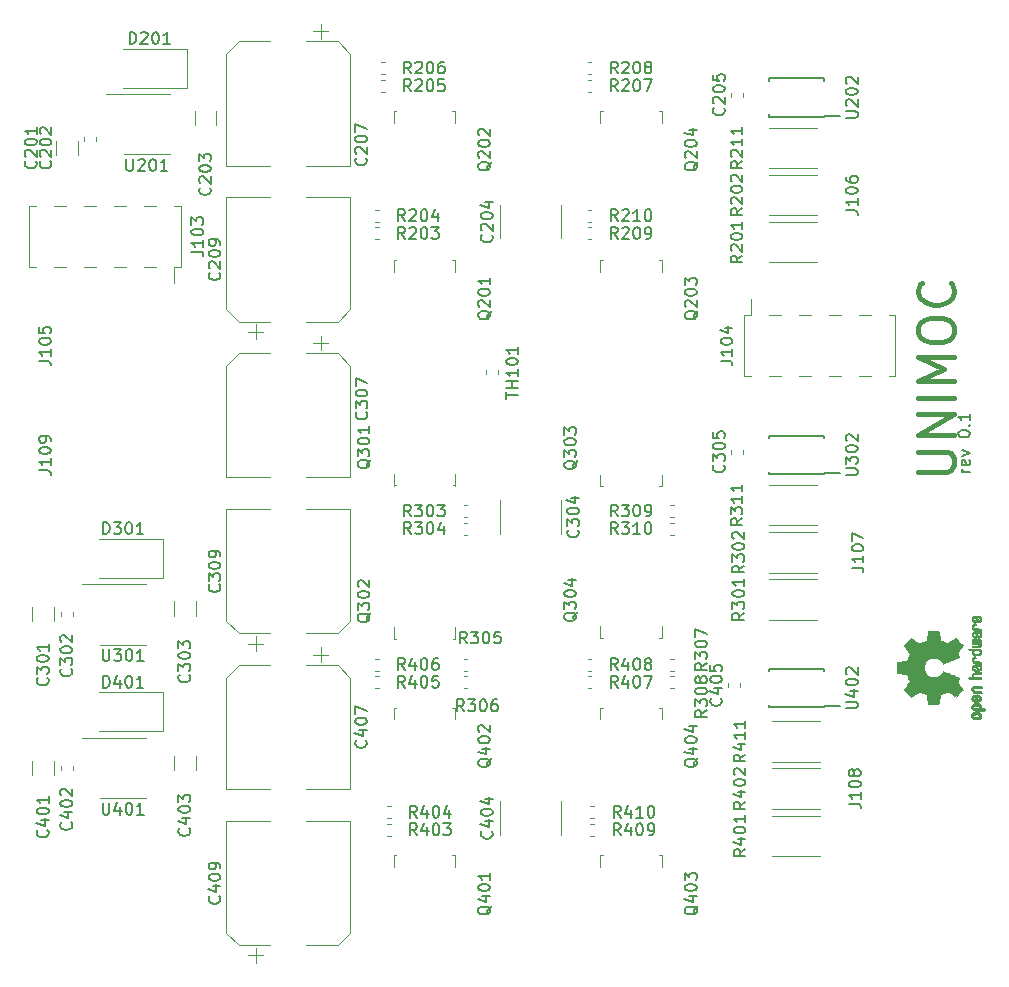
<source format=gto>
G04 #@! TF.GenerationSoftware,KiCad,Pcbnew,(5.1.4)-1*
G04 #@! TF.CreationDate,2019-11-20T08:20:37+01:00*
G04 #@! TF.ProjectId,hardware_4850,68617264-7761-4726-955f-343835302e6b,rev?*
G04 #@! TF.SameCoordinates,Original*
G04 #@! TF.FileFunction,Legend,Top*
G04 #@! TF.FilePolarity,Positive*
%FSLAX46Y46*%
G04 Gerber Fmt 4.6, Leading zero omitted, Abs format (unit mm)*
G04 Created by KiCad (PCBNEW (5.1.4)-1) date 2019-11-20 08:20:37*
%MOMM*%
%LPD*%
G04 APERTURE LIST*
%ADD10C,0.150000*%
%ADD11C,0.450000*%
%ADD12C,0.010000*%
%ADD13C,0.120000*%
G04 APERTURE END LIST*
D10*
X137702380Y-140702380D02*
X137035714Y-140702380D01*
X137226190Y-140702380D02*
X137130952Y-140654761D01*
X137083333Y-140607142D01*
X137035714Y-140511904D01*
X137035714Y-140416666D01*
X137654761Y-139702380D02*
X137702380Y-139797619D01*
X137702380Y-139988095D01*
X137654761Y-140083333D01*
X137559523Y-140130952D01*
X137178571Y-140130952D01*
X137083333Y-140083333D01*
X137035714Y-139988095D01*
X137035714Y-139797619D01*
X137083333Y-139702380D01*
X137178571Y-139654761D01*
X137273809Y-139654761D01*
X137369047Y-140130952D01*
X137035714Y-139321428D02*
X137702380Y-139083333D01*
X137035714Y-138845238D01*
X136702380Y-137511904D02*
X136702380Y-137416666D01*
X136750000Y-137321428D01*
X136797619Y-137273809D01*
X136892857Y-137226190D01*
X137083333Y-137178571D01*
X137321428Y-137178571D01*
X137511904Y-137226190D01*
X137607142Y-137273809D01*
X137654761Y-137321428D01*
X137702380Y-137416666D01*
X137702380Y-137511904D01*
X137654761Y-137607142D01*
X137607142Y-137654761D01*
X137511904Y-137702380D01*
X137321428Y-137750000D01*
X137083333Y-137750000D01*
X136892857Y-137702380D01*
X136797619Y-137654761D01*
X136750000Y-137607142D01*
X136702380Y-137511904D01*
X137607142Y-136750000D02*
X137654761Y-136702380D01*
X137702380Y-136750000D01*
X137654761Y-136797619D01*
X137607142Y-136750000D01*
X137702380Y-136750000D01*
X137702380Y-135750000D02*
X137702380Y-136321428D01*
X137702380Y-136035714D02*
X136702380Y-136035714D01*
X136845238Y-136130952D01*
X136940476Y-136226190D01*
X136988095Y-136321428D01*
D11*
X133357142Y-140678571D02*
X135785714Y-140678571D01*
X136071428Y-140535714D01*
X136214285Y-140392857D01*
X136357142Y-140107142D01*
X136357142Y-139535714D01*
X136214285Y-139250000D01*
X136071428Y-139107142D01*
X135785714Y-138964285D01*
X133357142Y-138964285D01*
X136357142Y-137535714D02*
X133357142Y-137535714D01*
X136357142Y-135821428D01*
X133357142Y-135821428D01*
X136357142Y-134392857D02*
X133357142Y-134392857D01*
X136357142Y-132964285D02*
X133357142Y-132964285D01*
X135500000Y-131964285D01*
X133357142Y-130964285D01*
X136357142Y-130964285D01*
X133357142Y-128964285D02*
X133357142Y-128392857D01*
X133500000Y-128107142D01*
X133785714Y-127821428D01*
X134357142Y-127678571D01*
X135357142Y-127678571D01*
X135928571Y-127821428D01*
X136214285Y-128107142D01*
X136357142Y-128392857D01*
X136357142Y-128964285D01*
X136214285Y-129250000D01*
X135928571Y-129535714D01*
X135357142Y-129678571D01*
X134357142Y-129678571D01*
X133785714Y-129535714D01*
X133500000Y-129250000D01*
X133357142Y-128964285D01*
X136071428Y-124678571D02*
X136214285Y-124821428D01*
X136357142Y-125250000D01*
X136357142Y-125535714D01*
X136214285Y-125964285D01*
X135928571Y-126250000D01*
X135642857Y-126392857D01*
X135071428Y-126535714D01*
X134642857Y-126535714D01*
X134071428Y-126392857D01*
X133785714Y-126250000D01*
X133500000Y-125964285D01*
X133357142Y-125535714D01*
X133357142Y-125250000D01*
X133500000Y-124821428D01*
X133642857Y-124678571D01*
D12*
G36*
X137834505Y-160481114D02*
G01*
X137871727Y-160406461D01*
X137940261Y-160340569D01*
X137965648Y-160322423D01*
X137998866Y-160302655D01*
X138034945Y-160289828D01*
X138083098Y-160282490D01*
X138152536Y-160279187D01*
X138244206Y-160278462D01*
X138369830Y-160281737D01*
X138464154Y-160293123D01*
X138534523Y-160314959D01*
X138588286Y-160349581D01*
X138632788Y-160399330D01*
X138635423Y-160402986D01*
X138662377Y-160452015D01*
X138675712Y-160511055D01*
X138679000Y-160586141D01*
X138679000Y-160708205D01*
X138797497Y-160708256D01*
X138863492Y-160709392D01*
X138902202Y-160716314D01*
X138925419Y-160734402D01*
X138944933Y-160769038D01*
X138948920Y-160777355D01*
X138967603Y-160816280D01*
X138979403Y-160846417D01*
X138980422Y-160868826D01*
X138966761Y-160884567D01*
X138934522Y-160894698D01*
X138879804Y-160900277D01*
X138798711Y-160902365D01*
X138687344Y-160902019D01*
X138541802Y-160900300D01*
X138498269Y-160899763D01*
X138348205Y-160897828D01*
X138250042Y-160896096D01*
X138250042Y-160708308D01*
X138333364Y-160707252D01*
X138387880Y-160702562D01*
X138423837Y-160691949D01*
X138451482Y-160673128D01*
X138464965Y-160660350D01*
X138504417Y-160608110D01*
X138507628Y-160561858D01*
X138475049Y-160514133D01*
X138473846Y-160512923D01*
X138448668Y-160493506D01*
X138414447Y-160481693D01*
X138361748Y-160475735D01*
X138281131Y-160473880D01*
X138263271Y-160473846D01*
X138152175Y-160478330D01*
X138075161Y-160492926D01*
X138028147Y-160519350D01*
X138007050Y-160559317D01*
X138004923Y-160582416D01*
X138014900Y-160637238D01*
X138047752Y-160674842D01*
X138107857Y-160697477D01*
X138199598Y-160707394D01*
X138250042Y-160708308D01*
X138250042Y-160896096D01*
X138232060Y-160895778D01*
X138144679Y-160893127D01*
X138080905Y-160889394D01*
X138035582Y-160884093D01*
X138003555Y-160876742D01*
X137979668Y-160866857D01*
X137958764Y-160853954D01*
X137950898Y-160848421D01*
X137876595Y-160775031D01*
X137834467Y-160682240D01*
X137822722Y-160574904D01*
X137834505Y-160481114D01*
X137834505Y-160481114D01*
G37*
X137834505Y-160481114D02*
X137871727Y-160406461D01*
X137940261Y-160340569D01*
X137965648Y-160322423D01*
X137998866Y-160302655D01*
X138034945Y-160289828D01*
X138083098Y-160282490D01*
X138152536Y-160279187D01*
X138244206Y-160278462D01*
X138369830Y-160281737D01*
X138464154Y-160293123D01*
X138534523Y-160314959D01*
X138588286Y-160349581D01*
X138632788Y-160399330D01*
X138635423Y-160402986D01*
X138662377Y-160452015D01*
X138675712Y-160511055D01*
X138679000Y-160586141D01*
X138679000Y-160708205D01*
X138797497Y-160708256D01*
X138863492Y-160709392D01*
X138902202Y-160716314D01*
X138925419Y-160734402D01*
X138944933Y-160769038D01*
X138948920Y-160777355D01*
X138967603Y-160816280D01*
X138979403Y-160846417D01*
X138980422Y-160868826D01*
X138966761Y-160884567D01*
X138934522Y-160894698D01*
X138879804Y-160900277D01*
X138798711Y-160902365D01*
X138687344Y-160902019D01*
X138541802Y-160900300D01*
X138498269Y-160899763D01*
X138348205Y-160897828D01*
X138250042Y-160896096D01*
X138250042Y-160708308D01*
X138333364Y-160707252D01*
X138387880Y-160702562D01*
X138423837Y-160691949D01*
X138451482Y-160673128D01*
X138464965Y-160660350D01*
X138504417Y-160608110D01*
X138507628Y-160561858D01*
X138475049Y-160514133D01*
X138473846Y-160512923D01*
X138448668Y-160493506D01*
X138414447Y-160481693D01*
X138361748Y-160475735D01*
X138281131Y-160473880D01*
X138263271Y-160473846D01*
X138152175Y-160478330D01*
X138075161Y-160492926D01*
X138028147Y-160519350D01*
X138007050Y-160559317D01*
X138004923Y-160582416D01*
X138014900Y-160637238D01*
X138047752Y-160674842D01*
X138107857Y-160697477D01*
X138199598Y-160707394D01*
X138250042Y-160708308D01*
X138250042Y-160896096D01*
X138232060Y-160895778D01*
X138144679Y-160893127D01*
X138080905Y-160889394D01*
X138035582Y-160884093D01*
X138003555Y-160876742D01*
X137979668Y-160866857D01*
X137958764Y-160853954D01*
X137950898Y-160848421D01*
X137876595Y-160775031D01*
X137834467Y-160682240D01*
X137822722Y-160574904D01*
X137834505Y-160481114D01*
G36*
X137845089Y-158978336D02*
G01*
X137881358Y-158915633D01*
X137917358Y-158872039D01*
X137955075Y-158840155D01*
X138001199Y-158818190D01*
X138062421Y-158804351D01*
X138145431Y-158796847D01*
X138256919Y-158793883D01*
X138337062Y-158793539D01*
X138632065Y-158793539D01*
X138706515Y-158959615D01*
X138383402Y-158969385D01*
X138262729Y-158973421D01*
X138175141Y-158977656D01*
X138114650Y-158982903D01*
X138075268Y-158989975D01*
X138051007Y-158999689D01*
X138035880Y-159012856D01*
X138032606Y-159017081D01*
X138007034Y-159081091D01*
X138017153Y-159145792D01*
X138044000Y-159184308D01*
X138063024Y-159199975D01*
X138087988Y-159210820D01*
X138125834Y-159217712D01*
X138183502Y-159221521D01*
X138267935Y-159223117D01*
X138355928Y-159223385D01*
X138466323Y-159223437D01*
X138544463Y-159225328D01*
X138597165Y-159231655D01*
X138631242Y-159245017D01*
X138653511Y-159268015D01*
X138670787Y-159303246D01*
X138688738Y-159350303D01*
X138708278Y-159401697D01*
X138361485Y-159395579D01*
X138236468Y-159393116D01*
X138144082Y-159390233D01*
X138077881Y-159386102D01*
X138031420Y-159379893D01*
X137998256Y-159370774D01*
X137971944Y-159357917D01*
X137948729Y-159342416D01*
X137874569Y-159267629D01*
X137831684Y-159176372D01*
X137821412Y-159077117D01*
X137845089Y-158978336D01*
X137845089Y-158978336D01*
G37*
X137845089Y-158978336D02*
X137881358Y-158915633D01*
X137917358Y-158872039D01*
X137955075Y-158840155D01*
X138001199Y-158818190D01*
X138062421Y-158804351D01*
X138145431Y-158796847D01*
X138256919Y-158793883D01*
X138337062Y-158793539D01*
X138632065Y-158793539D01*
X138706515Y-158959615D01*
X138383402Y-158969385D01*
X138262729Y-158973421D01*
X138175141Y-158977656D01*
X138114650Y-158982903D01*
X138075268Y-158989975D01*
X138051007Y-158999689D01*
X138035880Y-159012856D01*
X138032606Y-159017081D01*
X138007034Y-159081091D01*
X138017153Y-159145792D01*
X138044000Y-159184308D01*
X138063024Y-159199975D01*
X138087988Y-159210820D01*
X138125834Y-159217712D01*
X138183502Y-159221521D01*
X138267935Y-159223117D01*
X138355928Y-159223385D01*
X138466323Y-159223437D01*
X138544463Y-159225328D01*
X138597165Y-159231655D01*
X138631242Y-159245017D01*
X138653511Y-159268015D01*
X138670787Y-159303246D01*
X138688738Y-159350303D01*
X138708278Y-159401697D01*
X138361485Y-159395579D01*
X138236468Y-159393116D01*
X138144082Y-159390233D01*
X138077881Y-159386102D01*
X138031420Y-159379893D01*
X137998256Y-159370774D01*
X137971944Y-159357917D01*
X137948729Y-159342416D01*
X137874569Y-159267629D01*
X137831684Y-159176372D01*
X137821412Y-159077117D01*
X137845089Y-158978336D01*
G36*
X137837256Y-161233114D02*
G01*
X137885409Y-161141536D01*
X137962905Y-161073951D01*
X138012727Y-161049943D01*
X138087533Y-161031262D01*
X138182052Y-161021699D01*
X138285210Y-161020792D01*
X138385935Y-161028079D01*
X138473153Y-161043097D01*
X138535791Y-161065385D01*
X138546579Y-161072235D01*
X138627105Y-161153368D01*
X138675336Y-161249734D01*
X138689450Y-161354299D01*
X138667629Y-161460032D01*
X138654547Y-161489457D01*
X138614231Y-161546759D01*
X138560775Y-161597050D01*
X138553995Y-161601803D01*
X138521321Y-161621122D01*
X138486394Y-161633892D01*
X138440414Y-161641436D01*
X138374584Y-161645076D01*
X138280105Y-161646135D01*
X138258923Y-161646154D01*
X138252182Y-161646106D01*
X138252182Y-161450769D01*
X138341349Y-161449632D01*
X138400520Y-161445159D01*
X138438741Y-161435754D01*
X138465053Y-161419824D01*
X138473846Y-161411692D01*
X138507261Y-161364942D01*
X138505737Y-161319553D01*
X138476752Y-161273660D01*
X138445809Y-161246288D01*
X138400643Y-161230077D01*
X138329420Y-161220974D01*
X138321114Y-161220349D01*
X138192037Y-161218796D01*
X138096172Y-161235035D01*
X138034107Y-161268848D01*
X138006432Y-161320016D01*
X138004923Y-161338280D01*
X138012513Y-161386240D01*
X138038808Y-161419047D01*
X138089095Y-161439105D01*
X138168664Y-161448822D01*
X138252182Y-161450769D01*
X138252182Y-161646106D01*
X138158249Y-161645426D01*
X138087906Y-161642371D01*
X138039163Y-161635678D01*
X138003288Y-161624040D01*
X137971548Y-161606147D01*
X137965648Y-161602192D01*
X137886104Y-161535733D01*
X137839929Y-161463315D01*
X137821599Y-161375151D01*
X137820703Y-161345213D01*
X137837256Y-161233114D01*
X137837256Y-161233114D01*
G37*
X137837256Y-161233114D02*
X137885409Y-161141536D01*
X137962905Y-161073951D01*
X138012727Y-161049943D01*
X138087533Y-161031262D01*
X138182052Y-161021699D01*
X138285210Y-161020792D01*
X138385935Y-161028079D01*
X138473153Y-161043097D01*
X138535791Y-161065385D01*
X138546579Y-161072235D01*
X138627105Y-161153368D01*
X138675336Y-161249734D01*
X138689450Y-161354299D01*
X138667629Y-161460032D01*
X138654547Y-161489457D01*
X138614231Y-161546759D01*
X138560775Y-161597050D01*
X138553995Y-161601803D01*
X138521321Y-161621122D01*
X138486394Y-161633892D01*
X138440414Y-161641436D01*
X138374584Y-161645076D01*
X138280105Y-161646135D01*
X138258923Y-161646154D01*
X138252182Y-161646106D01*
X138252182Y-161450769D01*
X138341349Y-161449632D01*
X138400520Y-161445159D01*
X138438741Y-161435754D01*
X138465053Y-161419824D01*
X138473846Y-161411692D01*
X138507261Y-161364942D01*
X138505737Y-161319553D01*
X138476752Y-161273660D01*
X138445809Y-161246288D01*
X138400643Y-161230077D01*
X138329420Y-161220974D01*
X138321114Y-161220349D01*
X138192037Y-161218796D01*
X138096172Y-161235035D01*
X138034107Y-161268848D01*
X138006432Y-161320016D01*
X138004923Y-161338280D01*
X138012513Y-161386240D01*
X138038808Y-161419047D01*
X138089095Y-161439105D01*
X138168664Y-161448822D01*
X138252182Y-161450769D01*
X138252182Y-161646106D01*
X138158249Y-161645426D01*
X138087906Y-161642371D01*
X138039163Y-161635678D01*
X138003288Y-161624040D01*
X137971548Y-161606147D01*
X137965648Y-161602192D01*
X137886104Y-161535733D01*
X137839929Y-161463315D01*
X137821599Y-161375151D01*
X137820703Y-161345213D01*
X137837256Y-161233114D01*
G36*
X137849745Y-159715746D02*
G01*
X137901567Y-159638714D01*
X137976412Y-159579184D01*
X138071654Y-159543622D01*
X138141756Y-159536429D01*
X138171009Y-159537246D01*
X138193407Y-159544086D01*
X138213474Y-159562888D01*
X138235733Y-159599592D01*
X138264709Y-159660138D01*
X138304927Y-159750466D01*
X138305129Y-159750923D01*
X138343210Y-159834067D01*
X138377025Y-159902247D01*
X138402933Y-159948495D01*
X138417295Y-159965842D01*
X138417411Y-159965846D01*
X138448685Y-159950557D01*
X138483157Y-159914804D01*
X138507990Y-159873758D01*
X138512923Y-159852963D01*
X138495862Y-159796230D01*
X138453133Y-159747373D01*
X138406155Y-159723535D01*
X138371522Y-159700603D01*
X138332081Y-159655682D01*
X138298009Y-159602877D01*
X138279480Y-159556290D01*
X138278462Y-159546548D01*
X138295215Y-159535582D01*
X138338039Y-159534921D01*
X138395781Y-159542980D01*
X138457289Y-159558173D01*
X138511409Y-159578914D01*
X138513510Y-159579962D01*
X138600660Y-159642379D01*
X138659939Y-159723274D01*
X138689034Y-159815144D01*
X138685634Y-159910487D01*
X138647428Y-160001802D01*
X138644741Y-160005862D01*
X138579642Y-160077694D01*
X138494705Y-160124927D01*
X138383021Y-160151066D01*
X138351643Y-160154574D01*
X138203536Y-160160787D01*
X138134468Y-160153339D01*
X138134468Y-159965846D01*
X138177552Y-159963410D01*
X138190126Y-159950086D01*
X138180719Y-159916868D01*
X138158483Y-159864506D01*
X138130610Y-159805976D01*
X138129872Y-159804521D01*
X138103777Y-159754911D01*
X138086363Y-159735000D01*
X138068107Y-159739910D01*
X138044120Y-159760584D01*
X138009406Y-159813181D01*
X138006856Y-159869823D01*
X138032119Y-159920631D01*
X138080847Y-159955724D01*
X138134468Y-159965846D01*
X138134468Y-160153339D01*
X138085036Y-160148008D01*
X137991055Y-160115222D01*
X137925215Y-160069579D01*
X137858681Y-159987198D01*
X137825676Y-159896454D01*
X137823573Y-159803815D01*
X137849745Y-159715746D01*
X137849745Y-159715746D01*
G37*
X137849745Y-159715746D02*
X137901567Y-159638714D01*
X137976412Y-159579184D01*
X138071654Y-159543622D01*
X138141756Y-159536429D01*
X138171009Y-159537246D01*
X138193407Y-159544086D01*
X138213474Y-159562888D01*
X138235733Y-159599592D01*
X138264709Y-159660138D01*
X138304927Y-159750466D01*
X138305129Y-159750923D01*
X138343210Y-159834067D01*
X138377025Y-159902247D01*
X138402933Y-159948495D01*
X138417295Y-159965842D01*
X138417411Y-159965846D01*
X138448685Y-159950557D01*
X138483157Y-159914804D01*
X138507990Y-159873758D01*
X138512923Y-159852963D01*
X138495862Y-159796230D01*
X138453133Y-159747373D01*
X138406155Y-159723535D01*
X138371522Y-159700603D01*
X138332081Y-159655682D01*
X138298009Y-159602877D01*
X138279480Y-159556290D01*
X138278462Y-159546548D01*
X138295215Y-159535582D01*
X138338039Y-159534921D01*
X138395781Y-159542980D01*
X138457289Y-159558173D01*
X138511409Y-159578914D01*
X138513510Y-159579962D01*
X138600660Y-159642379D01*
X138659939Y-159723274D01*
X138689034Y-159815144D01*
X138685634Y-159910487D01*
X138647428Y-160001802D01*
X138644741Y-160005862D01*
X138579642Y-160077694D01*
X138494705Y-160124927D01*
X138383021Y-160151066D01*
X138351643Y-160154574D01*
X138203536Y-160160787D01*
X138134468Y-160153339D01*
X138134468Y-159965846D01*
X138177552Y-159963410D01*
X138190126Y-159950086D01*
X138180719Y-159916868D01*
X138158483Y-159864506D01*
X138130610Y-159805976D01*
X138129872Y-159804521D01*
X138103777Y-159754911D01*
X138086363Y-159735000D01*
X138068107Y-159739910D01*
X138044120Y-159760584D01*
X138009406Y-159813181D01*
X138006856Y-159869823D01*
X138032119Y-159920631D01*
X138080847Y-159955724D01*
X138134468Y-159965846D01*
X138134468Y-160153339D01*
X138085036Y-160148008D01*
X137991055Y-160115222D01*
X137925215Y-160069579D01*
X137858681Y-159987198D01*
X137825676Y-159896454D01*
X137823573Y-159803815D01*
X137849745Y-159715746D01*
G36*
X137742120Y-158090154D02*
G01*
X137821980Y-158084428D01*
X137869039Y-158077851D01*
X137889566Y-158068738D01*
X137889829Y-158055402D01*
X137887378Y-158051077D01*
X137869636Y-157993556D01*
X137870672Y-157918732D01*
X137888910Y-157842661D01*
X137912505Y-157795082D01*
X137950198Y-157746298D01*
X137992855Y-157710636D01*
X138047057Y-157686155D01*
X138119384Y-157670913D01*
X138216419Y-157662970D01*
X138344742Y-157660384D01*
X138369358Y-157660338D01*
X138645870Y-157660308D01*
X138667320Y-157721839D01*
X138681912Y-157765541D01*
X138688706Y-157789518D01*
X138688769Y-157790223D01*
X138670345Y-157792585D01*
X138619526Y-157794594D01*
X138542993Y-157796099D01*
X138447430Y-157796947D01*
X138389329Y-157797077D01*
X138274771Y-157797349D01*
X138192667Y-157798748D01*
X138136393Y-157802151D01*
X138099326Y-157808433D01*
X138074844Y-157818471D01*
X138056325Y-157833139D01*
X138047406Y-157842298D01*
X138011466Y-157905211D01*
X138008775Y-157973864D01*
X138039170Y-158036152D01*
X138050144Y-158047671D01*
X138070779Y-158064567D01*
X138095256Y-158076286D01*
X138130647Y-158083767D01*
X138184026Y-158087946D01*
X138262466Y-158089763D01*
X138370617Y-158090154D01*
X138645870Y-158090154D01*
X138667320Y-158151685D01*
X138681912Y-158195387D01*
X138688706Y-158219364D01*
X138688769Y-158220070D01*
X138670069Y-158221874D01*
X138617322Y-158223500D01*
X138535557Y-158224883D01*
X138429805Y-158225958D01*
X138305094Y-158226660D01*
X138166455Y-158226923D01*
X137631806Y-158226923D01*
X137578236Y-158099923D01*
X137742120Y-158090154D01*
X137742120Y-158090154D01*
G37*
X137742120Y-158090154D02*
X137821980Y-158084428D01*
X137869039Y-158077851D01*
X137889566Y-158068738D01*
X137889829Y-158055402D01*
X137887378Y-158051077D01*
X137869636Y-157993556D01*
X137870672Y-157918732D01*
X137888910Y-157842661D01*
X137912505Y-157795082D01*
X137950198Y-157746298D01*
X137992855Y-157710636D01*
X138047057Y-157686155D01*
X138119384Y-157670913D01*
X138216419Y-157662970D01*
X138344742Y-157660384D01*
X138369358Y-157660338D01*
X138645870Y-157660308D01*
X138667320Y-157721839D01*
X138681912Y-157765541D01*
X138688706Y-157789518D01*
X138688769Y-157790223D01*
X138670345Y-157792585D01*
X138619526Y-157794594D01*
X138542993Y-157796099D01*
X138447430Y-157796947D01*
X138389329Y-157797077D01*
X138274771Y-157797349D01*
X138192667Y-157798748D01*
X138136393Y-157802151D01*
X138099326Y-157808433D01*
X138074844Y-157818471D01*
X138056325Y-157833139D01*
X138047406Y-157842298D01*
X138011466Y-157905211D01*
X138008775Y-157973864D01*
X138039170Y-158036152D01*
X138050144Y-158047671D01*
X138070779Y-158064567D01*
X138095256Y-158076286D01*
X138130647Y-158083767D01*
X138184026Y-158087946D01*
X138262466Y-158089763D01*
X138370617Y-158090154D01*
X138645870Y-158090154D01*
X138667320Y-158151685D01*
X138681912Y-158195387D01*
X138688706Y-158219364D01*
X138688769Y-158220070D01*
X138670069Y-158221874D01*
X138617322Y-158223500D01*
X138535557Y-158224883D01*
X138429805Y-158225958D01*
X138305094Y-158226660D01*
X138166455Y-158226923D01*
X137631806Y-158226923D01*
X137578236Y-158099923D01*
X137742120Y-158090154D01*
G36*
X137876303Y-157196499D02*
G01*
X137904733Y-157119940D01*
X137905279Y-157119064D01*
X137940127Y-157071715D01*
X137980852Y-157036759D01*
X138033925Y-157012175D01*
X138105814Y-156995938D01*
X138202992Y-156986025D01*
X138331928Y-156980414D01*
X138350298Y-156979923D01*
X138627287Y-156972859D01*
X138658028Y-157032305D01*
X138678802Y-157075319D01*
X138688646Y-157101290D01*
X138688769Y-157102491D01*
X138670606Y-157106986D01*
X138621612Y-157110556D01*
X138550031Y-157112752D01*
X138492068Y-157113231D01*
X138398170Y-157113242D01*
X138339203Y-157117534D01*
X138311079Y-157132497D01*
X138309706Y-157164518D01*
X138330998Y-157219986D01*
X138370136Y-157303731D01*
X138402643Y-157365311D01*
X138430845Y-157396983D01*
X138461582Y-157406294D01*
X138463104Y-157406308D01*
X138516054Y-157390943D01*
X138544660Y-157345453D01*
X138548803Y-157275834D01*
X138548084Y-157225687D01*
X138562527Y-157199246D01*
X138597218Y-157182757D01*
X138641416Y-157173267D01*
X138666493Y-157186943D01*
X138670082Y-157192093D01*
X138684496Y-157240575D01*
X138686537Y-157308469D01*
X138676983Y-157378388D01*
X138659522Y-157427932D01*
X138601364Y-157496430D01*
X138520408Y-157535366D01*
X138457160Y-157543077D01*
X138400111Y-157537193D01*
X138353542Y-157515899D01*
X138312181Y-157473735D01*
X138270755Y-157405241D01*
X138223993Y-157304956D01*
X138221350Y-157298846D01*
X138179617Y-157208510D01*
X138145391Y-157152765D01*
X138114635Y-157128871D01*
X138083311Y-157134087D01*
X138047383Y-157165672D01*
X138039116Y-157175117D01*
X138007058Y-157238383D01*
X138008407Y-157303936D01*
X138039838Y-157361028D01*
X138098024Y-157398907D01*
X138109446Y-157402426D01*
X138164837Y-157436700D01*
X138191518Y-157480191D01*
X138217960Y-157543077D01*
X138149548Y-157543077D01*
X138050110Y-157523948D01*
X137958902Y-157467169D01*
X137928389Y-157437622D01*
X137889228Y-157370458D01*
X137871500Y-157285044D01*
X137876303Y-157196499D01*
X137876303Y-157196499D01*
G37*
X137876303Y-157196499D02*
X137904733Y-157119940D01*
X137905279Y-157119064D01*
X137940127Y-157071715D01*
X137980852Y-157036759D01*
X138033925Y-157012175D01*
X138105814Y-156995938D01*
X138202992Y-156986025D01*
X138331928Y-156980414D01*
X138350298Y-156979923D01*
X138627287Y-156972859D01*
X138658028Y-157032305D01*
X138678802Y-157075319D01*
X138688646Y-157101290D01*
X138688769Y-157102491D01*
X138670606Y-157106986D01*
X138621612Y-157110556D01*
X138550031Y-157112752D01*
X138492068Y-157113231D01*
X138398170Y-157113242D01*
X138339203Y-157117534D01*
X138311079Y-157132497D01*
X138309706Y-157164518D01*
X138330998Y-157219986D01*
X138370136Y-157303731D01*
X138402643Y-157365311D01*
X138430845Y-157396983D01*
X138461582Y-157406294D01*
X138463104Y-157406308D01*
X138516054Y-157390943D01*
X138544660Y-157345453D01*
X138548803Y-157275834D01*
X138548084Y-157225687D01*
X138562527Y-157199246D01*
X138597218Y-157182757D01*
X138641416Y-157173267D01*
X138666493Y-157186943D01*
X138670082Y-157192093D01*
X138684496Y-157240575D01*
X138686537Y-157308469D01*
X138676983Y-157378388D01*
X138659522Y-157427932D01*
X138601364Y-157496430D01*
X138520408Y-157535366D01*
X138457160Y-157543077D01*
X138400111Y-157537193D01*
X138353542Y-157515899D01*
X138312181Y-157473735D01*
X138270755Y-157405241D01*
X138223993Y-157304956D01*
X138221350Y-157298846D01*
X138179617Y-157208510D01*
X138145391Y-157152765D01*
X138114635Y-157128871D01*
X138083311Y-157134087D01*
X138047383Y-157165672D01*
X138039116Y-157175117D01*
X138007058Y-157238383D01*
X138008407Y-157303936D01*
X138039838Y-157361028D01*
X138098024Y-157398907D01*
X138109446Y-157402426D01*
X138164837Y-157436700D01*
X138191518Y-157480191D01*
X138217960Y-157543077D01*
X138149548Y-157543077D01*
X138050110Y-157523948D01*
X137958902Y-157467169D01*
X137928389Y-157437622D01*
X137889228Y-157370458D01*
X137871500Y-157285044D01*
X137876303Y-157196499D01*
G36*
X137874670Y-156536638D02*
G01*
X137907421Y-156447883D01*
X137965350Y-156375978D01*
X138006128Y-156347856D01*
X138080954Y-156317198D01*
X138135058Y-156317835D01*
X138171446Y-156350013D01*
X138177633Y-156361919D01*
X138196925Y-156413325D01*
X138191982Y-156439578D01*
X138159587Y-156448470D01*
X138141692Y-156448923D01*
X138075859Y-156465203D01*
X138029807Y-156507635D01*
X138007564Y-156566612D01*
X138013161Y-156632525D01*
X138042229Y-156686105D01*
X138058810Y-156704202D01*
X138078925Y-156717029D01*
X138109332Y-156725694D01*
X138156788Y-156731304D01*
X138228050Y-156734965D01*
X138329875Y-156737785D01*
X138362115Y-156738516D01*
X138472410Y-156741180D01*
X138550036Y-156744208D01*
X138601396Y-156748750D01*
X138632890Y-156755954D01*
X138650920Y-156766967D01*
X138661888Y-156782940D01*
X138666733Y-156793166D01*
X138683301Y-156836594D01*
X138688769Y-156862158D01*
X138670507Y-156870605D01*
X138615296Y-156875761D01*
X138522499Y-156877654D01*
X138391478Y-156876311D01*
X138371269Y-156875893D01*
X138251733Y-156872942D01*
X138164449Y-156869452D01*
X138102591Y-156864486D01*
X138059336Y-156857107D01*
X138027860Y-156846376D01*
X138001339Y-156831355D01*
X137989975Y-156823498D01*
X137939692Y-156778447D01*
X137900581Y-156728060D01*
X137897167Y-156721892D01*
X137870212Y-156631542D01*
X137874670Y-156536638D01*
X137874670Y-156536638D01*
G37*
X137874670Y-156536638D02*
X137907421Y-156447883D01*
X137965350Y-156375978D01*
X138006128Y-156347856D01*
X138080954Y-156317198D01*
X138135058Y-156317835D01*
X138171446Y-156350013D01*
X138177633Y-156361919D01*
X138196925Y-156413325D01*
X138191982Y-156439578D01*
X138159587Y-156448470D01*
X138141692Y-156448923D01*
X138075859Y-156465203D01*
X138029807Y-156507635D01*
X138007564Y-156566612D01*
X138013161Y-156632525D01*
X138042229Y-156686105D01*
X138058810Y-156704202D01*
X138078925Y-156717029D01*
X138109332Y-156725694D01*
X138156788Y-156731304D01*
X138228050Y-156734965D01*
X138329875Y-156737785D01*
X138362115Y-156738516D01*
X138472410Y-156741180D01*
X138550036Y-156744208D01*
X138601396Y-156748750D01*
X138632890Y-156755954D01*
X138650920Y-156766967D01*
X138661888Y-156782940D01*
X138666733Y-156793166D01*
X138683301Y-156836594D01*
X138688769Y-156862158D01*
X138670507Y-156870605D01*
X138615296Y-156875761D01*
X138522499Y-156877654D01*
X138391478Y-156876311D01*
X138371269Y-156875893D01*
X138251733Y-156872942D01*
X138164449Y-156869452D01*
X138102591Y-156864486D01*
X138059336Y-156857107D01*
X138027860Y-156846376D01*
X138001339Y-156831355D01*
X137989975Y-156823498D01*
X137939692Y-156778447D01*
X137900581Y-156728060D01*
X137897167Y-156721892D01*
X137870212Y-156631542D01*
X137874670Y-156536638D01*
G36*
X138030289Y-155647919D02*
G01*
X138176320Y-155648167D01*
X138288655Y-155649128D01*
X138372678Y-155651206D01*
X138433769Y-155654807D01*
X138477309Y-155660335D01*
X138508679Y-155668196D01*
X138533262Y-155678793D01*
X138547294Y-155686818D01*
X138623388Y-155753272D01*
X138671084Y-155837530D01*
X138688199Y-155930751D01*
X138672546Y-156024100D01*
X138644418Y-156079688D01*
X138595760Y-156138043D01*
X138536333Y-156177814D01*
X138458507Y-156201810D01*
X138354652Y-156212839D01*
X138278462Y-156214401D01*
X138272986Y-156214191D01*
X138272986Y-156077692D01*
X138360355Y-156076859D01*
X138418192Y-156073039D01*
X138456029Y-156064254D01*
X138483398Y-156048526D01*
X138504042Y-156029734D01*
X138543890Y-155966625D01*
X138547295Y-155898863D01*
X138514025Y-155834821D01*
X138509517Y-155829836D01*
X138486067Y-155808561D01*
X138458166Y-155795221D01*
X138416641Y-155787999D01*
X138352316Y-155785077D01*
X138281200Y-155784615D01*
X138191858Y-155785617D01*
X138132258Y-155789762D01*
X138093089Y-155798764D01*
X138065040Y-155814333D01*
X138050144Y-155827098D01*
X138012575Y-155886400D01*
X138008057Y-155954699D01*
X138036753Y-156019890D01*
X138047406Y-156032472D01*
X138071063Y-156053889D01*
X138099251Y-156067256D01*
X138141245Y-156074434D01*
X138206319Y-156077281D01*
X138272986Y-156077692D01*
X138272986Y-156214191D01*
X138155765Y-156209678D01*
X138063577Y-156193638D01*
X137994269Y-156163472D01*
X137940211Y-156116371D01*
X137912505Y-156079688D01*
X137882572Y-156013010D01*
X137868678Y-155935728D01*
X137872397Y-155863890D01*
X137887400Y-155823692D01*
X137891670Y-155807918D01*
X137875750Y-155797450D01*
X137833089Y-155790144D01*
X137768106Y-155784615D01*
X137695732Y-155778563D01*
X137652187Y-155770156D01*
X137627287Y-155754859D01*
X137610845Y-155728136D01*
X137603564Y-155711346D01*
X137576963Y-155647846D01*
X138030289Y-155647919D01*
X138030289Y-155647919D01*
G37*
X138030289Y-155647919D02*
X138176320Y-155648167D01*
X138288655Y-155649128D01*
X138372678Y-155651206D01*
X138433769Y-155654807D01*
X138477309Y-155660335D01*
X138508679Y-155668196D01*
X138533262Y-155678793D01*
X138547294Y-155686818D01*
X138623388Y-155753272D01*
X138671084Y-155837530D01*
X138688199Y-155930751D01*
X138672546Y-156024100D01*
X138644418Y-156079688D01*
X138595760Y-156138043D01*
X138536333Y-156177814D01*
X138458507Y-156201810D01*
X138354652Y-156212839D01*
X138278462Y-156214401D01*
X138272986Y-156214191D01*
X138272986Y-156077692D01*
X138360355Y-156076859D01*
X138418192Y-156073039D01*
X138456029Y-156064254D01*
X138483398Y-156048526D01*
X138504042Y-156029734D01*
X138543890Y-155966625D01*
X138547295Y-155898863D01*
X138514025Y-155834821D01*
X138509517Y-155829836D01*
X138486067Y-155808561D01*
X138458166Y-155795221D01*
X138416641Y-155787999D01*
X138352316Y-155785077D01*
X138281200Y-155784615D01*
X138191858Y-155785617D01*
X138132258Y-155789762D01*
X138093089Y-155798764D01*
X138065040Y-155814333D01*
X138050144Y-155827098D01*
X138012575Y-155886400D01*
X138008057Y-155954699D01*
X138036753Y-156019890D01*
X138047406Y-156032472D01*
X138071063Y-156053889D01*
X138099251Y-156067256D01*
X138141245Y-156074434D01*
X138206319Y-156077281D01*
X138272986Y-156077692D01*
X138272986Y-156214191D01*
X138155765Y-156209678D01*
X138063577Y-156193638D01*
X137994269Y-156163472D01*
X137940211Y-156116371D01*
X137912505Y-156079688D01*
X137882572Y-156013010D01*
X137868678Y-155935728D01*
X137872397Y-155863890D01*
X137887400Y-155823692D01*
X137891670Y-155807918D01*
X137875750Y-155797450D01*
X137833089Y-155790144D01*
X137768106Y-155784615D01*
X137695732Y-155778563D01*
X137652187Y-155770156D01*
X137627287Y-155754859D01*
X137610845Y-155728136D01*
X137603564Y-155711346D01*
X137576963Y-155647846D01*
X138030289Y-155647919D01*
G36*
X137886662Y-154854071D02*
G01*
X137938068Y-154851089D01*
X138016192Y-154848753D01*
X138114857Y-154847251D01*
X138218343Y-154846769D01*
X138568533Y-154846769D01*
X138630363Y-154908599D01*
X138668462Y-154951207D01*
X138683895Y-154988610D01*
X138682918Y-155039730D01*
X138680433Y-155060022D01*
X138673200Y-155123446D01*
X138669055Y-155175905D01*
X138668672Y-155188692D01*
X138671176Y-155231801D01*
X138677462Y-155293456D01*
X138680433Y-155317362D01*
X138685028Y-155376078D01*
X138675046Y-155415536D01*
X138644228Y-155454662D01*
X138630363Y-155468785D01*
X138568533Y-155530615D01*
X137913503Y-155530615D01*
X137890829Y-155480850D01*
X137874034Y-155437998D01*
X137868154Y-155412927D01*
X137886736Y-155406499D01*
X137938655Y-155400491D01*
X138018172Y-155395303D01*
X138119546Y-155391336D01*
X138205192Y-155389423D01*
X138542231Y-155384077D01*
X138548825Y-155337440D01*
X138544214Y-155295024D01*
X138529287Y-155274240D01*
X138501377Y-155268430D01*
X138441925Y-155263470D01*
X138358466Y-155259754D01*
X138258532Y-155257676D01*
X138207104Y-155257376D01*
X137911054Y-155257077D01*
X137889604Y-155195546D01*
X137875020Y-155151996D01*
X137868219Y-155128306D01*
X137868154Y-155127623D01*
X137886642Y-155125246D01*
X137937906Y-155122634D01*
X138015649Y-155120005D01*
X138113574Y-155117579D01*
X138205192Y-155115885D01*
X138542231Y-155110539D01*
X138542231Y-154993308D01*
X138234746Y-154987928D01*
X137927261Y-154982549D01*
X137897707Y-154925399D01*
X137877413Y-154883203D01*
X137868204Y-154858230D01*
X137868154Y-154857509D01*
X137886662Y-154854071D01*
X137886662Y-154854071D01*
G37*
X137886662Y-154854071D02*
X137938068Y-154851089D01*
X138016192Y-154848753D01*
X138114857Y-154847251D01*
X138218343Y-154846769D01*
X138568533Y-154846769D01*
X138630363Y-154908599D01*
X138668462Y-154951207D01*
X138683895Y-154988610D01*
X138682918Y-155039730D01*
X138680433Y-155060022D01*
X138673200Y-155123446D01*
X138669055Y-155175905D01*
X138668672Y-155188692D01*
X138671176Y-155231801D01*
X138677462Y-155293456D01*
X138680433Y-155317362D01*
X138685028Y-155376078D01*
X138675046Y-155415536D01*
X138644228Y-155454662D01*
X138630363Y-155468785D01*
X138568533Y-155530615D01*
X137913503Y-155530615D01*
X137890829Y-155480850D01*
X137874034Y-155437998D01*
X137868154Y-155412927D01*
X137886736Y-155406499D01*
X137938655Y-155400491D01*
X138018172Y-155395303D01*
X138119546Y-155391336D01*
X138205192Y-155389423D01*
X138542231Y-155384077D01*
X138548825Y-155337440D01*
X138544214Y-155295024D01*
X138529287Y-155274240D01*
X138501377Y-155268430D01*
X138441925Y-155263470D01*
X138358466Y-155259754D01*
X138258532Y-155257676D01*
X138207104Y-155257376D01*
X137911054Y-155257077D01*
X137889604Y-155195546D01*
X137875020Y-155151996D01*
X137868219Y-155128306D01*
X137868154Y-155127623D01*
X137886642Y-155125246D01*
X137937906Y-155122634D01*
X138015649Y-155120005D01*
X138113574Y-155117579D01*
X138205192Y-155115885D01*
X138542231Y-155110539D01*
X138542231Y-154993308D01*
X138234746Y-154987928D01*
X137927261Y-154982549D01*
X137897707Y-154925399D01*
X137877413Y-154883203D01*
X137868204Y-154858230D01*
X137868154Y-154857509D01*
X137886662Y-154854071D01*
G36*
X137883528Y-154362667D02*
G01*
X137909117Y-154306410D01*
X137940124Y-154262253D01*
X137974795Y-154229899D01*
X138019520Y-154207562D01*
X138080692Y-154193454D01*
X138164701Y-154185789D01*
X138277940Y-154182780D01*
X138352509Y-154182462D01*
X138643420Y-154182462D01*
X138666095Y-154232227D01*
X138682667Y-154271424D01*
X138688769Y-154290843D01*
X138670610Y-154294558D01*
X138621648Y-154297505D01*
X138550153Y-154299309D01*
X138493385Y-154299692D01*
X138411371Y-154301339D01*
X138346309Y-154305778D01*
X138306467Y-154312260D01*
X138298000Y-154317410D01*
X138306646Y-154352023D01*
X138328823Y-154406360D01*
X138358886Y-154469278D01*
X138391192Y-154529632D01*
X138420098Y-154576279D01*
X138439961Y-154598074D01*
X138440175Y-154598161D01*
X138476935Y-154596286D01*
X138512026Y-154579475D01*
X138540528Y-154549961D01*
X138550061Y-154506884D01*
X138548950Y-154470068D01*
X138548133Y-154417926D01*
X138560349Y-154390556D01*
X138592624Y-154374118D01*
X138598710Y-154372045D01*
X138644739Y-154364919D01*
X138672687Y-154383976D01*
X138686007Y-154433647D01*
X138688470Y-154487303D01*
X138670210Y-154583858D01*
X138644131Y-154633841D01*
X138582868Y-154695571D01*
X138507670Y-154728310D01*
X138428211Y-154731247D01*
X138354167Y-154703576D01*
X138307769Y-154661953D01*
X138281793Y-154620396D01*
X138248907Y-154555078D01*
X138215557Y-154478962D01*
X138210461Y-154466274D01*
X138173565Y-154382667D01*
X138141046Y-154334470D01*
X138108718Y-154318970D01*
X138072394Y-154333450D01*
X138044000Y-154358308D01*
X138009039Y-154417061D01*
X138006417Y-154481707D01*
X138033358Y-154540992D01*
X138087088Y-154583661D01*
X138100950Y-154589261D01*
X138151936Y-154621867D01*
X138189787Y-154669470D01*
X138220850Y-154729539D01*
X138132768Y-154729539D01*
X138078951Y-154726003D01*
X138036534Y-154710844D01*
X137991279Y-154677232D01*
X137956420Y-154644965D01*
X137907062Y-154594791D01*
X137880547Y-154555807D01*
X137869911Y-154513936D01*
X137868154Y-154466540D01*
X137883528Y-154362667D01*
X137883528Y-154362667D01*
G37*
X137883528Y-154362667D02*
X137909117Y-154306410D01*
X137940124Y-154262253D01*
X137974795Y-154229899D01*
X138019520Y-154207562D01*
X138080692Y-154193454D01*
X138164701Y-154185789D01*
X138277940Y-154182780D01*
X138352509Y-154182462D01*
X138643420Y-154182462D01*
X138666095Y-154232227D01*
X138682667Y-154271424D01*
X138688769Y-154290843D01*
X138670610Y-154294558D01*
X138621648Y-154297505D01*
X138550153Y-154299309D01*
X138493385Y-154299692D01*
X138411371Y-154301339D01*
X138346309Y-154305778D01*
X138306467Y-154312260D01*
X138298000Y-154317410D01*
X138306646Y-154352023D01*
X138328823Y-154406360D01*
X138358886Y-154469278D01*
X138391192Y-154529632D01*
X138420098Y-154576279D01*
X138439961Y-154598074D01*
X138440175Y-154598161D01*
X138476935Y-154596286D01*
X138512026Y-154579475D01*
X138540528Y-154549961D01*
X138550061Y-154506884D01*
X138548950Y-154470068D01*
X138548133Y-154417926D01*
X138560349Y-154390556D01*
X138592624Y-154374118D01*
X138598710Y-154372045D01*
X138644739Y-154364919D01*
X138672687Y-154383976D01*
X138686007Y-154433647D01*
X138688470Y-154487303D01*
X138670210Y-154583858D01*
X138644131Y-154633841D01*
X138582868Y-154695571D01*
X138507670Y-154728310D01*
X138428211Y-154731247D01*
X138354167Y-154703576D01*
X138307769Y-154661953D01*
X138281793Y-154620396D01*
X138248907Y-154555078D01*
X138215557Y-154478962D01*
X138210461Y-154466274D01*
X138173565Y-154382667D01*
X138141046Y-154334470D01*
X138108718Y-154318970D01*
X138072394Y-154333450D01*
X138044000Y-154358308D01*
X138009039Y-154417061D01*
X138006417Y-154481707D01*
X138033358Y-154540992D01*
X138087088Y-154583661D01*
X138100950Y-154589261D01*
X138151936Y-154621867D01*
X138189787Y-154669470D01*
X138220850Y-154729539D01*
X138132768Y-154729539D01*
X138078951Y-154726003D01*
X138036534Y-154710844D01*
X137991279Y-154677232D01*
X137956420Y-154644965D01*
X137907062Y-154594791D01*
X137880547Y-154555807D01*
X137869911Y-154513936D01*
X137868154Y-154466540D01*
X137883528Y-154362667D01*
G36*
X137886782Y-153679193D02*
G01*
X137896988Y-153655839D01*
X137941134Y-153600098D01*
X138004967Y-153552431D01*
X138073087Y-153522952D01*
X138106670Y-153518154D01*
X138153556Y-153534240D01*
X138178365Y-153569525D01*
X138193387Y-153607356D01*
X138196155Y-153624679D01*
X138176066Y-153633114D01*
X138132351Y-153649770D01*
X138112598Y-153657077D01*
X138044271Y-153698052D01*
X138010191Y-153757378D01*
X138011239Y-153833448D01*
X138012581Y-153839082D01*
X138031836Y-153879695D01*
X138069375Y-153909552D01*
X138129809Y-153929945D01*
X138217751Y-153942164D01*
X138337813Y-153947500D01*
X138401698Y-153948000D01*
X138502403Y-153948248D01*
X138571054Y-153949874D01*
X138614673Y-153954199D01*
X138640282Y-153962546D01*
X138654903Y-153976235D01*
X138665558Y-153996589D01*
X138666095Y-153997766D01*
X138682667Y-154036962D01*
X138688769Y-154056381D01*
X138670319Y-154059365D01*
X138619323Y-154061919D01*
X138542308Y-154063860D01*
X138445805Y-154065003D01*
X138375184Y-154065231D01*
X138238525Y-154064068D01*
X138134851Y-154059521D01*
X138058108Y-154050001D01*
X138002246Y-154033919D01*
X137961212Y-154009687D01*
X137928954Y-153975714D01*
X137906440Y-153942167D01*
X137876476Y-153861501D01*
X137869718Y-153767619D01*
X137886782Y-153679193D01*
X137886782Y-153679193D01*
G37*
X137886782Y-153679193D02*
X137896988Y-153655839D01*
X137941134Y-153600098D01*
X138004967Y-153552431D01*
X138073087Y-153522952D01*
X138106670Y-153518154D01*
X138153556Y-153534240D01*
X138178365Y-153569525D01*
X138193387Y-153607356D01*
X138196155Y-153624679D01*
X138176066Y-153633114D01*
X138132351Y-153649770D01*
X138112598Y-153657077D01*
X138044271Y-153698052D01*
X138010191Y-153757378D01*
X138011239Y-153833448D01*
X138012581Y-153839082D01*
X138031836Y-153879695D01*
X138069375Y-153909552D01*
X138129809Y-153929945D01*
X138217751Y-153942164D01*
X138337813Y-153947500D01*
X138401698Y-153948000D01*
X138502403Y-153948248D01*
X138571054Y-153949874D01*
X138614673Y-153954199D01*
X138640282Y-153962546D01*
X138654903Y-153976235D01*
X138665558Y-153996589D01*
X138666095Y-153997766D01*
X138682667Y-154036962D01*
X138688769Y-154056381D01*
X138670319Y-154059365D01*
X138619323Y-154061919D01*
X138542308Y-154063860D01*
X138445805Y-154065003D01*
X138375184Y-154065231D01*
X138238525Y-154064068D01*
X138134851Y-154059521D01*
X138058108Y-154050001D01*
X138002246Y-154033919D01*
X137961212Y-154009687D01*
X137928954Y-153975714D01*
X137906440Y-153942167D01*
X137876476Y-153861501D01*
X137869718Y-153767619D01*
X137886782Y-153679193D01*
G36*
X137897838Y-153004776D02*
G01*
X137948361Y-152927472D01*
X137993590Y-152890186D01*
X138075663Y-152860647D01*
X138140607Y-152858301D01*
X138227445Y-152863615D01*
X138315103Y-153063885D01*
X138359887Y-153161261D01*
X138395913Y-153224887D01*
X138427117Y-153257971D01*
X138457436Y-153263720D01*
X138490805Y-153245342D01*
X138512923Y-153225077D01*
X138548393Y-153166111D01*
X138550879Y-153101976D01*
X138523235Y-153043074D01*
X138468320Y-152999803D01*
X138448928Y-152992064D01*
X138388364Y-152954994D01*
X138362552Y-152912346D01*
X138340471Y-152853846D01*
X138424184Y-152853846D01*
X138481150Y-152859018D01*
X138529189Y-152879277D01*
X138584346Y-152921738D01*
X138591514Y-152928049D01*
X138640585Y-152975280D01*
X138666920Y-153015879D01*
X138679035Y-153066672D01*
X138683003Y-153108780D01*
X138683991Y-153184098D01*
X138671466Y-153237714D01*
X138652869Y-153271162D01*
X138611975Y-153323732D01*
X138567748Y-153360121D01*
X138512126Y-153383150D01*
X138437047Y-153395641D01*
X138334449Y-153400413D01*
X138282376Y-153400794D01*
X138219948Y-153399499D01*
X138219948Y-153281529D01*
X138253438Y-153280161D01*
X138258923Y-153276751D01*
X138251472Y-153254247D01*
X138231753Y-153205818D01*
X138203718Y-153141092D01*
X138197692Y-153127557D01*
X138156096Y-153045756D01*
X138119538Y-153000688D01*
X138085296Y-152990783D01*
X138050648Y-153014474D01*
X138035339Y-153034040D01*
X138004721Y-153104640D01*
X138009780Y-153170720D01*
X138047151Y-153226041D01*
X138113473Y-153264364D01*
X138166116Y-153276651D01*
X138219948Y-153281529D01*
X138219948Y-153399499D01*
X138160720Y-153398270D01*
X138070710Y-153388968D01*
X138005167Y-153370540D01*
X137956912Y-153340640D01*
X137918767Y-153296920D01*
X137906440Y-153277859D01*
X137874336Y-153191274D01*
X137872316Y-153096478D01*
X137897838Y-153004776D01*
X137897838Y-153004776D01*
G37*
X137897838Y-153004776D02*
X137948361Y-152927472D01*
X137993590Y-152890186D01*
X138075663Y-152860647D01*
X138140607Y-152858301D01*
X138227445Y-152863615D01*
X138315103Y-153063885D01*
X138359887Y-153161261D01*
X138395913Y-153224887D01*
X138427117Y-153257971D01*
X138457436Y-153263720D01*
X138490805Y-153245342D01*
X138512923Y-153225077D01*
X138548393Y-153166111D01*
X138550879Y-153101976D01*
X138523235Y-153043074D01*
X138468320Y-152999803D01*
X138448928Y-152992064D01*
X138388364Y-152954994D01*
X138362552Y-152912346D01*
X138340471Y-152853846D01*
X138424184Y-152853846D01*
X138481150Y-152859018D01*
X138529189Y-152879277D01*
X138584346Y-152921738D01*
X138591514Y-152928049D01*
X138640585Y-152975280D01*
X138666920Y-153015879D01*
X138679035Y-153066672D01*
X138683003Y-153108780D01*
X138683991Y-153184098D01*
X138671466Y-153237714D01*
X138652869Y-153271162D01*
X138611975Y-153323732D01*
X138567748Y-153360121D01*
X138512126Y-153383150D01*
X138437047Y-153395641D01*
X138334449Y-153400413D01*
X138282376Y-153400794D01*
X138219948Y-153399499D01*
X138219948Y-153281529D01*
X138253438Y-153280161D01*
X138258923Y-153276751D01*
X138251472Y-153254247D01*
X138231753Y-153205818D01*
X138203718Y-153141092D01*
X138197692Y-153127557D01*
X138156096Y-153045756D01*
X138119538Y-153000688D01*
X138085296Y-152990783D01*
X138050648Y-153014474D01*
X138035339Y-153034040D01*
X138004721Y-153104640D01*
X138009780Y-153170720D01*
X138047151Y-153226041D01*
X138113473Y-153264364D01*
X138166116Y-153276651D01*
X138219948Y-153281529D01*
X138219948Y-153399499D01*
X138160720Y-153398270D01*
X138070710Y-153388968D01*
X138005167Y-153370540D01*
X137956912Y-153340640D01*
X137918767Y-153296920D01*
X137906440Y-153277859D01*
X137874336Y-153191274D01*
X137872316Y-153096478D01*
X137897838Y-153004776D01*
G36*
X131537776Y-157110122D02*
G01*
X131538355Y-157004388D01*
X131539922Y-156927868D01*
X131542972Y-156875628D01*
X131547996Y-156842737D01*
X131555489Y-156824263D01*
X131565944Y-156815273D01*
X131579853Y-156810837D01*
X131581654Y-156810406D01*
X131614145Y-156803667D01*
X131678252Y-156791192D01*
X131767151Y-156774281D01*
X131874019Y-156754229D01*
X131992033Y-156732336D01*
X131996178Y-156731571D01*
X132111831Y-156709641D01*
X132214014Y-156689123D01*
X132296598Y-156671341D01*
X132353456Y-156657619D01*
X132378458Y-156649282D01*
X132378901Y-156648884D01*
X132391110Y-156624323D01*
X132411456Y-156573685D01*
X132435545Y-156507905D01*
X132435674Y-156507539D01*
X132466818Y-156424683D01*
X132506491Y-156327000D01*
X132546381Y-156234923D01*
X132548353Y-156230566D01*
X132616420Y-156080593D01*
X132389639Y-155748502D01*
X132320504Y-155646626D01*
X132258697Y-155554343D01*
X132207733Y-155476997D01*
X132171127Y-155419936D01*
X132152394Y-155388505D01*
X132151004Y-155385521D01*
X132157190Y-155362679D01*
X132187035Y-155320018D01*
X132241947Y-155255872D01*
X132323334Y-155168579D01*
X132409922Y-155079465D01*
X132495247Y-154993559D01*
X132573108Y-154916673D01*
X132638697Y-154853436D01*
X132687205Y-154808477D01*
X132713825Y-154786424D01*
X132715195Y-154785604D01*
X132733463Y-154783166D01*
X132763295Y-154792350D01*
X132808721Y-154815426D01*
X132873770Y-154854663D01*
X132962470Y-154912330D01*
X133076657Y-154989205D01*
X133177162Y-155057430D01*
X133267303Y-155118418D01*
X133341849Y-155168644D01*
X133395565Y-155204584D01*
X133423218Y-155222713D01*
X133425095Y-155223854D01*
X133451590Y-155221641D01*
X133503086Y-155204862D01*
X133569851Y-155176858D01*
X133591172Y-155166878D01*
X133686159Y-155123328D01*
X133793937Y-155076866D01*
X133887192Y-155039123D01*
X133956406Y-155011927D01*
X134009006Y-154990325D01*
X134036497Y-154977842D01*
X134038616Y-154976291D01*
X134042124Y-154953332D01*
X134051738Y-154899214D01*
X134066089Y-154821132D01*
X134083807Y-154726281D01*
X134103525Y-154621857D01*
X134123874Y-154515056D01*
X134143486Y-154413074D01*
X134160991Y-154323106D01*
X134175022Y-154252347D01*
X134184209Y-154207994D01*
X134186807Y-154197115D01*
X134193218Y-154185878D01*
X134207697Y-154177395D01*
X134235133Y-154171286D01*
X134280411Y-154167168D01*
X134348420Y-154164659D01*
X134444047Y-154163379D01*
X134572180Y-154162946D01*
X134624701Y-154162923D01*
X135051845Y-154162923D01*
X135072091Y-154265500D01*
X135083070Y-154322569D01*
X135099095Y-154407731D01*
X135118233Y-154510628D01*
X135138551Y-154620904D01*
X135144132Y-154651385D01*
X135163917Y-154753145D01*
X135183373Y-154841795D01*
X135200697Y-154909892D01*
X135214088Y-154949996D01*
X135218079Y-154956677D01*
X135246342Y-154973081D01*
X135301109Y-154996601D01*
X135371588Y-155022684D01*
X135386769Y-155027858D01*
X135480896Y-155062044D01*
X135587101Y-155104477D01*
X135682473Y-155146003D01*
X135682916Y-155146208D01*
X135832525Y-155215360D01*
X136501617Y-154760488D01*
X136794116Y-155052500D01*
X136881170Y-155140820D01*
X136957909Y-155221375D01*
X137020237Y-155289640D01*
X137064056Y-155341092D01*
X137085270Y-155371206D01*
X137086616Y-155375526D01*
X137076016Y-155400889D01*
X137046547Y-155452642D01*
X137001705Y-155525132D01*
X136944984Y-155612706D01*
X136881462Y-155707388D01*
X136816668Y-155803484D01*
X136760287Y-155889163D01*
X136715788Y-155958984D01*
X136686639Y-156007506D01*
X136676308Y-156029218D01*
X136685050Y-156055707D01*
X136708087Y-156105938D01*
X136740631Y-156169549D01*
X136744249Y-156176292D01*
X136787210Y-156261954D01*
X136808279Y-156320694D01*
X136808503Y-156357228D01*
X136788928Y-156376269D01*
X136788654Y-156376380D01*
X136765472Y-156385898D01*
X136710441Y-156408597D01*
X136627822Y-156442718D01*
X136521872Y-156486500D01*
X136396852Y-156538184D01*
X136257020Y-156596008D01*
X136121637Y-156652009D01*
X135972234Y-156713553D01*
X135833832Y-156770061D01*
X135710673Y-156819839D01*
X135607002Y-156861194D01*
X135527059Y-156892432D01*
X135475088Y-156911859D01*
X135455692Y-156917846D01*
X135433443Y-156902832D01*
X135397982Y-156863561D01*
X135358887Y-156811193D01*
X135235245Y-156662059D01*
X135093522Y-156545489D01*
X134936704Y-156462882D01*
X134767775Y-156415634D01*
X134589722Y-156405143D01*
X134507539Y-156412769D01*
X134337031Y-156454318D01*
X134186459Y-156525877D01*
X134057309Y-156623005D01*
X133951064Y-156741266D01*
X133869210Y-156876220D01*
X133813232Y-157023429D01*
X133784615Y-157178456D01*
X133784844Y-157336861D01*
X133815405Y-157494206D01*
X133877782Y-157646054D01*
X133973460Y-157787965D01*
X134027572Y-157847197D01*
X134166520Y-157960797D01*
X134318361Y-158039894D01*
X134478667Y-158085014D01*
X134643012Y-158096684D01*
X134806971Y-158075431D01*
X134966118Y-158021780D01*
X135116025Y-157936260D01*
X135252267Y-157819395D01*
X135358887Y-157688807D01*
X135399642Y-157634412D01*
X135434718Y-157595986D01*
X135455726Y-157582154D01*
X135478635Y-157589397D01*
X135533365Y-157609995D01*
X135615672Y-157642254D01*
X135721315Y-157684479D01*
X135846050Y-157734977D01*
X135985636Y-157792052D01*
X136121670Y-157848146D01*
X136271201Y-157910033D01*
X136409767Y-157967356D01*
X136533107Y-158018356D01*
X136636964Y-158061273D01*
X136717080Y-158094347D01*
X136769195Y-158115819D01*
X136788654Y-158123775D01*
X136808423Y-158142571D01*
X136808365Y-158178926D01*
X136787441Y-158237521D01*
X136744613Y-158323032D01*
X136744249Y-158323708D01*
X136711012Y-158388093D01*
X136686802Y-158440139D01*
X136676404Y-158469488D01*
X136676308Y-158470783D01*
X136686855Y-158492876D01*
X136716184Y-158541652D01*
X136760827Y-158611669D01*
X136817314Y-158697486D01*
X136881462Y-158792612D01*
X136946411Y-158889460D01*
X137002896Y-158976747D01*
X137047421Y-159048819D01*
X137076490Y-159100023D01*
X137086616Y-159124474D01*
X137073307Y-159146990D01*
X137036112Y-159192258D01*
X136979128Y-159255756D01*
X136906449Y-159332961D01*
X136822171Y-159419349D01*
X136794016Y-159447601D01*
X136501416Y-159739713D01*
X136175104Y-159517369D01*
X136074897Y-159449798D01*
X135984963Y-159390493D01*
X135910510Y-159342783D01*
X135856751Y-159309993D01*
X135828894Y-159295452D01*
X135826912Y-159295026D01*
X135800655Y-159302692D01*
X135747837Y-159323311D01*
X135677310Y-159353315D01*
X135630093Y-159374375D01*
X135539694Y-159413752D01*
X135448366Y-159450835D01*
X135371200Y-159479585D01*
X135347692Y-159487395D01*
X135284916Y-159509583D01*
X135236411Y-159531273D01*
X135218079Y-159543187D01*
X135206859Y-159569477D01*
X135190954Y-159626858D01*
X135172167Y-159707882D01*
X135152299Y-159805105D01*
X135144132Y-159848615D01*
X135123829Y-159959104D01*
X135104170Y-160065084D01*
X135087088Y-160156199D01*
X135074518Y-160222092D01*
X135072091Y-160234500D01*
X135051845Y-160337077D01*
X134624701Y-160337077D01*
X134484246Y-160336847D01*
X134377979Y-160335901D01*
X134301013Y-160333859D01*
X134248460Y-160330338D01*
X134215433Y-160324957D01*
X134197045Y-160317334D01*
X134188408Y-160307088D01*
X134186807Y-160302885D01*
X134181127Y-160277530D01*
X134169795Y-160221516D01*
X134154179Y-160142036D01*
X134135647Y-160046288D01*
X134115569Y-159941467D01*
X134095312Y-159834768D01*
X134076246Y-159733387D01*
X134059739Y-159644521D01*
X134047159Y-159575363D01*
X134039875Y-159533111D01*
X134038616Y-159523710D01*
X134021763Y-159515193D01*
X133976870Y-159496340D01*
X133912430Y-159470676D01*
X133887192Y-159460877D01*
X133789686Y-159421352D01*
X133681959Y-159374808D01*
X133591172Y-159333123D01*
X133521753Y-159302450D01*
X133464710Y-159282044D01*
X133429777Y-159275232D01*
X133425095Y-159276318D01*
X133402991Y-159290715D01*
X133353831Y-159323588D01*
X133282848Y-159371410D01*
X133195278Y-159430652D01*
X133096357Y-159497785D01*
X133076830Y-159511059D01*
X132961140Y-159588954D01*
X132873044Y-159646213D01*
X132808486Y-159685119D01*
X132763411Y-159707956D01*
X132733763Y-159717006D01*
X132715485Y-159714552D01*
X132715369Y-159714489D01*
X132691361Y-159695173D01*
X132644947Y-159652449D01*
X132580937Y-159590949D01*
X132504145Y-159515302D01*
X132419382Y-159430139D01*
X132409922Y-159420535D01*
X132305989Y-159313210D01*
X132229675Y-159230385D01*
X132179571Y-159170395D01*
X132154270Y-159131577D01*
X132151004Y-159114480D01*
X132165250Y-159089527D01*
X132198156Y-159037745D01*
X132246208Y-158964480D01*
X132305890Y-158875080D01*
X132373688Y-158774889D01*
X132389639Y-158751499D01*
X132616420Y-158419407D01*
X132548353Y-158269435D01*
X132508685Y-158178230D01*
X132468791Y-158080331D01*
X132436983Y-157996169D01*
X132435674Y-157992462D01*
X132411576Y-157926631D01*
X132391200Y-157875884D01*
X132378936Y-157851158D01*
X132378901Y-157851116D01*
X132356734Y-157843271D01*
X132302217Y-157829934D01*
X132221480Y-157812430D01*
X132120650Y-157792083D01*
X132005856Y-157770218D01*
X131996178Y-157768429D01*
X131877904Y-157746496D01*
X131770542Y-157726360D01*
X131680917Y-157709320D01*
X131615851Y-157696672D01*
X131582168Y-157689716D01*
X131581654Y-157689594D01*
X131567325Y-157685361D01*
X131556507Y-157677129D01*
X131548706Y-157659967D01*
X131543429Y-157628942D01*
X131540182Y-157579122D01*
X131538472Y-157505576D01*
X131537807Y-157403371D01*
X131537693Y-157267575D01*
X131537692Y-157250000D01*
X131537776Y-157110122D01*
X131537776Y-157110122D01*
G37*
X131537776Y-157110122D02*
X131538355Y-157004388D01*
X131539922Y-156927868D01*
X131542972Y-156875628D01*
X131547996Y-156842737D01*
X131555489Y-156824263D01*
X131565944Y-156815273D01*
X131579853Y-156810837D01*
X131581654Y-156810406D01*
X131614145Y-156803667D01*
X131678252Y-156791192D01*
X131767151Y-156774281D01*
X131874019Y-156754229D01*
X131992033Y-156732336D01*
X131996178Y-156731571D01*
X132111831Y-156709641D01*
X132214014Y-156689123D01*
X132296598Y-156671341D01*
X132353456Y-156657619D01*
X132378458Y-156649282D01*
X132378901Y-156648884D01*
X132391110Y-156624323D01*
X132411456Y-156573685D01*
X132435545Y-156507905D01*
X132435674Y-156507539D01*
X132466818Y-156424683D01*
X132506491Y-156327000D01*
X132546381Y-156234923D01*
X132548353Y-156230566D01*
X132616420Y-156080593D01*
X132389639Y-155748502D01*
X132320504Y-155646626D01*
X132258697Y-155554343D01*
X132207733Y-155476997D01*
X132171127Y-155419936D01*
X132152394Y-155388505D01*
X132151004Y-155385521D01*
X132157190Y-155362679D01*
X132187035Y-155320018D01*
X132241947Y-155255872D01*
X132323334Y-155168579D01*
X132409922Y-155079465D01*
X132495247Y-154993559D01*
X132573108Y-154916673D01*
X132638697Y-154853436D01*
X132687205Y-154808477D01*
X132713825Y-154786424D01*
X132715195Y-154785604D01*
X132733463Y-154783166D01*
X132763295Y-154792350D01*
X132808721Y-154815426D01*
X132873770Y-154854663D01*
X132962470Y-154912330D01*
X133076657Y-154989205D01*
X133177162Y-155057430D01*
X133267303Y-155118418D01*
X133341849Y-155168644D01*
X133395565Y-155204584D01*
X133423218Y-155222713D01*
X133425095Y-155223854D01*
X133451590Y-155221641D01*
X133503086Y-155204862D01*
X133569851Y-155176858D01*
X133591172Y-155166878D01*
X133686159Y-155123328D01*
X133793937Y-155076866D01*
X133887192Y-155039123D01*
X133956406Y-155011927D01*
X134009006Y-154990325D01*
X134036497Y-154977842D01*
X134038616Y-154976291D01*
X134042124Y-154953332D01*
X134051738Y-154899214D01*
X134066089Y-154821132D01*
X134083807Y-154726281D01*
X134103525Y-154621857D01*
X134123874Y-154515056D01*
X134143486Y-154413074D01*
X134160991Y-154323106D01*
X134175022Y-154252347D01*
X134184209Y-154207994D01*
X134186807Y-154197115D01*
X134193218Y-154185878D01*
X134207697Y-154177395D01*
X134235133Y-154171286D01*
X134280411Y-154167168D01*
X134348420Y-154164659D01*
X134444047Y-154163379D01*
X134572180Y-154162946D01*
X134624701Y-154162923D01*
X135051845Y-154162923D01*
X135072091Y-154265500D01*
X135083070Y-154322569D01*
X135099095Y-154407731D01*
X135118233Y-154510628D01*
X135138551Y-154620904D01*
X135144132Y-154651385D01*
X135163917Y-154753145D01*
X135183373Y-154841795D01*
X135200697Y-154909892D01*
X135214088Y-154949996D01*
X135218079Y-154956677D01*
X135246342Y-154973081D01*
X135301109Y-154996601D01*
X135371588Y-155022684D01*
X135386769Y-155027858D01*
X135480896Y-155062044D01*
X135587101Y-155104477D01*
X135682473Y-155146003D01*
X135682916Y-155146208D01*
X135832525Y-155215360D01*
X136501617Y-154760488D01*
X136794116Y-155052500D01*
X136881170Y-155140820D01*
X136957909Y-155221375D01*
X137020237Y-155289640D01*
X137064056Y-155341092D01*
X137085270Y-155371206D01*
X137086616Y-155375526D01*
X137076016Y-155400889D01*
X137046547Y-155452642D01*
X137001705Y-155525132D01*
X136944984Y-155612706D01*
X136881462Y-155707388D01*
X136816668Y-155803484D01*
X136760287Y-155889163D01*
X136715788Y-155958984D01*
X136686639Y-156007506D01*
X136676308Y-156029218D01*
X136685050Y-156055707D01*
X136708087Y-156105938D01*
X136740631Y-156169549D01*
X136744249Y-156176292D01*
X136787210Y-156261954D01*
X136808279Y-156320694D01*
X136808503Y-156357228D01*
X136788928Y-156376269D01*
X136788654Y-156376380D01*
X136765472Y-156385898D01*
X136710441Y-156408597D01*
X136627822Y-156442718D01*
X136521872Y-156486500D01*
X136396852Y-156538184D01*
X136257020Y-156596008D01*
X136121637Y-156652009D01*
X135972234Y-156713553D01*
X135833832Y-156770061D01*
X135710673Y-156819839D01*
X135607002Y-156861194D01*
X135527059Y-156892432D01*
X135475088Y-156911859D01*
X135455692Y-156917846D01*
X135433443Y-156902832D01*
X135397982Y-156863561D01*
X135358887Y-156811193D01*
X135235245Y-156662059D01*
X135093522Y-156545489D01*
X134936704Y-156462882D01*
X134767775Y-156415634D01*
X134589722Y-156405143D01*
X134507539Y-156412769D01*
X134337031Y-156454318D01*
X134186459Y-156525877D01*
X134057309Y-156623005D01*
X133951064Y-156741266D01*
X133869210Y-156876220D01*
X133813232Y-157023429D01*
X133784615Y-157178456D01*
X133784844Y-157336861D01*
X133815405Y-157494206D01*
X133877782Y-157646054D01*
X133973460Y-157787965D01*
X134027572Y-157847197D01*
X134166520Y-157960797D01*
X134318361Y-158039894D01*
X134478667Y-158085014D01*
X134643012Y-158096684D01*
X134806971Y-158075431D01*
X134966118Y-158021780D01*
X135116025Y-157936260D01*
X135252267Y-157819395D01*
X135358887Y-157688807D01*
X135399642Y-157634412D01*
X135434718Y-157595986D01*
X135455726Y-157582154D01*
X135478635Y-157589397D01*
X135533365Y-157609995D01*
X135615672Y-157642254D01*
X135721315Y-157684479D01*
X135846050Y-157734977D01*
X135985636Y-157792052D01*
X136121670Y-157848146D01*
X136271201Y-157910033D01*
X136409767Y-157967356D01*
X136533107Y-158018356D01*
X136636964Y-158061273D01*
X136717080Y-158094347D01*
X136769195Y-158115819D01*
X136788654Y-158123775D01*
X136808423Y-158142571D01*
X136808365Y-158178926D01*
X136787441Y-158237521D01*
X136744613Y-158323032D01*
X136744249Y-158323708D01*
X136711012Y-158388093D01*
X136686802Y-158440139D01*
X136676404Y-158469488D01*
X136676308Y-158470783D01*
X136686855Y-158492876D01*
X136716184Y-158541652D01*
X136760827Y-158611669D01*
X136817314Y-158697486D01*
X136881462Y-158792612D01*
X136946411Y-158889460D01*
X137002896Y-158976747D01*
X137047421Y-159048819D01*
X137076490Y-159100023D01*
X137086616Y-159124474D01*
X137073307Y-159146990D01*
X137036112Y-159192258D01*
X136979128Y-159255756D01*
X136906449Y-159332961D01*
X136822171Y-159419349D01*
X136794016Y-159447601D01*
X136501416Y-159739713D01*
X136175104Y-159517369D01*
X136074897Y-159449798D01*
X135984963Y-159390493D01*
X135910510Y-159342783D01*
X135856751Y-159309993D01*
X135828894Y-159295452D01*
X135826912Y-159295026D01*
X135800655Y-159302692D01*
X135747837Y-159323311D01*
X135677310Y-159353315D01*
X135630093Y-159374375D01*
X135539694Y-159413752D01*
X135448366Y-159450835D01*
X135371200Y-159479585D01*
X135347692Y-159487395D01*
X135284916Y-159509583D01*
X135236411Y-159531273D01*
X135218079Y-159543187D01*
X135206859Y-159569477D01*
X135190954Y-159626858D01*
X135172167Y-159707882D01*
X135152299Y-159805105D01*
X135144132Y-159848615D01*
X135123829Y-159959104D01*
X135104170Y-160065084D01*
X135087088Y-160156199D01*
X135074518Y-160222092D01*
X135072091Y-160234500D01*
X135051845Y-160337077D01*
X134624701Y-160337077D01*
X134484246Y-160336847D01*
X134377979Y-160335901D01*
X134301013Y-160333859D01*
X134248460Y-160330338D01*
X134215433Y-160324957D01*
X134197045Y-160317334D01*
X134188408Y-160307088D01*
X134186807Y-160302885D01*
X134181127Y-160277530D01*
X134169795Y-160221516D01*
X134154179Y-160142036D01*
X134135647Y-160046288D01*
X134115569Y-159941467D01*
X134095312Y-159834768D01*
X134076246Y-159733387D01*
X134059739Y-159644521D01*
X134047159Y-159575363D01*
X134039875Y-159533111D01*
X134038616Y-159523710D01*
X134021763Y-159515193D01*
X133976870Y-159496340D01*
X133912430Y-159470676D01*
X133887192Y-159460877D01*
X133789686Y-159421352D01*
X133681959Y-159374808D01*
X133591172Y-159333123D01*
X133521753Y-159302450D01*
X133464710Y-159282044D01*
X133429777Y-159275232D01*
X133425095Y-159276318D01*
X133402991Y-159290715D01*
X133353831Y-159323588D01*
X133282848Y-159371410D01*
X133195278Y-159430652D01*
X133096357Y-159497785D01*
X133076830Y-159511059D01*
X132961140Y-159588954D01*
X132873044Y-159646213D01*
X132808486Y-159685119D01*
X132763411Y-159707956D01*
X132733763Y-159717006D01*
X132715485Y-159714552D01*
X132715369Y-159714489D01*
X132691361Y-159695173D01*
X132644947Y-159652449D01*
X132580937Y-159590949D01*
X132504145Y-159515302D01*
X132419382Y-159430139D01*
X132409922Y-159420535D01*
X132305989Y-159313210D01*
X132229675Y-159230385D01*
X132179571Y-159170395D01*
X132154270Y-159131577D01*
X132151004Y-159114480D01*
X132165250Y-159089527D01*
X132198156Y-159037745D01*
X132246208Y-158964480D01*
X132305890Y-158875080D01*
X132373688Y-158774889D01*
X132389639Y-158751499D01*
X132616420Y-158419407D01*
X132548353Y-158269435D01*
X132508685Y-158178230D01*
X132468791Y-158080331D01*
X132436983Y-157996169D01*
X132435674Y-157992462D01*
X132411576Y-157926631D01*
X132391200Y-157875884D01*
X132378936Y-157851158D01*
X132378901Y-157851116D01*
X132356734Y-157843271D01*
X132302217Y-157829934D01*
X132221480Y-157812430D01*
X132120650Y-157792083D01*
X132005856Y-157770218D01*
X131996178Y-157768429D01*
X131877904Y-157746496D01*
X131770542Y-157726360D01*
X131680917Y-157709320D01*
X131615851Y-157696672D01*
X131582168Y-157689716D01*
X131581654Y-157689594D01*
X131567325Y-157685361D01*
X131556507Y-157677129D01*
X131548706Y-157659967D01*
X131543429Y-157628942D01*
X131540182Y-157579122D01*
X131538472Y-157505576D01*
X131537807Y-157403371D01*
X131537693Y-157267575D01*
X131537692Y-157250000D01*
X131537776Y-157110122D01*
D13*
X125052064Y-161790000D02*
X120947936Y-161790000D01*
X125052064Y-165210000D02*
X120947936Y-165210000D01*
X125052064Y-165790000D02*
X120947936Y-165790000D01*
X125052064Y-169210000D02*
X120947936Y-169210000D01*
X125052064Y-169790000D02*
X120947936Y-169790000D01*
X125052064Y-173210000D02*
X120947936Y-173210000D01*
X124802064Y-141790000D02*
X120697936Y-141790000D01*
X124802064Y-145210000D02*
X120697936Y-145210000D01*
X124802064Y-145790000D02*
X120697936Y-145790000D01*
X124802064Y-149210000D02*
X120697936Y-149210000D01*
X124802064Y-149790000D02*
X120697936Y-149790000D01*
X124802064Y-153210000D02*
X120697936Y-153210000D01*
X124802064Y-111540000D02*
X120697936Y-111540000D01*
X124802064Y-114960000D02*
X120697936Y-114960000D01*
X124802064Y-115540000D02*
X120697936Y-115540000D01*
X124802064Y-118960000D02*
X120697936Y-118960000D01*
X124802064Y-119540000D02*
X120697936Y-119540000D01*
X124802064Y-122960000D02*
X120697936Y-122960000D01*
D10*
X125325000Y-160525000D02*
X126675000Y-160525000D01*
X125325000Y-157375000D02*
X120675000Y-157375000D01*
X125325000Y-160625000D02*
X120675000Y-160625000D01*
X125325000Y-157375000D02*
X125325000Y-157575000D01*
X120675000Y-157375000D02*
X120675000Y-157575000D01*
X120675000Y-160625000D02*
X120675000Y-160425000D01*
X125325000Y-160625000D02*
X125325000Y-160525000D01*
D13*
X66000000Y-163190000D02*
X62550000Y-163190000D01*
X66000000Y-163190000D02*
X67950000Y-163190000D01*
X66000000Y-168310000D02*
X64050000Y-168310000D01*
X66000000Y-168310000D02*
X67950000Y-168310000D01*
D10*
X125325000Y-140775000D02*
X126675000Y-140775000D01*
X125325000Y-137625000D02*
X120675000Y-137625000D01*
X125325000Y-140875000D02*
X120675000Y-140875000D01*
X125325000Y-137625000D02*
X125325000Y-137825000D01*
X120675000Y-137625000D02*
X120675000Y-137825000D01*
X120675000Y-140875000D02*
X120675000Y-140675000D01*
X125325000Y-140875000D02*
X125325000Y-140775000D01*
D13*
X66000000Y-150190000D02*
X62550000Y-150190000D01*
X66000000Y-150190000D02*
X67950000Y-150190000D01*
X66000000Y-155310000D02*
X64050000Y-155310000D01*
X66000000Y-155310000D02*
X67950000Y-155310000D01*
D10*
X125325000Y-110525000D02*
X126675000Y-110525000D01*
X125325000Y-107375000D02*
X120675000Y-107375000D01*
X125325000Y-110625000D02*
X120675000Y-110625000D01*
X125325000Y-107375000D02*
X125325000Y-107575000D01*
X120675000Y-107375000D02*
X120675000Y-107575000D01*
X120675000Y-110625000D02*
X120675000Y-110425000D01*
X125325000Y-110625000D02*
X125325000Y-110525000D01*
D13*
X68000000Y-108690000D02*
X64550000Y-108690000D01*
X68000000Y-108690000D02*
X69950000Y-108690000D01*
X68000000Y-113810000D02*
X66050000Y-113810000D01*
X68000000Y-113810000D02*
X69950000Y-113810000D01*
X97760000Y-132412779D02*
X97760000Y-132087221D01*
X96740000Y-132412779D02*
X96740000Y-132087221D01*
X105912779Y-168990000D02*
X105587221Y-168990000D01*
X105912779Y-170010000D02*
X105587221Y-170010000D01*
X105912779Y-170490000D02*
X105587221Y-170490000D01*
X105912779Y-171510000D02*
X105587221Y-171510000D01*
X105662779Y-156490000D02*
X105337221Y-156490000D01*
X105662779Y-157510000D02*
X105337221Y-157510000D01*
X105662779Y-157990000D02*
X105337221Y-157990000D01*
X105662779Y-159010000D02*
X105337221Y-159010000D01*
X87662779Y-156490000D02*
X87337221Y-156490000D01*
X87662779Y-157510000D02*
X87337221Y-157510000D01*
X87662779Y-157990000D02*
X87337221Y-157990000D01*
X87662779Y-159010000D02*
X87337221Y-159010000D01*
X88662779Y-168990000D02*
X88337221Y-168990000D01*
X88662779Y-170010000D02*
X88337221Y-170010000D01*
X88662779Y-170490000D02*
X88337221Y-170490000D01*
X88662779Y-171510000D02*
X88337221Y-171510000D01*
X112337221Y-146010000D02*
X112662779Y-146010000D01*
X112337221Y-144990000D02*
X112662779Y-144990000D01*
X112337221Y-144510000D02*
X112662779Y-144510000D01*
X112337221Y-143490000D02*
X112662779Y-143490000D01*
X112337221Y-159010000D02*
X112662779Y-159010000D01*
X112337221Y-157990000D02*
X112662779Y-157990000D01*
X112337221Y-157510000D02*
X112662779Y-157510000D01*
X112337221Y-156490000D02*
X112662779Y-156490000D01*
X94837221Y-159010000D02*
X95162779Y-159010000D01*
X94837221Y-157990000D02*
X95162779Y-157990000D01*
X94837221Y-157510000D02*
X95162779Y-157510000D01*
X94837221Y-156490000D02*
X95162779Y-156490000D01*
X94837221Y-146010000D02*
X95162779Y-146010000D01*
X94837221Y-144990000D02*
X95162779Y-144990000D01*
X94837221Y-144510000D02*
X95162779Y-144510000D01*
X94837221Y-143490000D02*
X95162779Y-143490000D01*
X105662779Y-118490000D02*
X105337221Y-118490000D01*
X105662779Y-119510000D02*
X105337221Y-119510000D01*
X105662779Y-119990000D02*
X105337221Y-119990000D01*
X105662779Y-121010000D02*
X105337221Y-121010000D01*
X105662779Y-105990000D02*
X105337221Y-105990000D01*
X105662779Y-107010000D02*
X105337221Y-107010000D01*
X105662779Y-107490000D02*
X105337221Y-107490000D01*
X105662779Y-108510000D02*
X105337221Y-108510000D01*
X88162779Y-105990000D02*
X87837221Y-105990000D01*
X88162779Y-107010000D02*
X87837221Y-107010000D01*
X88162779Y-107490000D02*
X87837221Y-107490000D01*
X88162779Y-108510000D02*
X87837221Y-108510000D01*
X87662779Y-118490000D02*
X87337221Y-118490000D01*
X87662779Y-119510000D02*
X87337221Y-119510000D01*
X87662779Y-119990000D02*
X87337221Y-119990000D01*
X87662779Y-121010000D02*
X87337221Y-121010000D01*
X111610000Y-160655000D02*
X111400000Y-160655000D01*
X106610000Y-160655000D02*
X106410000Y-160655000D01*
X106410000Y-160645000D02*
X106410000Y-161645000D01*
X111610000Y-160645000D02*
X111610000Y-161645000D01*
X111610000Y-173155000D02*
X111400000Y-173155000D01*
X106610000Y-173155000D02*
X106410000Y-173155000D01*
X106410000Y-173145000D02*
X106410000Y-174145000D01*
X111610000Y-173145000D02*
X111610000Y-174145000D01*
X94110000Y-160655000D02*
X93900000Y-160655000D01*
X89110000Y-160655000D02*
X88910000Y-160655000D01*
X88910000Y-160645000D02*
X88910000Y-161645000D01*
X94110000Y-160645000D02*
X94110000Y-161645000D01*
X94110000Y-173155000D02*
X93900000Y-173155000D01*
X89110000Y-173155000D02*
X88910000Y-173155000D01*
X88910000Y-173145000D02*
X88910000Y-174145000D01*
X94110000Y-173145000D02*
X94110000Y-174145000D01*
X106430000Y-154760000D02*
X106640000Y-154760000D01*
X111430000Y-154760000D02*
X111630000Y-154760000D01*
X111630000Y-154770000D02*
X111630000Y-153770000D01*
X106430000Y-154770000D02*
X106430000Y-153770000D01*
X106430000Y-141905000D02*
X106640000Y-141905000D01*
X111430000Y-141905000D02*
X111630000Y-141905000D01*
X111630000Y-141915000D02*
X111630000Y-140915000D01*
X106430000Y-141915000D02*
X106430000Y-140915000D01*
X88930000Y-154845000D02*
X89140000Y-154845000D01*
X93930000Y-154845000D02*
X94130000Y-154845000D01*
X94130000Y-154855000D02*
X94130000Y-153855000D01*
X88930000Y-154855000D02*
X88930000Y-153855000D01*
X88930000Y-141840000D02*
X89140000Y-141840000D01*
X93930000Y-141840000D02*
X94130000Y-141840000D01*
X94130000Y-141850000D02*
X94130000Y-140850000D01*
X88930000Y-141850000D02*
X88930000Y-140850000D01*
X111610000Y-110155000D02*
X111400000Y-110155000D01*
X106610000Y-110155000D02*
X106410000Y-110155000D01*
X106410000Y-110145000D02*
X106410000Y-111145000D01*
X111610000Y-110145000D02*
X111610000Y-111145000D01*
X111610000Y-122755000D02*
X111400000Y-122755000D01*
X106610000Y-122755000D02*
X106410000Y-122755000D01*
X106410000Y-122745000D02*
X106410000Y-123745000D01*
X111610000Y-122745000D02*
X111610000Y-123745000D01*
X94110000Y-110155000D02*
X93900000Y-110155000D01*
X89110000Y-110155000D02*
X88910000Y-110155000D01*
X88910000Y-110145000D02*
X88910000Y-111145000D01*
X94110000Y-110145000D02*
X94110000Y-111145000D01*
X94110000Y-122755000D02*
X93900000Y-122755000D01*
X89110000Y-122755000D02*
X88910000Y-122755000D01*
X88910000Y-122745000D02*
X88910000Y-123745000D01*
X94110000Y-122745000D02*
X94110000Y-123745000D01*
X119160000Y-127400000D02*
X119160000Y-126040000D01*
X130840000Y-132600000D02*
X131410000Y-132600000D01*
X128300000Y-132600000D02*
X129320000Y-132600000D01*
X125760000Y-132600000D02*
X126780000Y-132600000D01*
X123220000Y-132600000D02*
X124240000Y-132600000D01*
X120680000Y-132600000D02*
X121700000Y-132600000D01*
X118590000Y-132600000D02*
X119160000Y-132600000D01*
X131410000Y-132600000D02*
X131410000Y-127400000D01*
X130840000Y-127400000D02*
X131410000Y-127400000D01*
X128300000Y-127400000D02*
X129320000Y-127400000D01*
X125760000Y-127400000D02*
X126780000Y-127400000D01*
X123220000Y-127400000D02*
X124240000Y-127400000D01*
X120680000Y-127400000D02*
X121700000Y-127400000D01*
X118590000Y-127400000D02*
X119160000Y-127400000D01*
X118590000Y-132600000D02*
X118590000Y-127400000D01*
X70340000Y-123350000D02*
X70340000Y-124710000D01*
X58660000Y-118150000D02*
X58090000Y-118150000D01*
X61200000Y-118150000D02*
X60180000Y-118150000D01*
X63740000Y-118150000D02*
X62720000Y-118150000D01*
X66280000Y-118150000D02*
X65260000Y-118150000D01*
X68820000Y-118150000D02*
X67800000Y-118150000D01*
X70910000Y-118150000D02*
X70340000Y-118150000D01*
X58090000Y-118150000D02*
X58090000Y-123350000D01*
X58660000Y-123350000D02*
X58090000Y-123350000D01*
X61200000Y-123350000D02*
X60180000Y-123350000D01*
X63740000Y-123350000D02*
X62720000Y-123350000D01*
X66280000Y-123350000D02*
X65260000Y-123350000D01*
X68820000Y-123350000D02*
X67800000Y-123350000D01*
X70910000Y-123350000D02*
X70340000Y-123350000D01*
X70910000Y-118150000D02*
X70910000Y-123350000D01*
X69400000Y-162650000D02*
X64000000Y-162650000D01*
X69400000Y-159350000D02*
X64000000Y-159350000D01*
X69400000Y-162650000D02*
X69400000Y-159350000D01*
X69400000Y-149650000D02*
X64000000Y-149650000D01*
X69400000Y-146350000D02*
X64000000Y-146350000D01*
X69400000Y-149650000D02*
X69400000Y-146350000D01*
X71400000Y-108150000D02*
X66000000Y-108150000D01*
X71400000Y-104850000D02*
X66000000Y-104850000D01*
X71400000Y-108150000D02*
X71400000Y-104850000D01*
X76615000Y-181625000D02*
X77865000Y-181625000D01*
X77240000Y-182250000D02*
X77240000Y-181000000D01*
X84195563Y-180760000D02*
X85260000Y-179695563D01*
X75804437Y-180760000D02*
X74740000Y-179695563D01*
X75804437Y-180760000D02*
X78490000Y-180760000D01*
X84195563Y-180760000D02*
X81510000Y-180760000D01*
X85260000Y-179695563D02*
X85260000Y-170240000D01*
X74740000Y-179695563D02*
X74740000Y-170240000D01*
X74740000Y-170240000D02*
X78490000Y-170240000D01*
X85260000Y-170240000D02*
X81510000Y-170240000D01*
X83385000Y-156175000D02*
X82135000Y-156175000D01*
X82760000Y-155550000D02*
X82760000Y-156800000D01*
X75804437Y-157040000D02*
X74740000Y-158104437D01*
X84195563Y-157040000D02*
X85260000Y-158104437D01*
X84195563Y-157040000D02*
X81510000Y-157040000D01*
X75804437Y-157040000D02*
X78490000Y-157040000D01*
X74740000Y-158104437D02*
X74740000Y-167560000D01*
X85260000Y-158104437D02*
X85260000Y-167560000D01*
X85260000Y-167560000D02*
X81510000Y-167560000D01*
X74740000Y-167560000D02*
X78490000Y-167560000D01*
X117240000Y-158587221D02*
X117240000Y-158912779D01*
X118260000Y-158587221D02*
X118260000Y-158912779D01*
X103110000Y-171415748D02*
X103110000Y-168584252D01*
X97890000Y-171415748D02*
X97890000Y-168584252D01*
X70340000Y-164747936D02*
X70340000Y-165952064D01*
X72160000Y-164747936D02*
X72160000Y-165952064D01*
X60740000Y-165587221D02*
X60740000Y-165912779D01*
X61760000Y-165587221D02*
X61760000Y-165912779D01*
X58340000Y-165147936D02*
X58340000Y-166352064D01*
X60160000Y-165147936D02*
X60160000Y-166352064D01*
X76615000Y-155225000D02*
X77865000Y-155225000D01*
X77240000Y-155850000D02*
X77240000Y-154600000D01*
X84195563Y-154360000D02*
X85260000Y-153295563D01*
X75804437Y-154360000D02*
X74740000Y-153295563D01*
X75804437Y-154360000D02*
X78490000Y-154360000D01*
X84195563Y-154360000D02*
X81510000Y-154360000D01*
X85260000Y-153295563D02*
X85260000Y-143840000D01*
X74740000Y-153295563D02*
X74740000Y-143840000D01*
X74740000Y-143840000D02*
X78490000Y-143840000D01*
X85260000Y-143840000D02*
X81510000Y-143840000D01*
X83385000Y-129775000D02*
X82135000Y-129775000D01*
X82760000Y-129150000D02*
X82760000Y-130400000D01*
X75804437Y-130640000D02*
X74740000Y-131704437D01*
X84195563Y-130640000D02*
X85260000Y-131704437D01*
X84195563Y-130640000D02*
X81510000Y-130640000D01*
X75804437Y-130640000D02*
X78490000Y-130640000D01*
X74740000Y-131704437D02*
X74740000Y-141160000D01*
X85260000Y-131704437D02*
X85260000Y-141160000D01*
X85260000Y-141160000D02*
X81510000Y-141160000D01*
X74740000Y-141160000D02*
X78490000Y-141160000D01*
X117490000Y-138837221D02*
X117490000Y-139162779D01*
X118510000Y-138837221D02*
X118510000Y-139162779D01*
X97890000Y-143084252D02*
X97890000Y-145915748D01*
X103110000Y-143084252D02*
X103110000Y-145915748D01*
X70340000Y-151647936D02*
X70340000Y-152852064D01*
X72160000Y-151647936D02*
X72160000Y-152852064D01*
X60740000Y-152587221D02*
X60740000Y-152912779D01*
X61760000Y-152587221D02*
X61760000Y-152912779D01*
X58340000Y-152147936D02*
X58340000Y-153352064D01*
X60160000Y-152147936D02*
X60160000Y-153352064D01*
X76615000Y-128825000D02*
X77865000Y-128825000D01*
X77240000Y-129450000D02*
X77240000Y-128200000D01*
X84195563Y-127960000D02*
X85260000Y-126895563D01*
X75804437Y-127960000D02*
X74740000Y-126895563D01*
X75804437Y-127960000D02*
X78490000Y-127960000D01*
X84195563Y-127960000D02*
X81510000Y-127960000D01*
X85260000Y-126895563D02*
X85260000Y-117440000D01*
X74740000Y-126895563D02*
X74740000Y-117440000D01*
X74740000Y-117440000D02*
X78490000Y-117440000D01*
X85260000Y-117440000D02*
X81510000Y-117440000D01*
X83385000Y-103375000D02*
X82135000Y-103375000D01*
X82760000Y-102750000D02*
X82760000Y-104000000D01*
X75804437Y-104240000D02*
X74740000Y-105304437D01*
X84195563Y-104240000D02*
X85260000Y-105304437D01*
X84195563Y-104240000D02*
X81510000Y-104240000D01*
X75804437Y-104240000D02*
X78490000Y-104240000D01*
X74740000Y-105304437D02*
X74740000Y-114760000D01*
X85260000Y-105304437D02*
X85260000Y-114760000D01*
X85260000Y-114760000D02*
X81510000Y-114760000D01*
X74740000Y-114760000D02*
X78490000Y-114760000D01*
X117490000Y-108587221D02*
X117490000Y-108912779D01*
X118510000Y-108587221D02*
X118510000Y-108912779D01*
X103110000Y-120915748D02*
X103110000Y-118084252D01*
X97890000Y-120915748D02*
X97890000Y-118084252D01*
X72090000Y-110147936D02*
X72090000Y-111352064D01*
X73910000Y-110147936D02*
X73910000Y-111352064D01*
X62740000Y-112337221D02*
X62740000Y-112662779D01*
X63760000Y-112337221D02*
X63760000Y-112662779D01*
X60340000Y-112647936D02*
X60340000Y-113852064D01*
X62160000Y-112647936D02*
X62160000Y-113852064D01*
D10*
X118702380Y-164619047D02*
X118226190Y-164952380D01*
X118702380Y-165190476D02*
X117702380Y-165190476D01*
X117702380Y-164809523D01*
X117750000Y-164714285D01*
X117797619Y-164666666D01*
X117892857Y-164619047D01*
X118035714Y-164619047D01*
X118130952Y-164666666D01*
X118178571Y-164714285D01*
X118226190Y-164809523D01*
X118226190Y-165190476D01*
X118035714Y-163761904D02*
X118702380Y-163761904D01*
X117654761Y-164000000D02*
X118369047Y-164238095D01*
X118369047Y-163619047D01*
X118702380Y-162714285D02*
X118702380Y-163285714D01*
X118702380Y-163000000D02*
X117702380Y-163000000D01*
X117845238Y-163095238D01*
X117940476Y-163190476D01*
X117988095Y-163285714D01*
X118702380Y-161761904D02*
X118702380Y-162333333D01*
X118702380Y-162047619D02*
X117702380Y-162047619D01*
X117845238Y-162142857D01*
X117940476Y-162238095D01*
X117988095Y-162333333D01*
X118702380Y-168619047D02*
X118226190Y-168952380D01*
X118702380Y-169190476D02*
X117702380Y-169190476D01*
X117702380Y-168809523D01*
X117750000Y-168714285D01*
X117797619Y-168666666D01*
X117892857Y-168619047D01*
X118035714Y-168619047D01*
X118130952Y-168666666D01*
X118178571Y-168714285D01*
X118226190Y-168809523D01*
X118226190Y-169190476D01*
X118035714Y-167761904D02*
X118702380Y-167761904D01*
X117654761Y-168000000D02*
X118369047Y-168238095D01*
X118369047Y-167619047D01*
X117702380Y-167047619D02*
X117702380Y-166952380D01*
X117750000Y-166857142D01*
X117797619Y-166809523D01*
X117892857Y-166761904D01*
X118083333Y-166714285D01*
X118321428Y-166714285D01*
X118511904Y-166761904D01*
X118607142Y-166809523D01*
X118654761Y-166857142D01*
X118702380Y-166952380D01*
X118702380Y-167047619D01*
X118654761Y-167142857D01*
X118607142Y-167190476D01*
X118511904Y-167238095D01*
X118321428Y-167285714D01*
X118083333Y-167285714D01*
X117892857Y-167238095D01*
X117797619Y-167190476D01*
X117750000Y-167142857D01*
X117702380Y-167047619D01*
X117797619Y-166333333D02*
X117750000Y-166285714D01*
X117702380Y-166190476D01*
X117702380Y-165952380D01*
X117750000Y-165857142D01*
X117797619Y-165809523D01*
X117892857Y-165761904D01*
X117988095Y-165761904D01*
X118130952Y-165809523D01*
X118702380Y-166380952D01*
X118702380Y-165761904D01*
X118702380Y-172619047D02*
X118226190Y-172952380D01*
X118702380Y-173190476D02*
X117702380Y-173190476D01*
X117702380Y-172809523D01*
X117750000Y-172714285D01*
X117797619Y-172666666D01*
X117892857Y-172619047D01*
X118035714Y-172619047D01*
X118130952Y-172666666D01*
X118178571Y-172714285D01*
X118226190Y-172809523D01*
X118226190Y-173190476D01*
X118035714Y-171761904D02*
X118702380Y-171761904D01*
X117654761Y-172000000D02*
X118369047Y-172238095D01*
X118369047Y-171619047D01*
X117702380Y-171047619D02*
X117702380Y-170952380D01*
X117750000Y-170857142D01*
X117797619Y-170809523D01*
X117892857Y-170761904D01*
X118083333Y-170714285D01*
X118321428Y-170714285D01*
X118511904Y-170761904D01*
X118607142Y-170809523D01*
X118654761Y-170857142D01*
X118702380Y-170952380D01*
X118702380Y-171047619D01*
X118654761Y-171142857D01*
X118607142Y-171190476D01*
X118511904Y-171238095D01*
X118321428Y-171285714D01*
X118083333Y-171285714D01*
X117892857Y-171238095D01*
X117797619Y-171190476D01*
X117750000Y-171142857D01*
X117702380Y-171047619D01*
X118702380Y-169761904D02*
X118702380Y-170333333D01*
X118702380Y-170047619D02*
X117702380Y-170047619D01*
X117845238Y-170142857D01*
X117940476Y-170238095D01*
X117988095Y-170333333D01*
X118452380Y-144619047D02*
X117976190Y-144952380D01*
X118452380Y-145190476D02*
X117452380Y-145190476D01*
X117452380Y-144809523D01*
X117500000Y-144714285D01*
X117547619Y-144666666D01*
X117642857Y-144619047D01*
X117785714Y-144619047D01*
X117880952Y-144666666D01*
X117928571Y-144714285D01*
X117976190Y-144809523D01*
X117976190Y-145190476D01*
X117452380Y-144285714D02*
X117452380Y-143666666D01*
X117833333Y-144000000D01*
X117833333Y-143857142D01*
X117880952Y-143761904D01*
X117928571Y-143714285D01*
X118023809Y-143666666D01*
X118261904Y-143666666D01*
X118357142Y-143714285D01*
X118404761Y-143761904D01*
X118452380Y-143857142D01*
X118452380Y-144142857D01*
X118404761Y-144238095D01*
X118357142Y-144285714D01*
X118452380Y-142714285D02*
X118452380Y-143285714D01*
X118452380Y-143000000D02*
X117452380Y-143000000D01*
X117595238Y-143095238D01*
X117690476Y-143190476D01*
X117738095Y-143285714D01*
X118452380Y-141761904D02*
X118452380Y-142333333D01*
X118452380Y-142047619D02*
X117452380Y-142047619D01*
X117595238Y-142142857D01*
X117690476Y-142238095D01*
X117738095Y-142333333D01*
X118602380Y-148619047D02*
X118126190Y-148952380D01*
X118602380Y-149190476D02*
X117602380Y-149190476D01*
X117602380Y-148809523D01*
X117650000Y-148714285D01*
X117697619Y-148666666D01*
X117792857Y-148619047D01*
X117935714Y-148619047D01*
X118030952Y-148666666D01*
X118078571Y-148714285D01*
X118126190Y-148809523D01*
X118126190Y-149190476D01*
X117602380Y-148285714D02*
X117602380Y-147666666D01*
X117983333Y-148000000D01*
X117983333Y-147857142D01*
X118030952Y-147761904D01*
X118078571Y-147714285D01*
X118173809Y-147666666D01*
X118411904Y-147666666D01*
X118507142Y-147714285D01*
X118554761Y-147761904D01*
X118602380Y-147857142D01*
X118602380Y-148142857D01*
X118554761Y-148238095D01*
X118507142Y-148285714D01*
X117602380Y-147047619D02*
X117602380Y-146952380D01*
X117650000Y-146857142D01*
X117697619Y-146809523D01*
X117792857Y-146761904D01*
X117983333Y-146714285D01*
X118221428Y-146714285D01*
X118411904Y-146761904D01*
X118507142Y-146809523D01*
X118554761Y-146857142D01*
X118602380Y-146952380D01*
X118602380Y-147047619D01*
X118554761Y-147142857D01*
X118507142Y-147190476D01*
X118411904Y-147238095D01*
X118221428Y-147285714D01*
X117983333Y-147285714D01*
X117792857Y-147238095D01*
X117697619Y-147190476D01*
X117650000Y-147142857D01*
X117602380Y-147047619D01*
X117697619Y-146333333D02*
X117650000Y-146285714D01*
X117602380Y-146190476D01*
X117602380Y-145952380D01*
X117650000Y-145857142D01*
X117697619Y-145809523D01*
X117792857Y-145761904D01*
X117888095Y-145761904D01*
X118030952Y-145809523D01*
X118602380Y-146380952D01*
X118602380Y-145761904D01*
X118602380Y-152619047D02*
X118126190Y-152952380D01*
X118602380Y-153190476D02*
X117602380Y-153190476D01*
X117602380Y-152809523D01*
X117650000Y-152714285D01*
X117697619Y-152666666D01*
X117792857Y-152619047D01*
X117935714Y-152619047D01*
X118030952Y-152666666D01*
X118078571Y-152714285D01*
X118126190Y-152809523D01*
X118126190Y-153190476D01*
X117602380Y-152285714D02*
X117602380Y-151666666D01*
X117983333Y-152000000D01*
X117983333Y-151857142D01*
X118030952Y-151761904D01*
X118078571Y-151714285D01*
X118173809Y-151666666D01*
X118411904Y-151666666D01*
X118507142Y-151714285D01*
X118554761Y-151761904D01*
X118602380Y-151857142D01*
X118602380Y-152142857D01*
X118554761Y-152238095D01*
X118507142Y-152285714D01*
X117602380Y-151047619D02*
X117602380Y-150952380D01*
X117650000Y-150857142D01*
X117697619Y-150809523D01*
X117792857Y-150761904D01*
X117983333Y-150714285D01*
X118221428Y-150714285D01*
X118411904Y-150761904D01*
X118507142Y-150809523D01*
X118554761Y-150857142D01*
X118602380Y-150952380D01*
X118602380Y-151047619D01*
X118554761Y-151142857D01*
X118507142Y-151190476D01*
X118411904Y-151238095D01*
X118221428Y-151285714D01*
X117983333Y-151285714D01*
X117792857Y-151238095D01*
X117697619Y-151190476D01*
X117650000Y-151142857D01*
X117602380Y-151047619D01*
X118602380Y-149761904D02*
X118602380Y-150333333D01*
X118602380Y-150047619D02*
X117602380Y-150047619D01*
X117745238Y-150142857D01*
X117840476Y-150238095D01*
X117888095Y-150333333D01*
X118452380Y-114369047D02*
X117976190Y-114702380D01*
X118452380Y-114940476D02*
X117452380Y-114940476D01*
X117452380Y-114559523D01*
X117500000Y-114464285D01*
X117547619Y-114416666D01*
X117642857Y-114369047D01*
X117785714Y-114369047D01*
X117880952Y-114416666D01*
X117928571Y-114464285D01*
X117976190Y-114559523D01*
X117976190Y-114940476D01*
X117547619Y-113988095D02*
X117500000Y-113940476D01*
X117452380Y-113845238D01*
X117452380Y-113607142D01*
X117500000Y-113511904D01*
X117547619Y-113464285D01*
X117642857Y-113416666D01*
X117738095Y-113416666D01*
X117880952Y-113464285D01*
X118452380Y-114035714D01*
X118452380Y-113416666D01*
X118452380Y-112464285D02*
X118452380Y-113035714D01*
X118452380Y-112750000D02*
X117452380Y-112750000D01*
X117595238Y-112845238D01*
X117690476Y-112940476D01*
X117738095Y-113035714D01*
X118452380Y-111511904D02*
X118452380Y-112083333D01*
X118452380Y-111797619D02*
X117452380Y-111797619D01*
X117595238Y-111892857D01*
X117690476Y-111988095D01*
X117738095Y-112083333D01*
X118452380Y-118369047D02*
X117976190Y-118702380D01*
X118452380Y-118940476D02*
X117452380Y-118940476D01*
X117452380Y-118559523D01*
X117500000Y-118464285D01*
X117547619Y-118416666D01*
X117642857Y-118369047D01*
X117785714Y-118369047D01*
X117880952Y-118416666D01*
X117928571Y-118464285D01*
X117976190Y-118559523D01*
X117976190Y-118940476D01*
X117547619Y-117988095D02*
X117500000Y-117940476D01*
X117452380Y-117845238D01*
X117452380Y-117607142D01*
X117500000Y-117511904D01*
X117547619Y-117464285D01*
X117642857Y-117416666D01*
X117738095Y-117416666D01*
X117880952Y-117464285D01*
X118452380Y-118035714D01*
X118452380Y-117416666D01*
X117452380Y-116797619D02*
X117452380Y-116702380D01*
X117500000Y-116607142D01*
X117547619Y-116559523D01*
X117642857Y-116511904D01*
X117833333Y-116464285D01*
X118071428Y-116464285D01*
X118261904Y-116511904D01*
X118357142Y-116559523D01*
X118404761Y-116607142D01*
X118452380Y-116702380D01*
X118452380Y-116797619D01*
X118404761Y-116892857D01*
X118357142Y-116940476D01*
X118261904Y-116988095D01*
X118071428Y-117035714D01*
X117833333Y-117035714D01*
X117642857Y-116988095D01*
X117547619Y-116940476D01*
X117500000Y-116892857D01*
X117452380Y-116797619D01*
X117547619Y-116083333D02*
X117500000Y-116035714D01*
X117452380Y-115940476D01*
X117452380Y-115702380D01*
X117500000Y-115607142D01*
X117547619Y-115559523D01*
X117642857Y-115511904D01*
X117738095Y-115511904D01*
X117880952Y-115559523D01*
X118452380Y-116130952D01*
X118452380Y-115511904D01*
X118452380Y-122369047D02*
X117976190Y-122702380D01*
X118452380Y-122940476D02*
X117452380Y-122940476D01*
X117452380Y-122559523D01*
X117500000Y-122464285D01*
X117547619Y-122416666D01*
X117642857Y-122369047D01*
X117785714Y-122369047D01*
X117880952Y-122416666D01*
X117928571Y-122464285D01*
X117976190Y-122559523D01*
X117976190Y-122940476D01*
X117547619Y-121988095D02*
X117500000Y-121940476D01*
X117452380Y-121845238D01*
X117452380Y-121607142D01*
X117500000Y-121511904D01*
X117547619Y-121464285D01*
X117642857Y-121416666D01*
X117738095Y-121416666D01*
X117880952Y-121464285D01*
X118452380Y-122035714D01*
X118452380Y-121416666D01*
X117452380Y-120797619D02*
X117452380Y-120702380D01*
X117500000Y-120607142D01*
X117547619Y-120559523D01*
X117642857Y-120511904D01*
X117833333Y-120464285D01*
X118071428Y-120464285D01*
X118261904Y-120511904D01*
X118357142Y-120559523D01*
X118404761Y-120607142D01*
X118452380Y-120702380D01*
X118452380Y-120797619D01*
X118404761Y-120892857D01*
X118357142Y-120940476D01*
X118261904Y-120988095D01*
X118071428Y-121035714D01*
X117833333Y-121035714D01*
X117642857Y-120988095D01*
X117547619Y-120940476D01*
X117500000Y-120892857D01*
X117452380Y-120797619D01*
X118452380Y-119511904D02*
X118452380Y-120083333D01*
X118452380Y-119797619D02*
X117452380Y-119797619D01*
X117595238Y-119892857D01*
X117690476Y-119988095D01*
X117738095Y-120083333D01*
X127202380Y-160714285D02*
X128011904Y-160714285D01*
X128107142Y-160666666D01*
X128154761Y-160619047D01*
X128202380Y-160523809D01*
X128202380Y-160333333D01*
X128154761Y-160238095D01*
X128107142Y-160190476D01*
X128011904Y-160142857D01*
X127202380Y-160142857D01*
X127535714Y-159238095D02*
X128202380Y-159238095D01*
X127154761Y-159476190D02*
X127869047Y-159714285D01*
X127869047Y-159095238D01*
X127202380Y-158523809D02*
X127202380Y-158428571D01*
X127250000Y-158333333D01*
X127297619Y-158285714D01*
X127392857Y-158238095D01*
X127583333Y-158190476D01*
X127821428Y-158190476D01*
X128011904Y-158238095D01*
X128107142Y-158285714D01*
X128154761Y-158333333D01*
X128202380Y-158428571D01*
X128202380Y-158523809D01*
X128154761Y-158619047D01*
X128107142Y-158666666D01*
X128011904Y-158714285D01*
X127821428Y-158761904D01*
X127583333Y-158761904D01*
X127392857Y-158714285D01*
X127297619Y-158666666D01*
X127250000Y-158619047D01*
X127202380Y-158523809D01*
X127297619Y-157809523D02*
X127250000Y-157761904D01*
X127202380Y-157666666D01*
X127202380Y-157428571D01*
X127250000Y-157333333D01*
X127297619Y-157285714D01*
X127392857Y-157238095D01*
X127488095Y-157238095D01*
X127630952Y-157285714D01*
X128202380Y-157857142D01*
X128202380Y-157238095D01*
X64285714Y-168702380D02*
X64285714Y-169511904D01*
X64333333Y-169607142D01*
X64380952Y-169654761D01*
X64476190Y-169702380D01*
X64666666Y-169702380D01*
X64761904Y-169654761D01*
X64809523Y-169607142D01*
X64857142Y-169511904D01*
X64857142Y-168702380D01*
X65761904Y-169035714D02*
X65761904Y-169702380D01*
X65523809Y-168654761D02*
X65285714Y-169369047D01*
X65904761Y-169369047D01*
X66476190Y-168702380D02*
X66571428Y-168702380D01*
X66666666Y-168750000D01*
X66714285Y-168797619D01*
X66761904Y-168892857D01*
X66809523Y-169083333D01*
X66809523Y-169321428D01*
X66761904Y-169511904D01*
X66714285Y-169607142D01*
X66666666Y-169654761D01*
X66571428Y-169702380D01*
X66476190Y-169702380D01*
X66380952Y-169654761D01*
X66333333Y-169607142D01*
X66285714Y-169511904D01*
X66238095Y-169321428D01*
X66238095Y-169083333D01*
X66285714Y-168892857D01*
X66333333Y-168797619D01*
X66380952Y-168750000D01*
X66476190Y-168702380D01*
X67761904Y-169702380D02*
X67190476Y-169702380D01*
X67476190Y-169702380D02*
X67476190Y-168702380D01*
X67380952Y-168845238D01*
X67285714Y-168940476D01*
X67190476Y-168988095D01*
X127202380Y-140964285D02*
X128011904Y-140964285D01*
X128107142Y-140916666D01*
X128154761Y-140869047D01*
X128202380Y-140773809D01*
X128202380Y-140583333D01*
X128154761Y-140488095D01*
X128107142Y-140440476D01*
X128011904Y-140392857D01*
X127202380Y-140392857D01*
X127202380Y-140011904D02*
X127202380Y-139392857D01*
X127583333Y-139726190D01*
X127583333Y-139583333D01*
X127630952Y-139488095D01*
X127678571Y-139440476D01*
X127773809Y-139392857D01*
X128011904Y-139392857D01*
X128107142Y-139440476D01*
X128154761Y-139488095D01*
X128202380Y-139583333D01*
X128202380Y-139869047D01*
X128154761Y-139964285D01*
X128107142Y-140011904D01*
X127202380Y-138773809D02*
X127202380Y-138678571D01*
X127250000Y-138583333D01*
X127297619Y-138535714D01*
X127392857Y-138488095D01*
X127583333Y-138440476D01*
X127821428Y-138440476D01*
X128011904Y-138488095D01*
X128107142Y-138535714D01*
X128154761Y-138583333D01*
X128202380Y-138678571D01*
X128202380Y-138773809D01*
X128154761Y-138869047D01*
X128107142Y-138916666D01*
X128011904Y-138964285D01*
X127821428Y-139011904D01*
X127583333Y-139011904D01*
X127392857Y-138964285D01*
X127297619Y-138916666D01*
X127250000Y-138869047D01*
X127202380Y-138773809D01*
X127297619Y-138059523D02*
X127250000Y-138011904D01*
X127202380Y-137916666D01*
X127202380Y-137678571D01*
X127250000Y-137583333D01*
X127297619Y-137535714D01*
X127392857Y-137488095D01*
X127488095Y-137488095D01*
X127630952Y-137535714D01*
X128202380Y-138107142D01*
X128202380Y-137488095D01*
X64285714Y-155702380D02*
X64285714Y-156511904D01*
X64333333Y-156607142D01*
X64380952Y-156654761D01*
X64476190Y-156702380D01*
X64666666Y-156702380D01*
X64761904Y-156654761D01*
X64809523Y-156607142D01*
X64857142Y-156511904D01*
X64857142Y-155702380D01*
X65238095Y-155702380D02*
X65857142Y-155702380D01*
X65523809Y-156083333D01*
X65666666Y-156083333D01*
X65761904Y-156130952D01*
X65809523Y-156178571D01*
X65857142Y-156273809D01*
X65857142Y-156511904D01*
X65809523Y-156607142D01*
X65761904Y-156654761D01*
X65666666Y-156702380D01*
X65380952Y-156702380D01*
X65285714Y-156654761D01*
X65238095Y-156607142D01*
X66476190Y-155702380D02*
X66571428Y-155702380D01*
X66666666Y-155750000D01*
X66714285Y-155797619D01*
X66761904Y-155892857D01*
X66809523Y-156083333D01*
X66809523Y-156321428D01*
X66761904Y-156511904D01*
X66714285Y-156607142D01*
X66666666Y-156654761D01*
X66571428Y-156702380D01*
X66476190Y-156702380D01*
X66380952Y-156654761D01*
X66333333Y-156607142D01*
X66285714Y-156511904D01*
X66238095Y-156321428D01*
X66238095Y-156083333D01*
X66285714Y-155892857D01*
X66333333Y-155797619D01*
X66380952Y-155750000D01*
X66476190Y-155702380D01*
X67761904Y-156702380D02*
X67190476Y-156702380D01*
X67476190Y-156702380D02*
X67476190Y-155702380D01*
X67380952Y-155845238D01*
X67285714Y-155940476D01*
X67190476Y-155988095D01*
X127202380Y-110714285D02*
X128011904Y-110714285D01*
X128107142Y-110666666D01*
X128154761Y-110619047D01*
X128202380Y-110523809D01*
X128202380Y-110333333D01*
X128154761Y-110238095D01*
X128107142Y-110190476D01*
X128011904Y-110142857D01*
X127202380Y-110142857D01*
X127297619Y-109714285D02*
X127250000Y-109666666D01*
X127202380Y-109571428D01*
X127202380Y-109333333D01*
X127250000Y-109238095D01*
X127297619Y-109190476D01*
X127392857Y-109142857D01*
X127488095Y-109142857D01*
X127630952Y-109190476D01*
X128202380Y-109761904D01*
X128202380Y-109142857D01*
X127202380Y-108523809D02*
X127202380Y-108428571D01*
X127250000Y-108333333D01*
X127297619Y-108285714D01*
X127392857Y-108238095D01*
X127583333Y-108190476D01*
X127821428Y-108190476D01*
X128011904Y-108238095D01*
X128107142Y-108285714D01*
X128154761Y-108333333D01*
X128202380Y-108428571D01*
X128202380Y-108523809D01*
X128154761Y-108619047D01*
X128107142Y-108666666D01*
X128011904Y-108714285D01*
X127821428Y-108761904D01*
X127583333Y-108761904D01*
X127392857Y-108714285D01*
X127297619Y-108666666D01*
X127250000Y-108619047D01*
X127202380Y-108523809D01*
X127297619Y-107809523D02*
X127250000Y-107761904D01*
X127202380Y-107666666D01*
X127202380Y-107428571D01*
X127250000Y-107333333D01*
X127297619Y-107285714D01*
X127392857Y-107238095D01*
X127488095Y-107238095D01*
X127630952Y-107285714D01*
X128202380Y-107857142D01*
X128202380Y-107238095D01*
X66285714Y-114202380D02*
X66285714Y-115011904D01*
X66333333Y-115107142D01*
X66380952Y-115154761D01*
X66476190Y-115202380D01*
X66666666Y-115202380D01*
X66761904Y-115154761D01*
X66809523Y-115107142D01*
X66857142Y-115011904D01*
X66857142Y-114202380D01*
X67285714Y-114297619D02*
X67333333Y-114250000D01*
X67428571Y-114202380D01*
X67666666Y-114202380D01*
X67761904Y-114250000D01*
X67809523Y-114297619D01*
X67857142Y-114392857D01*
X67857142Y-114488095D01*
X67809523Y-114630952D01*
X67238095Y-115202380D01*
X67857142Y-115202380D01*
X68476190Y-114202380D02*
X68571428Y-114202380D01*
X68666666Y-114250000D01*
X68714285Y-114297619D01*
X68761904Y-114392857D01*
X68809523Y-114583333D01*
X68809523Y-114821428D01*
X68761904Y-115011904D01*
X68714285Y-115107142D01*
X68666666Y-115154761D01*
X68571428Y-115202380D01*
X68476190Y-115202380D01*
X68380952Y-115154761D01*
X68333333Y-115107142D01*
X68285714Y-115011904D01*
X68238095Y-114821428D01*
X68238095Y-114583333D01*
X68285714Y-114392857D01*
X68333333Y-114297619D01*
X68380952Y-114250000D01*
X68476190Y-114202380D01*
X69761904Y-115202380D02*
X69190476Y-115202380D01*
X69476190Y-115202380D02*
X69476190Y-114202380D01*
X69380952Y-114345238D01*
X69285714Y-114440476D01*
X69190476Y-114488095D01*
X98452380Y-134488095D02*
X98452380Y-133916666D01*
X99452380Y-134202380D02*
X98452380Y-134202380D01*
X99452380Y-133583333D02*
X98452380Y-133583333D01*
X98928571Y-133583333D02*
X98928571Y-133011904D01*
X99452380Y-133011904D02*
X98452380Y-133011904D01*
X99452380Y-132011904D02*
X99452380Y-132583333D01*
X99452380Y-132297619D02*
X98452380Y-132297619D01*
X98595238Y-132392857D01*
X98690476Y-132488095D01*
X98738095Y-132583333D01*
X98452380Y-131392857D02*
X98452380Y-131297619D01*
X98500000Y-131202380D01*
X98547619Y-131154761D01*
X98642857Y-131107142D01*
X98833333Y-131059523D01*
X99071428Y-131059523D01*
X99261904Y-131107142D01*
X99357142Y-131154761D01*
X99404761Y-131202380D01*
X99452380Y-131297619D01*
X99452380Y-131392857D01*
X99404761Y-131488095D01*
X99357142Y-131535714D01*
X99261904Y-131583333D01*
X99071428Y-131630952D01*
X98833333Y-131630952D01*
X98642857Y-131583333D01*
X98547619Y-131535714D01*
X98500000Y-131488095D01*
X98452380Y-131392857D01*
X99452380Y-130107142D02*
X99452380Y-130678571D01*
X99452380Y-130392857D02*
X98452380Y-130392857D01*
X98595238Y-130488095D01*
X98690476Y-130583333D01*
X98738095Y-130678571D01*
X108130952Y-169952380D02*
X107797619Y-169476190D01*
X107559523Y-169952380D02*
X107559523Y-168952380D01*
X107940476Y-168952380D01*
X108035714Y-169000000D01*
X108083333Y-169047619D01*
X108130952Y-169142857D01*
X108130952Y-169285714D01*
X108083333Y-169380952D01*
X108035714Y-169428571D01*
X107940476Y-169476190D01*
X107559523Y-169476190D01*
X108988095Y-169285714D02*
X108988095Y-169952380D01*
X108750000Y-168904761D02*
X108511904Y-169619047D01*
X109130952Y-169619047D01*
X110035714Y-169952380D02*
X109464285Y-169952380D01*
X109750000Y-169952380D02*
X109750000Y-168952380D01*
X109654761Y-169095238D01*
X109559523Y-169190476D01*
X109464285Y-169238095D01*
X110654761Y-168952380D02*
X110750000Y-168952380D01*
X110845238Y-169000000D01*
X110892857Y-169047619D01*
X110940476Y-169142857D01*
X110988095Y-169333333D01*
X110988095Y-169571428D01*
X110940476Y-169761904D01*
X110892857Y-169857142D01*
X110845238Y-169904761D01*
X110750000Y-169952380D01*
X110654761Y-169952380D01*
X110559523Y-169904761D01*
X110511904Y-169857142D01*
X110464285Y-169761904D01*
X110416666Y-169571428D01*
X110416666Y-169333333D01*
X110464285Y-169142857D01*
X110511904Y-169047619D01*
X110559523Y-169000000D01*
X110654761Y-168952380D01*
X108130952Y-171452380D02*
X107797619Y-170976190D01*
X107559523Y-171452380D02*
X107559523Y-170452380D01*
X107940476Y-170452380D01*
X108035714Y-170500000D01*
X108083333Y-170547619D01*
X108130952Y-170642857D01*
X108130952Y-170785714D01*
X108083333Y-170880952D01*
X108035714Y-170928571D01*
X107940476Y-170976190D01*
X107559523Y-170976190D01*
X108988095Y-170785714D02*
X108988095Y-171452380D01*
X108750000Y-170404761D02*
X108511904Y-171119047D01*
X109130952Y-171119047D01*
X109702380Y-170452380D02*
X109797619Y-170452380D01*
X109892857Y-170500000D01*
X109940476Y-170547619D01*
X109988095Y-170642857D01*
X110035714Y-170833333D01*
X110035714Y-171071428D01*
X109988095Y-171261904D01*
X109940476Y-171357142D01*
X109892857Y-171404761D01*
X109797619Y-171452380D01*
X109702380Y-171452380D01*
X109607142Y-171404761D01*
X109559523Y-171357142D01*
X109511904Y-171261904D01*
X109464285Y-171071428D01*
X109464285Y-170833333D01*
X109511904Y-170642857D01*
X109559523Y-170547619D01*
X109607142Y-170500000D01*
X109702380Y-170452380D01*
X110511904Y-171452380D02*
X110702380Y-171452380D01*
X110797619Y-171404761D01*
X110845238Y-171357142D01*
X110940476Y-171214285D01*
X110988095Y-171023809D01*
X110988095Y-170642857D01*
X110940476Y-170547619D01*
X110892857Y-170500000D01*
X110797619Y-170452380D01*
X110607142Y-170452380D01*
X110511904Y-170500000D01*
X110464285Y-170547619D01*
X110416666Y-170642857D01*
X110416666Y-170880952D01*
X110464285Y-170976190D01*
X110511904Y-171023809D01*
X110607142Y-171071428D01*
X110797619Y-171071428D01*
X110892857Y-171023809D01*
X110940476Y-170976190D01*
X110988095Y-170880952D01*
X107880952Y-157452380D02*
X107547619Y-156976190D01*
X107309523Y-157452380D02*
X107309523Y-156452380D01*
X107690476Y-156452380D01*
X107785714Y-156500000D01*
X107833333Y-156547619D01*
X107880952Y-156642857D01*
X107880952Y-156785714D01*
X107833333Y-156880952D01*
X107785714Y-156928571D01*
X107690476Y-156976190D01*
X107309523Y-156976190D01*
X108738095Y-156785714D02*
X108738095Y-157452380D01*
X108500000Y-156404761D02*
X108261904Y-157119047D01*
X108880952Y-157119047D01*
X109452380Y-156452380D02*
X109547619Y-156452380D01*
X109642857Y-156500000D01*
X109690476Y-156547619D01*
X109738095Y-156642857D01*
X109785714Y-156833333D01*
X109785714Y-157071428D01*
X109738095Y-157261904D01*
X109690476Y-157357142D01*
X109642857Y-157404761D01*
X109547619Y-157452380D01*
X109452380Y-157452380D01*
X109357142Y-157404761D01*
X109309523Y-157357142D01*
X109261904Y-157261904D01*
X109214285Y-157071428D01*
X109214285Y-156833333D01*
X109261904Y-156642857D01*
X109309523Y-156547619D01*
X109357142Y-156500000D01*
X109452380Y-156452380D01*
X110357142Y-156880952D02*
X110261904Y-156833333D01*
X110214285Y-156785714D01*
X110166666Y-156690476D01*
X110166666Y-156642857D01*
X110214285Y-156547619D01*
X110261904Y-156500000D01*
X110357142Y-156452380D01*
X110547619Y-156452380D01*
X110642857Y-156500000D01*
X110690476Y-156547619D01*
X110738095Y-156642857D01*
X110738095Y-156690476D01*
X110690476Y-156785714D01*
X110642857Y-156833333D01*
X110547619Y-156880952D01*
X110357142Y-156880952D01*
X110261904Y-156928571D01*
X110214285Y-156976190D01*
X110166666Y-157071428D01*
X110166666Y-157261904D01*
X110214285Y-157357142D01*
X110261904Y-157404761D01*
X110357142Y-157452380D01*
X110547619Y-157452380D01*
X110642857Y-157404761D01*
X110690476Y-157357142D01*
X110738095Y-157261904D01*
X110738095Y-157071428D01*
X110690476Y-156976190D01*
X110642857Y-156928571D01*
X110547619Y-156880952D01*
X107880952Y-158952380D02*
X107547619Y-158476190D01*
X107309523Y-158952380D02*
X107309523Y-157952380D01*
X107690476Y-157952380D01*
X107785714Y-158000000D01*
X107833333Y-158047619D01*
X107880952Y-158142857D01*
X107880952Y-158285714D01*
X107833333Y-158380952D01*
X107785714Y-158428571D01*
X107690476Y-158476190D01*
X107309523Y-158476190D01*
X108738095Y-158285714D02*
X108738095Y-158952380D01*
X108500000Y-157904761D02*
X108261904Y-158619047D01*
X108880952Y-158619047D01*
X109452380Y-157952380D02*
X109547619Y-157952380D01*
X109642857Y-158000000D01*
X109690476Y-158047619D01*
X109738095Y-158142857D01*
X109785714Y-158333333D01*
X109785714Y-158571428D01*
X109738095Y-158761904D01*
X109690476Y-158857142D01*
X109642857Y-158904761D01*
X109547619Y-158952380D01*
X109452380Y-158952380D01*
X109357142Y-158904761D01*
X109309523Y-158857142D01*
X109261904Y-158761904D01*
X109214285Y-158571428D01*
X109214285Y-158333333D01*
X109261904Y-158142857D01*
X109309523Y-158047619D01*
X109357142Y-158000000D01*
X109452380Y-157952380D01*
X110119047Y-157952380D02*
X110785714Y-157952380D01*
X110357142Y-158952380D01*
X89880952Y-157452380D02*
X89547619Y-156976190D01*
X89309523Y-157452380D02*
X89309523Y-156452380D01*
X89690476Y-156452380D01*
X89785714Y-156500000D01*
X89833333Y-156547619D01*
X89880952Y-156642857D01*
X89880952Y-156785714D01*
X89833333Y-156880952D01*
X89785714Y-156928571D01*
X89690476Y-156976190D01*
X89309523Y-156976190D01*
X90738095Y-156785714D02*
X90738095Y-157452380D01*
X90500000Y-156404761D02*
X90261904Y-157119047D01*
X90880952Y-157119047D01*
X91452380Y-156452380D02*
X91547619Y-156452380D01*
X91642857Y-156500000D01*
X91690476Y-156547619D01*
X91738095Y-156642857D01*
X91785714Y-156833333D01*
X91785714Y-157071428D01*
X91738095Y-157261904D01*
X91690476Y-157357142D01*
X91642857Y-157404761D01*
X91547619Y-157452380D01*
X91452380Y-157452380D01*
X91357142Y-157404761D01*
X91309523Y-157357142D01*
X91261904Y-157261904D01*
X91214285Y-157071428D01*
X91214285Y-156833333D01*
X91261904Y-156642857D01*
X91309523Y-156547619D01*
X91357142Y-156500000D01*
X91452380Y-156452380D01*
X92642857Y-156452380D02*
X92452380Y-156452380D01*
X92357142Y-156500000D01*
X92309523Y-156547619D01*
X92214285Y-156690476D01*
X92166666Y-156880952D01*
X92166666Y-157261904D01*
X92214285Y-157357142D01*
X92261904Y-157404761D01*
X92357142Y-157452380D01*
X92547619Y-157452380D01*
X92642857Y-157404761D01*
X92690476Y-157357142D01*
X92738095Y-157261904D01*
X92738095Y-157023809D01*
X92690476Y-156928571D01*
X92642857Y-156880952D01*
X92547619Y-156833333D01*
X92357142Y-156833333D01*
X92261904Y-156880952D01*
X92214285Y-156928571D01*
X92166666Y-157023809D01*
X89880952Y-158952380D02*
X89547619Y-158476190D01*
X89309523Y-158952380D02*
X89309523Y-157952380D01*
X89690476Y-157952380D01*
X89785714Y-158000000D01*
X89833333Y-158047619D01*
X89880952Y-158142857D01*
X89880952Y-158285714D01*
X89833333Y-158380952D01*
X89785714Y-158428571D01*
X89690476Y-158476190D01*
X89309523Y-158476190D01*
X90738095Y-158285714D02*
X90738095Y-158952380D01*
X90500000Y-157904761D02*
X90261904Y-158619047D01*
X90880952Y-158619047D01*
X91452380Y-157952380D02*
X91547619Y-157952380D01*
X91642857Y-158000000D01*
X91690476Y-158047619D01*
X91738095Y-158142857D01*
X91785714Y-158333333D01*
X91785714Y-158571428D01*
X91738095Y-158761904D01*
X91690476Y-158857142D01*
X91642857Y-158904761D01*
X91547619Y-158952380D01*
X91452380Y-158952380D01*
X91357142Y-158904761D01*
X91309523Y-158857142D01*
X91261904Y-158761904D01*
X91214285Y-158571428D01*
X91214285Y-158333333D01*
X91261904Y-158142857D01*
X91309523Y-158047619D01*
X91357142Y-158000000D01*
X91452380Y-157952380D01*
X92690476Y-157952380D02*
X92214285Y-157952380D01*
X92166666Y-158428571D01*
X92214285Y-158380952D01*
X92309523Y-158333333D01*
X92547619Y-158333333D01*
X92642857Y-158380952D01*
X92690476Y-158428571D01*
X92738095Y-158523809D01*
X92738095Y-158761904D01*
X92690476Y-158857142D01*
X92642857Y-158904761D01*
X92547619Y-158952380D01*
X92309523Y-158952380D01*
X92214285Y-158904761D01*
X92166666Y-158857142D01*
X90880952Y-169952380D02*
X90547619Y-169476190D01*
X90309523Y-169952380D02*
X90309523Y-168952380D01*
X90690476Y-168952380D01*
X90785714Y-169000000D01*
X90833333Y-169047619D01*
X90880952Y-169142857D01*
X90880952Y-169285714D01*
X90833333Y-169380952D01*
X90785714Y-169428571D01*
X90690476Y-169476190D01*
X90309523Y-169476190D01*
X91738095Y-169285714D02*
X91738095Y-169952380D01*
X91500000Y-168904761D02*
X91261904Y-169619047D01*
X91880952Y-169619047D01*
X92452380Y-168952380D02*
X92547619Y-168952380D01*
X92642857Y-169000000D01*
X92690476Y-169047619D01*
X92738095Y-169142857D01*
X92785714Y-169333333D01*
X92785714Y-169571428D01*
X92738095Y-169761904D01*
X92690476Y-169857142D01*
X92642857Y-169904761D01*
X92547619Y-169952380D01*
X92452380Y-169952380D01*
X92357142Y-169904761D01*
X92309523Y-169857142D01*
X92261904Y-169761904D01*
X92214285Y-169571428D01*
X92214285Y-169333333D01*
X92261904Y-169142857D01*
X92309523Y-169047619D01*
X92357142Y-169000000D01*
X92452380Y-168952380D01*
X93642857Y-169285714D02*
X93642857Y-169952380D01*
X93404761Y-168904761D02*
X93166666Y-169619047D01*
X93785714Y-169619047D01*
X90880952Y-171452380D02*
X90547619Y-170976190D01*
X90309523Y-171452380D02*
X90309523Y-170452380D01*
X90690476Y-170452380D01*
X90785714Y-170500000D01*
X90833333Y-170547619D01*
X90880952Y-170642857D01*
X90880952Y-170785714D01*
X90833333Y-170880952D01*
X90785714Y-170928571D01*
X90690476Y-170976190D01*
X90309523Y-170976190D01*
X91738095Y-170785714D02*
X91738095Y-171452380D01*
X91500000Y-170404761D02*
X91261904Y-171119047D01*
X91880952Y-171119047D01*
X92452380Y-170452380D02*
X92547619Y-170452380D01*
X92642857Y-170500000D01*
X92690476Y-170547619D01*
X92738095Y-170642857D01*
X92785714Y-170833333D01*
X92785714Y-171071428D01*
X92738095Y-171261904D01*
X92690476Y-171357142D01*
X92642857Y-171404761D01*
X92547619Y-171452380D01*
X92452380Y-171452380D01*
X92357142Y-171404761D01*
X92309523Y-171357142D01*
X92261904Y-171261904D01*
X92214285Y-171071428D01*
X92214285Y-170833333D01*
X92261904Y-170642857D01*
X92309523Y-170547619D01*
X92357142Y-170500000D01*
X92452380Y-170452380D01*
X93119047Y-170452380D02*
X93738095Y-170452380D01*
X93404761Y-170833333D01*
X93547619Y-170833333D01*
X93642857Y-170880952D01*
X93690476Y-170928571D01*
X93738095Y-171023809D01*
X93738095Y-171261904D01*
X93690476Y-171357142D01*
X93642857Y-171404761D01*
X93547619Y-171452380D01*
X93261904Y-171452380D01*
X93166666Y-171404761D01*
X93119047Y-171357142D01*
X107880952Y-145952380D02*
X107547619Y-145476190D01*
X107309523Y-145952380D02*
X107309523Y-144952380D01*
X107690476Y-144952380D01*
X107785714Y-145000000D01*
X107833333Y-145047619D01*
X107880952Y-145142857D01*
X107880952Y-145285714D01*
X107833333Y-145380952D01*
X107785714Y-145428571D01*
X107690476Y-145476190D01*
X107309523Y-145476190D01*
X108214285Y-144952380D02*
X108833333Y-144952380D01*
X108500000Y-145333333D01*
X108642857Y-145333333D01*
X108738095Y-145380952D01*
X108785714Y-145428571D01*
X108833333Y-145523809D01*
X108833333Y-145761904D01*
X108785714Y-145857142D01*
X108738095Y-145904761D01*
X108642857Y-145952380D01*
X108357142Y-145952380D01*
X108261904Y-145904761D01*
X108214285Y-145857142D01*
X109785714Y-145952380D02*
X109214285Y-145952380D01*
X109500000Y-145952380D02*
X109500000Y-144952380D01*
X109404761Y-145095238D01*
X109309523Y-145190476D01*
X109214285Y-145238095D01*
X110404761Y-144952380D02*
X110500000Y-144952380D01*
X110595238Y-145000000D01*
X110642857Y-145047619D01*
X110690476Y-145142857D01*
X110738095Y-145333333D01*
X110738095Y-145571428D01*
X110690476Y-145761904D01*
X110642857Y-145857142D01*
X110595238Y-145904761D01*
X110500000Y-145952380D01*
X110404761Y-145952380D01*
X110309523Y-145904761D01*
X110261904Y-145857142D01*
X110214285Y-145761904D01*
X110166666Y-145571428D01*
X110166666Y-145333333D01*
X110214285Y-145142857D01*
X110261904Y-145047619D01*
X110309523Y-145000000D01*
X110404761Y-144952380D01*
X107880952Y-144452380D02*
X107547619Y-143976190D01*
X107309523Y-144452380D02*
X107309523Y-143452380D01*
X107690476Y-143452380D01*
X107785714Y-143500000D01*
X107833333Y-143547619D01*
X107880952Y-143642857D01*
X107880952Y-143785714D01*
X107833333Y-143880952D01*
X107785714Y-143928571D01*
X107690476Y-143976190D01*
X107309523Y-143976190D01*
X108214285Y-143452380D02*
X108833333Y-143452380D01*
X108500000Y-143833333D01*
X108642857Y-143833333D01*
X108738095Y-143880952D01*
X108785714Y-143928571D01*
X108833333Y-144023809D01*
X108833333Y-144261904D01*
X108785714Y-144357142D01*
X108738095Y-144404761D01*
X108642857Y-144452380D01*
X108357142Y-144452380D01*
X108261904Y-144404761D01*
X108214285Y-144357142D01*
X109452380Y-143452380D02*
X109547619Y-143452380D01*
X109642857Y-143500000D01*
X109690476Y-143547619D01*
X109738095Y-143642857D01*
X109785714Y-143833333D01*
X109785714Y-144071428D01*
X109738095Y-144261904D01*
X109690476Y-144357142D01*
X109642857Y-144404761D01*
X109547619Y-144452380D01*
X109452380Y-144452380D01*
X109357142Y-144404761D01*
X109309523Y-144357142D01*
X109261904Y-144261904D01*
X109214285Y-144071428D01*
X109214285Y-143833333D01*
X109261904Y-143642857D01*
X109309523Y-143547619D01*
X109357142Y-143500000D01*
X109452380Y-143452380D01*
X110261904Y-144452380D02*
X110452380Y-144452380D01*
X110547619Y-144404761D01*
X110595238Y-144357142D01*
X110690476Y-144214285D01*
X110738095Y-144023809D01*
X110738095Y-143642857D01*
X110690476Y-143547619D01*
X110642857Y-143500000D01*
X110547619Y-143452380D01*
X110357142Y-143452380D01*
X110261904Y-143500000D01*
X110214285Y-143547619D01*
X110166666Y-143642857D01*
X110166666Y-143880952D01*
X110214285Y-143976190D01*
X110261904Y-144023809D01*
X110357142Y-144071428D01*
X110547619Y-144071428D01*
X110642857Y-144023809D01*
X110690476Y-143976190D01*
X110738095Y-143880952D01*
X115452380Y-160869047D02*
X114976190Y-161202380D01*
X115452380Y-161440476D02*
X114452380Y-161440476D01*
X114452380Y-161059523D01*
X114500000Y-160964285D01*
X114547619Y-160916666D01*
X114642857Y-160869047D01*
X114785714Y-160869047D01*
X114880952Y-160916666D01*
X114928571Y-160964285D01*
X114976190Y-161059523D01*
X114976190Y-161440476D01*
X114452380Y-160535714D02*
X114452380Y-159916666D01*
X114833333Y-160250000D01*
X114833333Y-160107142D01*
X114880952Y-160011904D01*
X114928571Y-159964285D01*
X115023809Y-159916666D01*
X115261904Y-159916666D01*
X115357142Y-159964285D01*
X115404761Y-160011904D01*
X115452380Y-160107142D01*
X115452380Y-160392857D01*
X115404761Y-160488095D01*
X115357142Y-160535714D01*
X114452380Y-159297619D02*
X114452380Y-159202380D01*
X114500000Y-159107142D01*
X114547619Y-159059523D01*
X114642857Y-159011904D01*
X114833333Y-158964285D01*
X115071428Y-158964285D01*
X115261904Y-159011904D01*
X115357142Y-159059523D01*
X115404761Y-159107142D01*
X115452380Y-159202380D01*
X115452380Y-159297619D01*
X115404761Y-159392857D01*
X115357142Y-159440476D01*
X115261904Y-159488095D01*
X115071428Y-159535714D01*
X114833333Y-159535714D01*
X114642857Y-159488095D01*
X114547619Y-159440476D01*
X114500000Y-159392857D01*
X114452380Y-159297619D01*
X114880952Y-158392857D02*
X114833333Y-158488095D01*
X114785714Y-158535714D01*
X114690476Y-158583333D01*
X114642857Y-158583333D01*
X114547619Y-158535714D01*
X114500000Y-158488095D01*
X114452380Y-158392857D01*
X114452380Y-158202380D01*
X114500000Y-158107142D01*
X114547619Y-158059523D01*
X114642857Y-158011904D01*
X114690476Y-158011904D01*
X114785714Y-158059523D01*
X114833333Y-158107142D01*
X114880952Y-158202380D01*
X114880952Y-158392857D01*
X114928571Y-158488095D01*
X114976190Y-158535714D01*
X115071428Y-158583333D01*
X115261904Y-158583333D01*
X115357142Y-158535714D01*
X115404761Y-158488095D01*
X115452380Y-158392857D01*
X115452380Y-158202380D01*
X115404761Y-158107142D01*
X115357142Y-158059523D01*
X115261904Y-158011904D01*
X115071428Y-158011904D01*
X114976190Y-158059523D01*
X114928571Y-158107142D01*
X114880952Y-158202380D01*
X115452380Y-156869047D02*
X114976190Y-157202380D01*
X115452380Y-157440476D02*
X114452380Y-157440476D01*
X114452380Y-157059523D01*
X114500000Y-156964285D01*
X114547619Y-156916666D01*
X114642857Y-156869047D01*
X114785714Y-156869047D01*
X114880952Y-156916666D01*
X114928571Y-156964285D01*
X114976190Y-157059523D01*
X114976190Y-157440476D01*
X114452380Y-156535714D02*
X114452380Y-155916666D01*
X114833333Y-156250000D01*
X114833333Y-156107142D01*
X114880952Y-156011904D01*
X114928571Y-155964285D01*
X115023809Y-155916666D01*
X115261904Y-155916666D01*
X115357142Y-155964285D01*
X115404761Y-156011904D01*
X115452380Y-156107142D01*
X115452380Y-156392857D01*
X115404761Y-156488095D01*
X115357142Y-156535714D01*
X114452380Y-155297619D02*
X114452380Y-155202380D01*
X114500000Y-155107142D01*
X114547619Y-155059523D01*
X114642857Y-155011904D01*
X114833333Y-154964285D01*
X115071428Y-154964285D01*
X115261904Y-155011904D01*
X115357142Y-155059523D01*
X115404761Y-155107142D01*
X115452380Y-155202380D01*
X115452380Y-155297619D01*
X115404761Y-155392857D01*
X115357142Y-155440476D01*
X115261904Y-155488095D01*
X115071428Y-155535714D01*
X114833333Y-155535714D01*
X114642857Y-155488095D01*
X114547619Y-155440476D01*
X114500000Y-155392857D01*
X114452380Y-155297619D01*
X114452380Y-154630952D02*
X114452380Y-153964285D01*
X115452380Y-154392857D01*
X94880952Y-160952380D02*
X94547619Y-160476190D01*
X94309523Y-160952380D02*
X94309523Y-159952380D01*
X94690476Y-159952380D01*
X94785714Y-160000000D01*
X94833333Y-160047619D01*
X94880952Y-160142857D01*
X94880952Y-160285714D01*
X94833333Y-160380952D01*
X94785714Y-160428571D01*
X94690476Y-160476190D01*
X94309523Y-160476190D01*
X95214285Y-159952380D02*
X95833333Y-159952380D01*
X95500000Y-160333333D01*
X95642857Y-160333333D01*
X95738095Y-160380952D01*
X95785714Y-160428571D01*
X95833333Y-160523809D01*
X95833333Y-160761904D01*
X95785714Y-160857142D01*
X95738095Y-160904761D01*
X95642857Y-160952380D01*
X95357142Y-160952380D01*
X95261904Y-160904761D01*
X95214285Y-160857142D01*
X96452380Y-159952380D02*
X96547619Y-159952380D01*
X96642857Y-160000000D01*
X96690476Y-160047619D01*
X96738095Y-160142857D01*
X96785714Y-160333333D01*
X96785714Y-160571428D01*
X96738095Y-160761904D01*
X96690476Y-160857142D01*
X96642857Y-160904761D01*
X96547619Y-160952380D01*
X96452380Y-160952380D01*
X96357142Y-160904761D01*
X96309523Y-160857142D01*
X96261904Y-160761904D01*
X96214285Y-160571428D01*
X96214285Y-160333333D01*
X96261904Y-160142857D01*
X96309523Y-160047619D01*
X96357142Y-160000000D01*
X96452380Y-159952380D01*
X97642857Y-159952380D02*
X97452380Y-159952380D01*
X97357142Y-160000000D01*
X97309523Y-160047619D01*
X97214285Y-160190476D01*
X97166666Y-160380952D01*
X97166666Y-160761904D01*
X97214285Y-160857142D01*
X97261904Y-160904761D01*
X97357142Y-160952380D01*
X97547619Y-160952380D01*
X97642857Y-160904761D01*
X97690476Y-160857142D01*
X97738095Y-160761904D01*
X97738095Y-160523809D01*
X97690476Y-160428571D01*
X97642857Y-160380952D01*
X97547619Y-160333333D01*
X97357142Y-160333333D01*
X97261904Y-160380952D01*
X97214285Y-160428571D01*
X97166666Y-160523809D01*
X95130952Y-155202380D02*
X94797619Y-154726190D01*
X94559523Y-155202380D02*
X94559523Y-154202380D01*
X94940476Y-154202380D01*
X95035714Y-154250000D01*
X95083333Y-154297619D01*
X95130952Y-154392857D01*
X95130952Y-154535714D01*
X95083333Y-154630952D01*
X95035714Y-154678571D01*
X94940476Y-154726190D01*
X94559523Y-154726190D01*
X95464285Y-154202380D02*
X96083333Y-154202380D01*
X95750000Y-154583333D01*
X95892857Y-154583333D01*
X95988095Y-154630952D01*
X96035714Y-154678571D01*
X96083333Y-154773809D01*
X96083333Y-155011904D01*
X96035714Y-155107142D01*
X95988095Y-155154761D01*
X95892857Y-155202380D01*
X95607142Y-155202380D01*
X95511904Y-155154761D01*
X95464285Y-155107142D01*
X96702380Y-154202380D02*
X96797619Y-154202380D01*
X96892857Y-154250000D01*
X96940476Y-154297619D01*
X96988095Y-154392857D01*
X97035714Y-154583333D01*
X97035714Y-154821428D01*
X96988095Y-155011904D01*
X96940476Y-155107142D01*
X96892857Y-155154761D01*
X96797619Y-155202380D01*
X96702380Y-155202380D01*
X96607142Y-155154761D01*
X96559523Y-155107142D01*
X96511904Y-155011904D01*
X96464285Y-154821428D01*
X96464285Y-154583333D01*
X96511904Y-154392857D01*
X96559523Y-154297619D01*
X96607142Y-154250000D01*
X96702380Y-154202380D01*
X97940476Y-154202380D02*
X97464285Y-154202380D01*
X97416666Y-154678571D01*
X97464285Y-154630952D01*
X97559523Y-154583333D01*
X97797619Y-154583333D01*
X97892857Y-154630952D01*
X97940476Y-154678571D01*
X97988095Y-154773809D01*
X97988095Y-155011904D01*
X97940476Y-155107142D01*
X97892857Y-155154761D01*
X97797619Y-155202380D01*
X97559523Y-155202380D01*
X97464285Y-155154761D01*
X97416666Y-155107142D01*
X90380952Y-145952380D02*
X90047619Y-145476190D01*
X89809523Y-145952380D02*
X89809523Y-144952380D01*
X90190476Y-144952380D01*
X90285714Y-145000000D01*
X90333333Y-145047619D01*
X90380952Y-145142857D01*
X90380952Y-145285714D01*
X90333333Y-145380952D01*
X90285714Y-145428571D01*
X90190476Y-145476190D01*
X89809523Y-145476190D01*
X90714285Y-144952380D02*
X91333333Y-144952380D01*
X91000000Y-145333333D01*
X91142857Y-145333333D01*
X91238095Y-145380952D01*
X91285714Y-145428571D01*
X91333333Y-145523809D01*
X91333333Y-145761904D01*
X91285714Y-145857142D01*
X91238095Y-145904761D01*
X91142857Y-145952380D01*
X90857142Y-145952380D01*
X90761904Y-145904761D01*
X90714285Y-145857142D01*
X91952380Y-144952380D02*
X92047619Y-144952380D01*
X92142857Y-145000000D01*
X92190476Y-145047619D01*
X92238095Y-145142857D01*
X92285714Y-145333333D01*
X92285714Y-145571428D01*
X92238095Y-145761904D01*
X92190476Y-145857142D01*
X92142857Y-145904761D01*
X92047619Y-145952380D01*
X91952380Y-145952380D01*
X91857142Y-145904761D01*
X91809523Y-145857142D01*
X91761904Y-145761904D01*
X91714285Y-145571428D01*
X91714285Y-145333333D01*
X91761904Y-145142857D01*
X91809523Y-145047619D01*
X91857142Y-145000000D01*
X91952380Y-144952380D01*
X93142857Y-145285714D02*
X93142857Y-145952380D01*
X92904761Y-144904761D02*
X92666666Y-145619047D01*
X93285714Y-145619047D01*
X90380952Y-144452380D02*
X90047619Y-143976190D01*
X89809523Y-144452380D02*
X89809523Y-143452380D01*
X90190476Y-143452380D01*
X90285714Y-143500000D01*
X90333333Y-143547619D01*
X90380952Y-143642857D01*
X90380952Y-143785714D01*
X90333333Y-143880952D01*
X90285714Y-143928571D01*
X90190476Y-143976190D01*
X89809523Y-143976190D01*
X90714285Y-143452380D02*
X91333333Y-143452380D01*
X91000000Y-143833333D01*
X91142857Y-143833333D01*
X91238095Y-143880952D01*
X91285714Y-143928571D01*
X91333333Y-144023809D01*
X91333333Y-144261904D01*
X91285714Y-144357142D01*
X91238095Y-144404761D01*
X91142857Y-144452380D01*
X90857142Y-144452380D01*
X90761904Y-144404761D01*
X90714285Y-144357142D01*
X91952380Y-143452380D02*
X92047619Y-143452380D01*
X92142857Y-143500000D01*
X92190476Y-143547619D01*
X92238095Y-143642857D01*
X92285714Y-143833333D01*
X92285714Y-144071428D01*
X92238095Y-144261904D01*
X92190476Y-144357142D01*
X92142857Y-144404761D01*
X92047619Y-144452380D01*
X91952380Y-144452380D01*
X91857142Y-144404761D01*
X91809523Y-144357142D01*
X91761904Y-144261904D01*
X91714285Y-144071428D01*
X91714285Y-143833333D01*
X91761904Y-143642857D01*
X91809523Y-143547619D01*
X91857142Y-143500000D01*
X91952380Y-143452380D01*
X92619047Y-143452380D02*
X93238095Y-143452380D01*
X92904761Y-143833333D01*
X93047619Y-143833333D01*
X93142857Y-143880952D01*
X93190476Y-143928571D01*
X93238095Y-144023809D01*
X93238095Y-144261904D01*
X93190476Y-144357142D01*
X93142857Y-144404761D01*
X93047619Y-144452380D01*
X92761904Y-144452380D01*
X92666666Y-144404761D01*
X92619047Y-144357142D01*
X107880952Y-119452380D02*
X107547619Y-118976190D01*
X107309523Y-119452380D02*
X107309523Y-118452380D01*
X107690476Y-118452380D01*
X107785714Y-118500000D01*
X107833333Y-118547619D01*
X107880952Y-118642857D01*
X107880952Y-118785714D01*
X107833333Y-118880952D01*
X107785714Y-118928571D01*
X107690476Y-118976190D01*
X107309523Y-118976190D01*
X108261904Y-118547619D02*
X108309523Y-118500000D01*
X108404761Y-118452380D01*
X108642857Y-118452380D01*
X108738095Y-118500000D01*
X108785714Y-118547619D01*
X108833333Y-118642857D01*
X108833333Y-118738095D01*
X108785714Y-118880952D01*
X108214285Y-119452380D01*
X108833333Y-119452380D01*
X109785714Y-119452380D02*
X109214285Y-119452380D01*
X109500000Y-119452380D02*
X109500000Y-118452380D01*
X109404761Y-118595238D01*
X109309523Y-118690476D01*
X109214285Y-118738095D01*
X110404761Y-118452380D02*
X110500000Y-118452380D01*
X110595238Y-118500000D01*
X110642857Y-118547619D01*
X110690476Y-118642857D01*
X110738095Y-118833333D01*
X110738095Y-119071428D01*
X110690476Y-119261904D01*
X110642857Y-119357142D01*
X110595238Y-119404761D01*
X110500000Y-119452380D01*
X110404761Y-119452380D01*
X110309523Y-119404761D01*
X110261904Y-119357142D01*
X110214285Y-119261904D01*
X110166666Y-119071428D01*
X110166666Y-118833333D01*
X110214285Y-118642857D01*
X110261904Y-118547619D01*
X110309523Y-118500000D01*
X110404761Y-118452380D01*
X107880952Y-120952380D02*
X107547619Y-120476190D01*
X107309523Y-120952380D02*
X107309523Y-119952380D01*
X107690476Y-119952380D01*
X107785714Y-120000000D01*
X107833333Y-120047619D01*
X107880952Y-120142857D01*
X107880952Y-120285714D01*
X107833333Y-120380952D01*
X107785714Y-120428571D01*
X107690476Y-120476190D01*
X107309523Y-120476190D01*
X108261904Y-120047619D02*
X108309523Y-120000000D01*
X108404761Y-119952380D01*
X108642857Y-119952380D01*
X108738095Y-120000000D01*
X108785714Y-120047619D01*
X108833333Y-120142857D01*
X108833333Y-120238095D01*
X108785714Y-120380952D01*
X108214285Y-120952380D01*
X108833333Y-120952380D01*
X109452380Y-119952380D02*
X109547619Y-119952380D01*
X109642857Y-120000000D01*
X109690476Y-120047619D01*
X109738095Y-120142857D01*
X109785714Y-120333333D01*
X109785714Y-120571428D01*
X109738095Y-120761904D01*
X109690476Y-120857142D01*
X109642857Y-120904761D01*
X109547619Y-120952380D01*
X109452380Y-120952380D01*
X109357142Y-120904761D01*
X109309523Y-120857142D01*
X109261904Y-120761904D01*
X109214285Y-120571428D01*
X109214285Y-120333333D01*
X109261904Y-120142857D01*
X109309523Y-120047619D01*
X109357142Y-120000000D01*
X109452380Y-119952380D01*
X110261904Y-120952380D02*
X110452380Y-120952380D01*
X110547619Y-120904761D01*
X110595238Y-120857142D01*
X110690476Y-120714285D01*
X110738095Y-120523809D01*
X110738095Y-120142857D01*
X110690476Y-120047619D01*
X110642857Y-120000000D01*
X110547619Y-119952380D01*
X110357142Y-119952380D01*
X110261904Y-120000000D01*
X110214285Y-120047619D01*
X110166666Y-120142857D01*
X110166666Y-120380952D01*
X110214285Y-120476190D01*
X110261904Y-120523809D01*
X110357142Y-120571428D01*
X110547619Y-120571428D01*
X110642857Y-120523809D01*
X110690476Y-120476190D01*
X110738095Y-120380952D01*
X107880952Y-106952380D02*
X107547619Y-106476190D01*
X107309523Y-106952380D02*
X107309523Y-105952380D01*
X107690476Y-105952380D01*
X107785714Y-106000000D01*
X107833333Y-106047619D01*
X107880952Y-106142857D01*
X107880952Y-106285714D01*
X107833333Y-106380952D01*
X107785714Y-106428571D01*
X107690476Y-106476190D01*
X107309523Y-106476190D01*
X108261904Y-106047619D02*
X108309523Y-106000000D01*
X108404761Y-105952380D01*
X108642857Y-105952380D01*
X108738095Y-106000000D01*
X108785714Y-106047619D01*
X108833333Y-106142857D01*
X108833333Y-106238095D01*
X108785714Y-106380952D01*
X108214285Y-106952380D01*
X108833333Y-106952380D01*
X109452380Y-105952380D02*
X109547619Y-105952380D01*
X109642857Y-106000000D01*
X109690476Y-106047619D01*
X109738095Y-106142857D01*
X109785714Y-106333333D01*
X109785714Y-106571428D01*
X109738095Y-106761904D01*
X109690476Y-106857142D01*
X109642857Y-106904761D01*
X109547619Y-106952380D01*
X109452380Y-106952380D01*
X109357142Y-106904761D01*
X109309523Y-106857142D01*
X109261904Y-106761904D01*
X109214285Y-106571428D01*
X109214285Y-106333333D01*
X109261904Y-106142857D01*
X109309523Y-106047619D01*
X109357142Y-106000000D01*
X109452380Y-105952380D01*
X110357142Y-106380952D02*
X110261904Y-106333333D01*
X110214285Y-106285714D01*
X110166666Y-106190476D01*
X110166666Y-106142857D01*
X110214285Y-106047619D01*
X110261904Y-106000000D01*
X110357142Y-105952380D01*
X110547619Y-105952380D01*
X110642857Y-106000000D01*
X110690476Y-106047619D01*
X110738095Y-106142857D01*
X110738095Y-106190476D01*
X110690476Y-106285714D01*
X110642857Y-106333333D01*
X110547619Y-106380952D01*
X110357142Y-106380952D01*
X110261904Y-106428571D01*
X110214285Y-106476190D01*
X110166666Y-106571428D01*
X110166666Y-106761904D01*
X110214285Y-106857142D01*
X110261904Y-106904761D01*
X110357142Y-106952380D01*
X110547619Y-106952380D01*
X110642857Y-106904761D01*
X110690476Y-106857142D01*
X110738095Y-106761904D01*
X110738095Y-106571428D01*
X110690476Y-106476190D01*
X110642857Y-106428571D01*
X110547619Y-106380952D01*
X107880952Y-108452380D02*
X107547619Y-107976190D01*
X107309523Y-108452380D02*
X107309523Y-107452380D01*
X107690476Y-107452380D01*
X107785714Y-107500000D01*
X107833333Y-107547619D01*
X107880952Y-107642857D01*
X107880952Y-107785714D01*
X107833333Y-107880952D01*
X107785714Y-107928571D01*
X107690476Y-107976190D01*
X107309523Y-107976190D01*
X108261904Y-107547619D02*
X108309523Y-107500000D01*
X108404761Y-107452380D01*
X108642857Y-107452380D01*
X108738095Y-107500000D01*
X108785714Y-107547619D01*
X108833333Y-107642857D01*
X108833333Y-107738095D01*
X108785714Y-107880952D01*
X108214285Y-108452380D01*
X108833333Y-108452380D01*
X109452380Y-107452380D02*
X109547619Y-107452380D01*
X109642857Y-107500000D01*
X109690476Y-107547619D01*
X109738095Y-107642857D01*
X109785714Y-107833333D01*
X109785714Y-108071428D01*
X109738095Y-108261904D01*
X109690476Y-108357142D01*
X109642857Y-108404761D01*
X109547619Y-108452380D01*
X109452380Y-108452380D01*
X109357142Y-108404761D01*
X109309523Y-108357142D01*
X109261904Y-108261904D01*
X109214285Y-108071428D01*
X109214285Y-107833333D01*
X109261904Y-107642857D01*
X109309523Y-107547619D01*
X109357142Y-107500000D01*
X109452380Y-107452380D01*
X110119047Y-107452380D02*
X110785714Y-107452380D01*
X110357142Y-108452380D01*
X90380952Y-106952380D02*
X90047619Y-106476190D01*
X89809523Y-106952380D02*
X89809523Y-105952380D01*
X90190476Y-105952380D01*
X90285714Y-106000000D01*
X90333333Y-106047619D01*
X90380952Y-106142857D01*
X90380952Y-106285714D01*
X90333333Y-106380952D01*
X90285714Y-106428571D01*
X90190476Y-106476190D01*
X89809523Y-106476190D01*
X90761904Y-106047619D02*
X90809523Y-106000000D01*
X90904761Y-105952380D01*
X91142857Y-105952380D01*
X91238095Y-106000000D01*
X91285714Y-106047619D01*
X91333333Y-106142857D01*
X91333333Y-106238095D01*
X91285714Y-106380952D01*
X90714285Y-106952380D01*
X91333333Y-106952380D01*
X91952380Y-105952380D02*
X92047619Y-105952380D01*
X92142857Y-106000000D01*
X92190476Y-106047619D01*
X92238095Y-106142857D01*
X92285714Y-106333333D01*
X92285714Y-106571428D01*
X92238095Y-106761904D01*
X92190476Y-106857142D01*
X92142857Y-106904761D01*
X92047619Y-106952380D01*
X91952380Y-106952380D01*
X91857142Y-106904761D01*
X91809523Y-106857142D01*
X91761904Y-106761904D01*
X91714285Y-106571428D01*
X91714285Y-106333333D01*
X91761904Y-106142857D01*
X91809523Y-106047619D01*
X91857142Y-106000000D01*
X91952380Y-105952380D01*
X93142857Y-105952380D02*
X92952380Y-105952380D01*
X92857142Y-106000000D01*
X92809523Y-106047619D01*
X92714285Y-106190476D01*
X92666666Y-106380952D01*
X92666666Y-106761904D01*
X92714285Y-106857142D01*
X92761904Y-106904761D01*
X92857142Y-106952380D01*
X93047619Y-106952380D01*
X93142857Y-106904761D01*
X93190476Y-106857142D01*
X93238095Y-106761904D01*
X93238095Y-106523809D01*
X93190476Y-106428571D01*
X93142857Y-106380952D01*
X93047619Y-106333333D01*
X92857142Y-106333333D01*
X92761904Y-106380952D01*
X92714285Y-106428571D01*
X92666666Y-106523809D01*
X90380952Y-108452380D02*
X90047619Y-107976190D01*
X89809523Y-108452380D02*
X89809523Y-107452380D01*
X90190476Y-107452380D01*
X90285714Y-107500000D01*
X90333333Y-107547619D01*
X90380952Y-107642857D01*
X90380952Y-107785714D01*
X90333333Y-107880952D01*
X90285714Y-107928571D01*
X90190476Y-107976190D01*
X89809523Y-107976190D01*
X90761904Y-107547619D02*
X90809523Y-107500000D01*
X90904761Y-107452380D01*
X91142857Y-107452380D01*
X91238095Y-107500000D01*
X91285714Y-107547619D01*
X91333333Y-107642857D01*
X91333333Y-107738095D01*
X91285714Y-107880952D01*
X90714285Y-108452380D01*
X91333333Y-108452380D01*
X91952380Y-107452380D02*
X92047619Y-107452380D01*
X92142857Y-107500000D01*
X92190476Y-107547619D01*
X92238095Y-107642857D01*
X92285714Y-107833333D01*
X92285714Y-108071428D01*
X92238095Y-108261904D01*
X92190476Y-108357142D01*
X92142857Y-108404761D01*
X92047619Y-108452380D01*
X91952380Y-108452380D01*
X91857142Y-108404761D01*
X91809523Y-108357142D01*
X91761904Y-108261904D01*
X91714285Y-108071428D01*
X91714285Y-107833333D01*
X91761904Y-107642857D01*
X91809523Y-107547619D01*
X91857142Y-107500000D01*
X91952380Y-107452380D01*
X93190476Y-107452380D02*
X92714285Y-107452380D01*
X92666666Y-107928571D01*
X92714285Y-107880952D01*
X92809523Y-107833333D01*
X93047619Y-107833333D01*
X93142857Y-107880952D01*
X93190476Y-107928571D01*
X93238095Y-108023809D01*
X93238095Y-108261904D01*
X93190476Y-108357142D01*
X93142857Y-108404761D01*
X93047619Y-108452380D01*
X92809523Y-108452380D01*
X92714285Y-108404761D01*
X92666666Y-108357142D01*
X89880952Y-119452380D02*
X89547619Y-118976190D01*
X89309523Y-119452380D02*
X89309523Y-118452380D01*
X89690476Y-118452380D01*
X89785714Y-118500000D01*
X89833333Y-118547619D01*
X89880952Y-118642857D01*
X89880952Y-118785714D01*
X89833333Y-118880952D01*
X89785714Y-118928571D01*
X89690476Y-118976190D01*
X89309523Y-118976190D01*
X90261904Y-118547619D02*
X90309523Y-118500000D01*
X90404761Y-118452380D01*
X90642857Y-118452380D01*
X90738095Y-118500000D01*
X90785714Y-118547619D01*
X90833333Y-118642857D01*
X90833333Y-118738095D01*
X90785714Y-118880952D01*
X90214285Y-119452380D01*
X90833333Y-119452380D01*
X91452380Y-118452380D02*
X91547619Y-118452380D01*
X91642857Y-118500000D01*
X91690476Y-118547619D01*
X91738095Y-118642857D01*
X91785714Y-118833333D01*
X91785714Y-119071428D01*
X91738095Y-119261904D01*
X91690476Y-119357142D01*
X91642857Y-119404761D01*
X91547619Y-119452380D01*
X91452380Y-119452380D01*
X91357142Y-119404761D01*
X91309523Y-119357142D01*
X91261904Y-119261904D01*
X91214285Y-119071428D01*
X91214285Y-118833333D01*
X91261904Y-118642857D01*
X91309523Y-118547619D01*
X91357142Y-118500000D01*
X91452380Y-118452380D01*
X92642857Y-118785714D02*
X92642857Y-119452380D01*
X92404761Y-118404761D02*
X92166666Y-119119047D01*
X92785714Y-119119047D01*
X89880952Y-120952380D02*
X89547619Y-120476190D01*
X89309523Y-120952380D02*
X89309523Y-119952380D01*
X89690476Y-119952380D01*
X89785714Y-120000000D01*
X89833333Y-120047619D01*
X89880952Y-120142857D01*
X89880952Y-120285714D01*
X89833333Y-120380952D01*
X89785714Y-120428571D01*
X89690476Y-120476190D01*
X89309523Y-120476190D01*
X90261904Y-120047619D02*
X90309523Y-120000000D01*
X90404761Y-119952380D01*
X90642857Y-119952380D01*
X90738095Y-120000000D01*
X90785714Y-120047619D01*
X90833333Y-120142857D01*
X90833333Y-120238095D01*
X90785714Y-120380952D01*
X90214285Y-120952380D01*
X90833333Y-120952380D01*
X91452380Y-119952380D02*
X91547619Y-119952380D01*
X91642857Y-120000000D01*
X91690476Y-120047619D01*
X91738095Y-120142857D01*
X91785714Y-120333333D01*
X91785714Y-120571428D01*
X91738095Y-120761904D01*
X91690476Y-120857142D01*
X91642857Y-120904761D01*
X91547619Y-120952380D01*
X91452380Y-120952380D01*
X91357142Y-120904761D01*
X91309523Y-120857142D01*
X91261904Y-120761904D01*
X91214285Y-120571428D01*
X91214285Y-120333333D01*
X91261904Y-120142857D01*
X91309523Y-120047619D01*
X91357142Y-120000000D01*
X91452380Y-119952380D01*
X92119047Y-119952380D02*
X92738095Y-119952380D01*
X92404761Y-120333333D01*
X92547619Y-120333333D01*
X92642857Y-120380952D01*
X92690476Y-120428571D01*
X92738095Y-120523809D01*
X92738095Y-120761904D01*
X92690476Y-120857142D01*
X92642857Y-120904761D01*
X92547619Y-120952380D01*
X92261904Y-120952380D01*
X92166666Y-120904761D01*
X92119047Y-120857142D01*
X114677619Y-164940119D02*
X114630000Y-165035357D01*
X114534761Y-165130595D01*
X114391904Y-165273452D01*
X114344285Y-165368690D01*
X114344285Y-165463928D01*
X114582380Y-165416309D02*
X114534761Y-165511547D01*
X114439523Y-165606785D01*
X114249047Y-165654404D01*
X113915714Y-165654404D01*
X113725238Y-165606785D01*
X113630000Y-165511547D01*
X113582380Y-165416309D01*
X113582380Y-165225833D01*
X113630000Y-165130595D01*
X113725238Y-165035357D01*
X113915714Y-164987738D01*
X114249047Y-164987738D01*
X114439523Y-165035357D01*
X114534761Y-165130595D01*
X114582380Y-165225833D01*
X114582380Y-165416309D01*
X113915714Y-164130595D02*
X114582380Y-164130595D01*
X113534761Y-164368690D02*
X114249047Y-164606785D01*
X114249047Y-163987738D01*
X113582380Y-163416309D02*
X113582380Y-163321071D01*
X113630000Y-163225833D01*
X113677619Y-163178214D01*
X113772857Y-163130595D01*
X113963333Y-163082976D01*
X114201428Y-163082976D01*
X114391904Y-163130595D01*
X114487142Y-163178214D01*
X114534761Y-163225833D01*
X114582380Y-163321071D01*
X114582380Y-163416309D01*
X114534761Y-163511547D01*
X114487142Y-163559166D01*
X114391904Y-163606785D01*
X114201428Y-163654404D01*
X113963333Y-163654404D01*
X113772857Y-163606785D01*
X113677619Y-163559166D01*
X113630000Y-163511547D01*
X113582380Y-163416309D01*
X113915714Y-162225833D02*
X114582380Y-162225833D01*
X113534761Y-162463928D02*
X114249047Y-162702023D01*
X114249047Y-162082976D01*
X114677619Y-177440119D02*
X114630000Y-177535357D01*
X114534761Y-177630595D01*
X114391904Y-177773452D01*
X114344285Y-177868690D01*
X114344285Y-177963928D01*
X114582380Y-177916309D02*
X114534761Y-178011547D01*
X114439523Y-178106785D01*
X114249047Y-178154404D01*
X113915714Y-178154404D01*
X113725238Y-178106785D01*
X113630000Y-178011547D01*
X113582380Y-177916309D01*
X113582380Y-177725833D01*
X113630000Y-177630595D01*
X113725238Y-177535357D01*
X113915714Y-177487738D01*
X114249047Y-177487738D01*
X114439523Y-177535357D01*
X114534761Y-177630595D01*
X114582380Y-177725833D01*
X114582380Y-177916309D01*
X113915714Y-176630595D02*
X114582380Y-176630595D01*
X113534761Y-176868690D02*
X114249047Y-177106785D01*
X114249047Y-176487738D01*
X113582380Y-175916309D02*
X113582380Y-175821071D01*
X113630000Y-175725833D01*
X113677619Y-175678214D01*
X113772857Y-175630595D01*
X113963333Y-175582976D01*
X114201428Y-175582976D01*
X114391904Y-175630595D01*
X114487142Y-175678214D01*
X114534761Y-175725833D01*
X114582380Y-175821071D01*
X114582380Y-175916309D01*
X114534761Y-176011547D01*
X114487142Y-176059166D01*
X114391904Y-176106785D01*
X114201428Y-176154404D01*
X113963333Y-176154404D01*
X113772857Y-176106785D01*
X113677619Y-176059166D01*
X113630000Y-176011547D01*
X113582380Y-175916309D01*
X113582380Y-175249642D02*
X113582380Y-174630595D01*
X113963333Y-174963928D01*
X113963333Y-174821071D01*
X114010952Y-174725833D01*
X114058571Y-174678214D01*
X114153809Y-174630595D01*
X114391904Y-174630595D01*
X114487142Y-174678214D01*
X114534761Y-174725833D01*
X114582380Y-174821071D01*
X114582380Y-175106785D01*
X114534761Y-175202023D01*
X114487142Y-175249642D01*
X97177619Y-164940119D02*
X97130000Y-165035357D01*
X97034761Y-165130595D01*
X96891904Y-165273452D01*
X96844285Y-165368690D01*
X96844285Y-165463928D01*
X97082380Y-165416309D02*
X97034761Y-165511547D01*
X96939523Y-165606785D01*
X96749047Y-165654404D01*
X96415714Y-165654404D01*
X96225238Y-165606785D01*
X96130000Y-165511547D01*
X96082380Y-165416309D01*
X96082380Y-165225833D01*
X96130000Y-165130595D01*
X96225238Y-165035357D01*
X96415714Y-164987738D01*
X96749047Y-164987738D01*
X96939523Y-165035357D01*
X97034761Y-165130595D01*
X97082380Y-165225833D01*
X97082380Y-165416309D01*
X96415714Y-164130595D02*
X97082380Y-164130595D01*
X96034761Y-164368690D02*
X96749047Y-164606785D01*
X96749047Y-163987738D01*
X96082380Y-163416309D02*
X96082380Y-163321071D01*
X96130000Y-163225833D01*
X96177619Y-163178214D01*
X96272857Y-163130595D01*
X96463333Y-163082976D01*
X96701428Y-163082976D01*
X96891904Y-163130595D01*
X96987142Y-163178214D01*
X97034761Y-163225833D01*
X97082380Y-163321071D01*
X97082380Y-163416309D01*
X97034761Y-163511547D01*
X96987142Y-163559166D01*
X96891904Y-163606785D01*
X96701428Y-163654404D01*
X96463333Y-163654404D01*
X96272857Y-163606785D01*
X96177619Y-163559166D01*
X96130000Y-163511547D01*
X96082380Y-163416309D01*
X96177619Y-162702023D02*
X96130000Y-162654404D01*
X96082380Y-162559166D01*
X96082380Y-162321071D01*
X96130000Y-162225833D01*
X96177619Y-162178214D01*
X96272857Y-162130595D01*
X96368095Y-162130595D01*
X96510952Y-162178214D01*
X97082380Y-162749642D01*
X97082380Y-162130595D01*
X97177619Y-177440119D02*
X97130000Y-177535357D01*
X97034761Y-177630595D01*
X96891904Y-177773452D01*
X96844285Y-177868690D01*
X96844285Y-177963928D01*
X97082380Y-177916309D02*
X97034761Y-178011547D01*
X96939523Y-178106785D01*
X96749047Y-178154404D01*
X96415714Y-178154404D01*
X96225238Y-178106785D01*
X96130000Y-178011547D01*
X96082380Y-177916309D01*
X96082380Y-177725833D01*
X96130000Y-177630595D01*
X96225238Y-177535357D01*
X96415714Y-177487738D01*
X96749047Y-177487738D01*
X96939523Y-177535357D01*
X97034761Y-177630595D01*
X97082380Y-177725833D01*
X97082380Y-177916309D01*
X96415714Y-176630595D02*
X97082380Y-176630595D01*
X96034761Y-176868690D02*
X96749047Y-177106785D01*
X96749047Y-176487738D01*
X96082380Y-175916309D02*
X96082380Y-175821071D01*
X96130000Y-175725833D01*
X96177619Y-175678214D01*
X96272857Y-175630595D01*
X96463333Y-175582976D01*
X96701428Y-175582976D01*
X96891904Y-175630595D01*
X96987142Y-175678214D01*
X97034761Y-175725833D01*
X97082380Y-175821071D01*
X97082380Y-175916309D01*
X97034761Y-176011547D01*
X96987142Y-176059166D01*
X96891904Y-176106785D01*
X96701428Y-176154404D01*
X96463333Y-176154404D01*
X96272857Y-176106785D01*
X96177619Y-176059166D01*
X96130000Y-176011547D01*
X96082380Y-175916309D01*
X97082380Y-174630595D02*
X97082380Y-175202023D01*
X97082380Y-174916309D02*
X96082380Y-174916309D01*
X96225238Y-175011547D01*
X96320476Y-175106785D01*
X96368095Y-175202023D01*
X104457619Y-152570119D02*
X104410000Y-152665357D01*
X104314761Y-152760595D01*
X104171904Y-152903452D01*
X104124285Y-152998690D01*
X104124285Y-153093928D01*
X104362380Y-153046309D02*
X104314761Y-153141547D01*
X104219523Y-153236785D01*
X104029047Y-153284404D01*
X103695714Y-153284404D01*
X103505238Y-153236785D01*
X103410000Y-153141547D01*
X103362380Y-153046309D01*
X103362380Y-152855833D01*
X103410000Y-152760595D01*
X103505238Y-152665357D01*
X103695714Y-152617738D01*
X104029047Y-152617738D01*
X104219523Y-152665357D01*
X104314761Y-152760595D01*
X104362380Y-152855833D01*
X104362380Y-153046309D01*
X103362380Y-152284404D02*
X103362380Y-151665357D01*
X103743333Y-151998690D01*
X103743333Y-151855833D01*
X103790952Y-151760595D01*
X103838571Y-151712976D01*
X103933809Y-151665357D01*
X104171904Y-151665357D01*
X104267142Y-151712976D01*
X104314761Y-151760595D01*
X104362380Y-151855833D01*
X104362380Y-152141547D01*
X104314761Y-152236785D01*
X104267142Y-152284404D01*
X103362380Y-151046309D02*
X103362380Y-150951071D01*
X103410000Y-150855833D01*
X103457619Y-150808214D01*
X103552857Y-150760595D01*
X103743333Y-150712976D01*
X103981428Y-150712976D01*
X104171904Y-150760595D01*
X104267142Y-150808214D01*
X104314761Y-150855833D01*
X104362380Y-150951071D01*
X104362380Y-151046309D01*
X104314761Y-151141547D01*
X104267142Y-151189166D01*
X104171904Y-151236785D01*
X103981428Y-151284404D01*
X103743333Y-151284404D01*
X103552857Y-151236785D01*
X103457619Y-151189166D01*
X103410000Y-151141547D01*
X103362380Y-151046309D01*
X103695714Y-149855833D02*
X104362380Y-149855833D01*
X103314761Y-150093928D02*
X104029047Y-150332023D01*
X104029047Y-149712976D01*
X104457619Y-139715119D02*
X104410000Y-139810357D01*
X104314761Y-139905595D01*
X104171904Y-140048452D01*
X104124285Y-140143690D01*
X104124285Y-140238928D01*
X104362380Y-140191309D02*
X104314761Y-140286547D01*
X104219523Y-140381785D01*
X104029047Y-140429404D01*
X103695714Y-140429404D01*
X103505238Y-140381785D01*
X103410000Y-140286547D01*
X103362380Y-140191309D01*
X103362380Y-140000833D01*
X103410000Y-139905595D01*
X103505238Y-139810357D01*
X103695714Y-139762738D01*
X104029047Y-139762738D01*
X104219523Y-139810357D01*
X104314761Y-139905595D01*
X104362380Y-140000833D01*
X104362380Y-140191309D01*
X103362380Y-139429404D02*
X103362380Y-138810357D01*
X103743333Y-139143690D01*
X103743333Y-139000833D01*
X103790952Y-138905595D01*
X103838571Y-138857976D01*
X103933809Y-138810357D01*
X104171904Y-138810357D01*
X104267142Y-138857976D01*
X104314761Y-138905595D01*
X104362380Y-139000833D01*
X104362380Y-139286547D01*
X104314761Y-139381785D01*
X104267142Y-139429404D01*
X103362380Y-138191309D02*
X103362380Y-138096071D01*
X103410000Y-138000833D01*
X103457619Y-137953214D01*
X103552857Y-137905595D01*
X103743333Y-137857976D01*
X103981428Y-137857976D01*
X104171904Y-137905595D01*
X104267142Y-137953214D01*
X104314761Y-138000833D01*
X104362380Y-138096071D01*
X104362380Y-138191309D01*
X104314761Y-138286547D01*
X104267142Y-138334166D01*
X104171904Y-138381785D01*
X103981428Y-138429404D01*
X103743333Y-138429404D01*
X103552857Y-138381785D01*
X103457619Y-138334166D01*
X103410000Y-138286547D01*
X103362380Y-138191309D01*
X103362380Y-137524642D02*
X103362380Y-136905595D01*
X103743333Y-137238928D01*
X103743333Y-137096071D01*
X103790952Y-137000833D01*
X103838571Y-136953214D01*
X103933809Y-136905595D01*
X104171904Y-136905595D01*
X104267142Y-136953214D01*
X104314761Y-137000833D01*
X104362380Y-137096071D01*
X104362380Y-137381785D01*
X104314761Y-137477023D01*
X104267142Y-137524642D01*
X86957619Y-152655119D02*
X86910000Y-152750357D01*
X86814761Y-152845595D01*
X86671904Y-152988452D01*
X86624285Y-153083690D01*
X86624285Y-153178928D01*
X86862380Y-153131309D02*
X86814761Y-153226547D01*
X86719523Y-153321785D01*
X86529047Y-153369404D01*
X86195714Y-153369404D01*
X86005238Y-153321785D01*
X85910000Y-153226547D01*
X85862380Y-153131309D01*
X85862380Y-152940833D01*
X85910000Y-152845595D01*
X86005238Y-152750357D01*
X86195714Y-152702738D01*
X86529047Y-152702738D01*
X86719523Y-152750357D01*
X86814761Y-152845595D01*
X86862380Y-152940833D01*
X86862380Y-153131309D01*
X85862380Y-152369404D02*
X85862380Y-151750357D01*
X86243333Y-152083690D01*
X86243333Y-151940833D01*
X86290952Y-151845595D01*
X86338571Y-151797976D01*
X86433809Y-151750357D01*
X86671904Y-151750357D01*
X86767142Y-151797976D01*
X86814761Y-151845595D01*
X86862380Y-151940833D01*
X86862380Y-152226547D01*
X86814761Y-152321785D01*
X86767142Y-152369404D01*
X85862380Y-151131309D02*
X85862380Y-151036071D01*
X85910000Y-150940833D01*
X85957619Y-150893214D01*
X86052857Y-150845595D01*
X86243333Y-150797976D01*
X86481428Y-150797976D01*
X86671904Y-150845595D01*
X86767142Y-150893214D01*
X86814761Y-150940833D01*
X86862380Y-151036071D01*
X86862380Y-151131309D01*
X86814761Y-151226547D01*
X86767142Y-151274166D01*
X86671904Y-151321785D01*
X86481428Y-151369404D01*
X86243333Y-151369404D01*
X86052857Y-151321785D01*
X85957619Y-151274166D01*
X85910000Y-151226547D01*
X85862380Y-151131309D01*
X85957619Y-150417023D02*
X85910000Y-150369404D01*
X85862380Y-150274166D01*
X85862380Y-150036071D01*
X85910000Y-149940833D01*
X85957619Y-149893214D01*
X86052857Y-149845595D01*
X86148095Y-149845595D01*
X86290952Y-149893214D01*
X86862380Y-150464642D01*
X86862380Y-149845595D01*
X86957619Y-139650119D02*
X86910000Y-139745357D01*
X86814761Y-139840595D01*
X86671904Y-139983452D01*
X86624285Y-140078690D01*
X86624285Y-140173928D01*
X86862380Y-140126309D02*
X86814761Y-140221547D01*
X86719523Y-140316785D01*
X86529047Y-140364404D01*
X86195714Y-140364404D01*
X86005238Y-140316785D01*
X85910000Y-140221547D01*
X85862380Y-140126309D01*
X85862380Y-139935833D01*
X85910000Y-139840595D01*
X86005238Y-139745357D01*
X86195714Y-139697738D01*
X86529047Y-139697738D01*
X86719523Y-139745357D01*
X86814761Y-139840595D01*
X86862380Y-139935833D01*
X86862380Y-140126309D01*
X85862380Y-139364404D02*
X85862380Y-138745357D01*
X86243333Y-139078690D01*
X86243333Y-138935833D01*
X86290952Y-138840595D01*
X86338571Y-138792976D01*
X86433809Y-138745357D01*
X86671904Y-138745357D01*
X86767142Y-138792976D01*
X86814761Y-138840595D01*
X86862380Y-138935833D01*
X86862380Y-139221547D01*
X86814761Y-139316785D01*
X86767142Y-139364404D01*
X85862380Y-138126309D02*
X85862380Y-138031071D01*
X85910000Y-137935833D01*
X85957619Y-137888214D01*
X86052857Y-137840595D01*
X86243333Y-137792976D01*
X86481428Y-137792976D01*
X86671904Y-137840595D01*
X86767142Y-137888214D01*
X86814761Y-137935833D01*
X86862380Y-138031071D01*
X86862380Y-138126309D01*
X86814761Y-138221547D01*
X86767142Y-138269166D01*
X86671904Y-138316785D01*
X86481428Y-138364404D01*
X86243333Y-138364404D01*
X86052857Y-138316785D01*
X85957619Y-138269166D01*
X85910000Y-138221547D01*
X85862380Y-138126309D01*
X86862380Y-136840595D02*
X86862380Y-137412023D01*
X86862380Y-137126309D02*
X85862380Y-137126309D01*
X86005238Y-137221547D01*
X86100476Y-137316785D01*
X86148095Y-137412023D01*
X114677619Y-114440119D02*
X114630000Y-114535357D01*
X114534761Y-114630595D01*
X114391904Y-114773452D01*
X114344285Y-114868690D01*
X114344285Y-114963928D01*
X114582380Y-114916309D02*
X114534761Y-115011547D01*
X114439523Y-115106785D01*
X114249047Y-115154404D01*
X113915714Y-115154404D01*
X113725238Y-115106785D01*
X113630000Y-115011547D01*
X113582380Y-114916309D01*
X113582380Y-114725833D01*
X113630000Y-114630595D01*
X113725238Y-114535357D01*
X113915714Y-114487738D01*
X114249047Y-114487738D01*
X114439523Y-114535357D01*
X114534761Y-114630595D01*
X114582380Y-114725833D01*
X114582380Y-114916309D01*
X113677619Y-114106785D02*
X113630000Y-114059166D01*
X113582380Y-113963928D01*
X113582380Y-113725833D01*
X113630000Y-113630595D01*
X113677619Y-113582976D01*
X113772857Y-113535357D01*
X113868095Y-113535357D01*
X114010952Y-113582976D01*
X114582380Y-114154404D01*
X114582380Y-113535357D01*
X113582380Y-112916309D02*
X113582380Y-112821071D01*
X113630000Y-112725833D01*
X113677619Y-112678214D01*
X113772857Y-112630595D01*
X113963333Y-112582976D01*
X114201428Y-112582976D01*
X114391904Y-112630595D01*
X114487142Y-112678214D01*
X114534761Y-112725833D01*
X114582380Y-112821071D01*
X114582380Y-112916309D01*
X114534761Y-113011547D01*
X114487142Y-113059166D01*
X114391904Y-113106785D01*
X114201428Y-113154404D01*
X113963333Y-113154404D01*
X113772857Y-113106785D01*
X113677619Y-113059166D01*
X113630000Y-113011547D01*
X113582380Y-112916309D01*
X113915714Y-111725833D02*
X114582380Y-111725833D01*
X113534761Y-111963928D02*
X114249047Y-112202023D01*
X114249047Y-111582976D01*
X114677619Y-127040119D02*
X114630000Y-127135357D01*
X114534761Y-127230595D01*
X114391904Y-127373452D01*
X114344285Y-127468690D01*
X114344285Y-127563928D01*
X114582380Y-127516309D02*
X114534761Y-127611547D01*
X114439523Y-127706785D01*
X114249047Y-127754404D01*
X113915714Y-127754404D01*
X113725238Y-127706785D01*
X113630000Y-127611547D01*
X113582380Y-127516309D01*
X113582380Y-127325833D01*
X113630000Y-127230595D01*
X113725238Y-127135357D01*
X113915714Y-127087738D01*
X114249047Y-127087738D01*
X114439523Y-127135357D01*
X114534761Y-127230595D01*
X114582380Y-127325833D01*
X114582380Y-127516309D01*
X113677619Y-126706785D02*
X113630000Y-126659166D01*
X113582380Y-126563928D01*
X113582380Y-126325833D01*
X113630000Y-126230595D01*
X113677619Y-126182976D01*
X113772857Y-126135357D01*
X113868095Y-126135357D01*
X114010952Y-126182976D01*
X114582380Y-126754404D01*
X114582380Y-126135357D01*
X113582380Y-125516309D02*
X113582380Y-125421071D01*
X113630000Y-125325833D01*
X113677619Y-125278214D01*
X113772857Y-125230595D01*
X113963333Y-125182976D01*
X114201428Y-125182976D01*
X114391904Y-125230595D01*
X114487142Y-125278214D01*
X114534761Y-125325833D01*
X114582380Y-125421071D01*
X114582380Y-125516309D01*
X114534761Y-125611547D01*
X114487142Y-125659166D01*
X114391904Y-125706785D01*
X114201428Y-125754404D01*
X113963333Y-125754404D01*
X113772857Y-125706785D01*
X113677619Y-125659166D01*
X113630000Y-125611547D01*
X113582380Y-125516309D01*
X113582380Y-124849642D02*
X113582380Y-124230595D01*
X113963333Y-124563928D01*
X113963333Y-124421071D01*
X114010952Y-124325833D01*
X114058571Y-124278214D01*
X114153809Y-124230595D01*
X114391904Y-124230595D01*
X114487142Y-124278214D01*
X114534761Y-124325833D01*
X114582380Y-124421071D01*
X114582380Y-124706785D01*
X114534761Y-124802023D01*
X114487142Y-124849642D01*
X97177619Y-114440119D02*
X97130000Y-114535357D01*
X97034761Y-114630595D01*
X96891904Y-114773452D01*
X96844285Y-114868690D01*
X96844285Y-114963928D01*
X97082380Y-114916309D02*
X97034761Y-115011547D01*
X96939523Y-115106785D01*
X96749047Y-115154404D01*
X96415714Y-115154404D01*
X96225238Y-115106785D01*
X96130000Y-115011547D01*
X96082380Y-114916309D01*
X96082380Y-114725833D01*
X96130000Y-114630595D01*
X96225238Y-114535357D01*
X96415714Y-114487738D01*
X96749047Y-114487738D01*
X96939523Y-114535357D01*
X97034761Y-114630595D01*
X97082380Y-114725833D01*
X97082380Y-114916309D01*
X96177619Y-114106785D02*
X96130000Y-114059166D01*
X96082380Y-113963928D01*
X96082380Y-113725833D01*
X96130000Y-113630595D01*
X96177619Y-113582976D01*
X96272857Y-113535357D01*
X96368095Y-113535357D01*
X96510952Y-113582976D01*
X97082380Y-114154404D01*
X97082380Y-113535357D01*
X96082380Y-112916309D02*
X96082380Y-112821071D01*
X96130000Y-112725833D01*
X96177619Y-112678214D01*
X96272857Y-112630595D01*
X96463333Y-112582976D01*
X96701428Y-112582976D01*
X96891904Y-112630595D01*
X96987142Y-112678214D01*
X97034761Y-112725833D01*
X97082380Y-112821071D01*
X97082380Y-112916309D01*
X97034761Y-113011547D01*
X96987142Y-113059166D01*
X96891904Y-113106785D01*
X96701428Y-113154404D01*
X96463333Y-113154404D01*
X96272857Y-113106785D01*
X96177619Y-113059166D01*
X96130000Y-113011547D01*
X96082380Y-112916309D01*
X96177619Y-112202023D02*
X96130000Y-112154404D01*
X96082380Y-112059166D01*
X96082380Y-111821071D01*
X96130000Y-111725833D01*
X96177619Y-111678214D01*
X96272857Y-111630595D01*
X96368095Y-111630595D01*
X96510952Y-111678214D01*
X97082380Y-112249642D01*
X97082380Y-111630595D01*
X97177619Y-127040119D02*
X97130000Y-127135357D01*
X97034761Y-127230595D01*
X96891904Y-127373452D01*
X96844285Y-127468690D01*
X96844285Y-127563928D01*
X97082380Y-127516309D02*
X97034761Y-127611547D01*
X96939523Y-127706785D01*
X96749047Y-127754404D01*
X96415714Y-127754404D01*
X96225238Y-127706785D01*
X96130000Y-127611547D01*
X96082380Y-127516309D01*
X96082380Y-127325833D01*
X96130000Y-127230595D01*
X96225238Y-127135357D01*
X96415714Y-127087738D01*
X96749047Y-127087738D01*
X96939523Y-127135357D01*
X97034761Y-127230595D01*
X97082380Y-127325833D01*
X97082380Y-127516309D01*
X96177619Y-126706785D02*
X96130000Y-126659166D01*
X96082380Y-126563928D01*
X96082380Y-126325833D01*
X96130000Y-126230595D01*
X96177619Y-126182976D01*
X96272857Y-126135357D01*
X96368095Y-126135357D01*
X96510952Y-126182976D01*
X97082380Y-126754404D01*
X97082380Y-126135357D01*
X96082380Y-125516309D02*
X96082380Y-125421071D01*
X96130000Y-125325833D01*
X96177619Y-125278214D01*
X96272857Y-125230595D01*
X96463333Y-125182976D01*
X96701428Y-125182976D01*
X96891904Y-125230595D01*
X96987142Y-125278214D01*
X97034761Y-125325833D01*
X97082380Y-125421071D01*
X97082380Y-125516309D01*
X97034761Y-125611547D01*
X96987142Y-125659166D01*
X96891904Y-125706785D01*
X96701428Y-125754404D01*
X96463333Y-125754404D01*
X96272857Y-125706785D01*
X96177619Y-125659166D01*
X96130000Y-125611547D01*
X96082380Y-125516309D01*
X97082380Y-124230595D02*
X97082380Y-124802023D01*
X97082380Y-124516309D02*
X96082380Y-124516309D01*
X96225238Y-124611547D01*
X96320476Y-124706785D01*
X96368095Y-124802023D01*
X58892380Y-140535714D02*
X59606666Y-140535714D01*
X59749523Y-140583333D01*
X59844761Y-140678571D01*
X59892380Y-140821428D01*
X59892380Y-140916666D01*
X59892380Y-139535714D02*
X59892380Y-140107142D01*
X59892380Y-139821428D02*
X58892380Y-139821428D01*
X59035238Y-139916666D01*
X59130476Y-140011904D01*
X59178095Y-140107142D01*
X58892380Y-138916666D02*
X58892380Y-138821428D01*
X58940000Y-138726190D01*
X58987619Y-138678571D01*
X59082857Y-138630952D01*
X59273333Y-138583333D01*
X59511428Y-138583333D01*
X59701904Y-138630952D01*
X59797142Y-138678571D01*
X59844761Y-138726190D01*
X59892380Y-138821428D01*
X59892380Y-138916666D01*
X59844761Y-139011904D01*
X59797142Y-139059523D01*
X59701904Y-139107142D01*
X59511428Y-139154761D01*
X59273333Y-139154761D01*
X59082857Y-139107142D01*
X58987619Y-139059523D01*
X58940000Y-139011904D01*
X58892380Y-138916666D01*
X59892380Y-138107142D02*
X59892380Y-137916666D01*
X59844761Y-137821428D01*
X59797142Y-137773809D01*
X59654285Y-137678571D01*
X59463809Y-137630952D01*
X59082857Y-137630952D01*
X58987619Y-137678571D01*
X58940000Y-137726190D01*
X58892380Y-137821428D01*
X58892380Y-138011904D01*
X58940000Y-138107142D01*
X58987619Y-138154761D01*
X59082857Y-138202380D01*
X59320952Y-138202380D01*
X59416190Y-138154761D01*
X59463809Y-138107142D01*
X59511428Y-138011904D01*
X59511428Y-137821428D01*
X59463809Y-137726190D01*
X59416190Y-137678571D01*
X59320952Y-137630952D01*
X127452380Y-168785714D02*
X128166666Y-168785714D01*
X128309523Y-168833333D01*
X128404761Y-168928571D01*
X128452380Y-169071428D01*
X128452380Y-169166666D01*
X128452380Y-167785714D02*
X128452380Y-168357142D01*
X128452380Y-168071428D02*
X127452380Y-168071428D01*
X127595238Y-168166666D01*
X127690476Y-168261904D01*
X127738095Y-168357142D01*
X127452380Y-167166666D02*
X127452380Y-167071428D01*
X127500000Y-166976190D01*
X127547619Y-166928571D01*
X127642857Y-166880952D01*
X127833333Y-166833333D01*
X128071428Y-166833333D01*
X128261904Y-166880952D01*
X128357142Y-166928571D01*
X128404761Y-166976190D01*
X128452380Y-167071428D01*
X128452380Y-167166666D01*
X128404761Y-167261904D01*
X128357142Y-167309523D01*
X128261904Y-167357142D01*
X128071428Y-167404761D01*
X127833333Y-167404761D01*
X127642857Y-167357142D01*
X127547619Y-167309523D01*
X127500000Y-167261904D01*
X127452380Y-167166666D01*
X127880952Y-166261904D02*
X127833333Y-166357142D01*
X127785714Y-166404761D01*
X127690476Y-166452380D01*
X127642857Y-166452380D01*
X127547619Y-166404761D01*
X127500000Y-166357142D01*
X127452380Y-166261904D01*
X127452380Y-166071428D01*
X127500000Y-165976190D01*
X127547619Y-165928571D01*
X127642857Y-165880952D01*
X127690476Y-165880952D01*
X127785714Y-165928571D01*
X127833333Y-165976190D01*
X127880952Y-166071428D01*
X127880952Y-166261904D01*
X127928571Y-166357142D01*
X127976190Y-166404761D01*
X128071428Y-166452380D01*
X128261904Y-166452380D01*
X128357142Y-166404761D01*
X128404761Y-166357142D01*
X128452380Y-166261904D01*
X128452380Y-166071428D01*
X128404761Y-165976190D01*
X128357142Y-165928571D01*
X128261904Y-165880952D01*
X128071428Y-165880952D01*
X127976190Y-165928571D01*
X127928571Y-165976190D01*
X127880952Y-166071428D01*
X127702380Y-148785714D02*
X128416666Y-148785714D01*
X128559523Y-148833333D01*
X128654761Y-148928571D01*
X128702380Y-149071428D01*
X128702380Y-149166666D01*
X128702380Y-147785714D02*
X128702380Y-148357142D01*
X128702380Y-148071428D02*
X127702380Y-148071428D01*
X127845238Y-148166666D01*
X127940476Y-148261904D01*
X127988095Y-148357142D01*
X127702380Y-147166666D02*
X127702380Y-147071428D01*
X127750000Y-146976190D01*
X127797619Y-146928571D01*
X127892857Y-146880952D01*
X128083333Y-146833333D01*
X128321428Y-146833333D01*
X128511904Y-146880952D01*
X128607142Y-146928571D01*
X128654761Y-146976190D01*
X128702380Y-147071428D01*
X128702380Y-147166666D01*
X128654761Y-147261904D01*
X128607142Y-147309523D01*
X128511904Y-147357142D01*
X128321428Y-147404761D01*
X128083333Y-147404761D01*
X127892857Y-147357142D01*
X127797619Y-147309523D01*
X127750000Y-147261904D01*
X127702380Y-147166666D01*
X127702380Y-146500000D02*
X127702380Y-145833333D01*
X128702380Y-146261904D01*
X127202380Y-118535714D02*
X127916666Y-118535714D01*
X128059523Y-118583333D01*
X128154761Y-118678571D01*
X128202380Y-118821428D01*
X128202380Y-118916666D01*
X128202380Y-117535714D02*
X128202380Y-118107142D01*
X128202380Y-117821428D02*
X127202380Y-117821428D01*
X127345238Y-117916666D01*
X127440476Y-118011904D01*
X127488095Y-118107142D01*
X127202380Y-116916666D02*
X127202380Y-116821428D01*
X127250000Y-116726190D01*
X127297619Y-116678571D01*
X127392857Y-116630952D01*
X127583333Y-116583333D01*
X127821428Y-116583333D01*
X128011904Y-116630952D01*
X128107142Y-116678571D01*
X128154761Y-116726190D01*
X128202380Y-116821428D01*
X128202380Y-116916666D01*
X128154761Y-117011904D01*
X128107142Y-117059523D01*
X128011904Y-117107142D01*
X127821428Y-117154761D01*
X127583333Y-117154761D01*
X127392857Y-117107142D01*
X127297619Y-117059523D01*
X127250000Y-117011904D01*
X127202380Y-116916666D01*
X127202380Y-115726190D02*
X127202380Y-115916666D01*
X127250000Y-116011904D01*
X127297619Y-116059523D01*
X127440476Y-116154761D01*
X127630952Y-116202380D01*
X128011904Y-116202380D01*
X128107142Y-116154761D01*
X128154761Y-116107142D01*
X128202380Y-116011904D01*
X128202380Y-115821428D01*
X128154761Y-115726190D01*
X128107142Y-115678571D01*
X128011904Y-115630952D01*
X127773809Y-115630952D01*
X127678571Y-115678571D01*
X127630952Y-115726190D01*
X127583333Y-115821428D01*
X127583333Y-116011904D01*
X127630952Y-116107142D01*
X127678571Y-116154761D01*
X127773809Y-116202380D01*
X58892380Y-131285714D02*
X59606666Y-131285714D01*
X59749523Y-131333333D01*
X59844761Y-131428571D01*
X59892380Y-131571428D01*
X59892380Y-131666666D01*
X59892380Y-130285714D02*
X59892380Y-130857142D01*
X59892380Y-130571428D02*
X58892380Y-130571428D01*
X59035238Y-130666666D01*
X59130476Y-130761904D01*
X59178095Y-130857142D01*
X58892380Y-129666666D02*
X58892380Y-129571428D01*
X58940000Y-129476190D01*
X58987619Y-129428571D01*
X59082857Y-129380952D01*
X59273333Y-129333333D01*
X59511428Y-129333333D01*
X59701904Y-129380952D01*
X59797142Y-129428571D01*
X59844761Y-129476190D01*
X59892380Y-129571428D01*
X59892380Y-129666666D01*
X59844761Y-129761904D01*
X59797142Y-129809523D01*
X59701904Y-129857142D01*
X59511428Y-129904761D01*
X59273333Y-129904761D01*
X59082857Y-129857142D01*
X58987619Y-129809523D01*
X58940000Y-129761904D01*
X58892380Y-129666666D01*
X58892380Y-128428571D02*
X58892380Y-128904761D01*
X59368571Y-128952380D01*
X59320952Y-128904761D01*
X59273333Y-128809523D01*
X59273333Y-128571428D01*
X59320952Y-128476190D01*
X59368571Y-128428571D01*
X59463809Y-128380952D01*
X59701904Y-128380952D01*
X59797142Y-128428571D01*
X59844761Y-128476190D01*
X59892380Y-128571428D01*
X59892380Y-128809523D01*
X59844761Y-128904761D01*
X59797142Y-128952380D01*
X116602380Y-131285714D02*
X117316666Y-131285714D01*
X117459523Y-131333333D01*
X117554761Y-131428571D01*
X117602380Y-131571428D01*
X117602380Y-131666666D01*
X117602380Y-130285714D02*
X117602380Y-130857142D01*
X117602380Y-130571428D02*
X116602380Y-130571428D01*
X116745238Y-130666666D01*
X116840476Y-130761904D01*
X116888095Y-130857142D01*
X116602380Y-129666666D02*
X116602380Y-129571428D01*
X116650000Y-129476190D01*
X116697619Y-129428571D01*
X116792857Y-129380952D01*
X116983333Y-129333333D01*
X117221428Y-129333333D01*
X117411904Y-129380952D01*
X117507142Y-129428571D01*
X117554761Y-129476190D01*
X117602380Y-129571428D01*
X117602380Y-129666666D01*
X117554761Y-129761904D01*
X117507142Y-129809523D01*
X117411904Y-129857142D01*
X117221428Y-129904761D01*
X116983333Y-129904761D01*
X116792857Y-129857142D01*
X116697619Y-129809523D01*
X116650000Y-129761904D01*
X116602380Y-129666666D01*
X116935714Y-128476190D02*
X117602380Y-128476190D01*
X116554761Y-128714285D02*
X117269047Y-128952380D01*
X117269047Y-128333333D01*
X71802380Y-122035714D02*
X72516666Y-122035714D01*
X72659523Y-122083333D01*
X72754761Y-122178571D01*
X72802380Y-122321428D01*
X72802380Y-122416666D01*
X72802380Y-121035714D02*
X72802380Y-121607142D01*
X72802380Y-121321428D02*
X71802380Y-121321428D01*
X71945238Y-121416666D01*
X72040476Y-121511904D01*
X72088095Y-121607142D01*
X71802380Y-120416666D02*
X71802380Y-120321428D01*
X71850000Y-120226190D01*
X71897619Y-120178571D01*
X71992857Y-120130952D01*
X72183333Y-120083333D01*
X72421428Y-120083333D01*
X72611904Y-120130952D01*
X72707142Y-120178571D01*
X72754761Y-120226190D01*
X72802380Y-120321428D01*
X72802380Y-120416666D01*
X72754761Y-120511904D01*
X72707142Y-120559523D01*
X72611904Y-120607142D01*
X72421428Y-120654761D01*
X72183333Y-120654761D01*
X71992857Y-120607142D01*
X71897619Y-120559523D01*
X71850000Y-120511904D01*
X71802380Y-120416666D01*
X71802380Y-119750000D02*
X71802380Y-119130952D01*
X72183333Y-119464285D01*
X72183333Y-119321428D01*
X72230952Y-119226190D01*
X72278571Y-119178571D01*
X72373809Y-119130952D01*
X72611904Y-119130952D01*
X72707142Y-119178571D01*
X72754761Y-119226190D01*
X72802380Y-119321428D01*
X72802380Y-119607142D01*
X72754761Y-119702380D01*
X72707142Y-119750000D01*
X64309523Y-158952380D02*
X64309523Y-157952380D01*
X64547619Y-157952380D01*
X64690476Y-158000000D01*
X64785714Y-158095238D01*
X64833333Y-158190476D01*
X64880952Y-158380952D01*
X64880952Y-158523809D01*
X64833333Y-158714285D01*
X64785714Y-158809523D01*
X64690476Y-158904761D01*
X64547619Y-158952380D01*
X64309523Y-158952380D01*
X65738095Y-158285714D02*
X65738095Y-158952380D01*
X65500000Y-157904761D02*
X65261904Y-158619047D01*
X65880952Y-158619047D01*
X66452380Y-157952380D02*
X66547619Y-157952380D01*
X66642857Y-158000000D01*
X66690476Y-158047619D01*
X66738095Y-158142857D01*
X66785714Y-158333333D01*
X66785714Y-158571428D01*
X66738095Y-158761904D01*
X66690476Y-158857142D01*
X66642857Y-158904761D01*
X66547619Y-158952380D01*
X66452380Y-158952380D01*
X66357142Y-158904761D01*
X66309523Y-158857142D01*
X66261904Y-158761904D01*
X66214285Y-158571428D01*
X66214285Y-158333333D01*
X66261904Y-158142857D01*
X66309523Y-158047619D01*
X66357142Y-158000000D01*
X66452380Y-157952380D01*
X67738095Y-158952380D02*
X67166666Y-158952380D01*
X67452380Y-158952380D02*
X67452380Y-157952380D01*
X67357142Y-158095238D01*
X67261904Y-158190476D01*
X67166666Y-158238095D01*
X64309523Y-145952380D02*
X64309523Y-144952380D01*
X64547619Y-144952380D01*
X64690476Y-145000000D01*
X64785714Y-145095238D01*
X64833333Y-145190476D01*
X64880952Y-145380952D01*
X64880952Y-145523809D01*
X64833333Y-145714285D01*
X64785714Y-145809523D01*
X64690476Y-145904761D01*
X64547619Y-145952380D01*
X64309523Y-145952380D01*
X65214285Y-144952380D02*
X65833333Y-144952380D01*
X65500000Y-145333333D01*
X65642857Y-145333333D01*
X65738095Y-145380952D01*
X65785714Y-145428571D01*
X65833333Y-145523809D01*
X65833333Y-145761904D01*
X65785714Y-145857142D01*
X65738095Y-145904761D01*
X65642857Y-145952380D01*
X65357142Y-145952380D01*
X65261904Y-145904761D01*
X65214285Y-145857142D01*
X66452380Y-144952380D02*
X66547619Y-144952380D01*
X66642857Y-145000000D01*
X66690476Y-145047619D01*
X66738095Y-145142857D01*
X66785714Y-145333333D01*
X66785714Y-145571428D01*
X66738095Y-145761904D01*
X66690476Y-145857142D01*
X66642857Y-145904761D01*
X66547619Y-145952380D01*
X66452380Y-145952380D01*
X66357142Y-145904761D01*
X66309523Y-145857142D01*
X66261904Y-145761904D01*
X66214285Y-145571428D01*
X66214285Y-145333333D01*
X66261904Y-145142857D01*
X66309523Y-145047619D01*
X66357142Y-145000000D01*
X66452380Y-144952380D01*
X67738095Y-145952380D02*
X67166666Y-145952380D01*
X67452380Y-145952380D02*
X67452380Y-144952380D01*
X67357142Y-145095238D01*
X67261904Y-145190476D01*
X67166666Y-145238095D01*
X66559523Y-104452380D02*
X66559523Y-103452380D01*
X66797619Y-103452380D01*
X66940476Y-103500000D01*
X67035714Y-103595238D01*
X67083333Y-103690476D01*
X67130952Y-103880952D01*
X67130952Y-104023809D01*
X67083333Y-104214285D01*
X67035714Y-104309523D01*
X66940476Y-104404761D01*
X66797619Y-104452380D01*
X66559523Y-104452380D01*
X67511904Y-103547619D02*
X67559523Y-103500000D01*
X67654761Y-103452380D01*
X67892857Y-103452380D01*
X67988095Y-103500000D01*
X68035714Y-103547619D01*
X68083333Y-103642857D01*
X68083333Y-103738095D01*
X68035714Y-103880952D01*
X67464285Y-104452380D01*
X68083333Y-104452380D01*
X68702380Y-103452380D02*
X68797619Y-103452380D01*
X68892857Y-103500000D01*
X68940476Y-103547619D01*
X68988095Y-103642857D01*
X69035714Y-103833333D01*
X69035714Y-104071428D01*
X68988095Y-104261904D01*
X68940476Y-104357142D01*
X68892857Y-104404761D01*
X68797619Y-104452380D01*
X68702380Y-104452380D01*
X68607142Y-104404761D01*
X68559523Y-104357142D01*
X68511904Y-104261904D01*
X68464285Y-104071428D01*
X68464285Y-103833333D01*
X68511904Y-103642857D01*
X68559523Y-103547619D01*
X68607142Y-103500000D01*
X68702380Y-103452380D01*
X69988095Y-104452380D02*
X69416666Y-104452380D01*
X69702380Y-104452380D02*
X69702380Y-103452380D01*
X69607142Y-103595238D01*
X69511904Y-103690476D01*
X69416666Y-103738095D01*
X74157142Y-176619047D02*
X74204761Y-176666666D01*
X74252380Y-176809523D01*
X74252380Y-176904761D01*
X74204761Y-177047619D01*
X74109523Y-177142857D01*
X74014285Y-177190476D01*
X73823809Y-177238095D01*
X73680952Y-177238095D01*
X73490476Y-177190476D01*
X73395238Y-177142857D01*
X73300000Y-177047619D01*
X73252380Y-176904761D01*
X73252380Y-176809523D01*
X73300000Y-176666666D01*
X73347619Y-176619047D01*
X73585714Y-175761904D02*
X74252380Y-175761904D01*
X73204761Y-176000000D02*
X73919047Y-176238095D01*
X73919047Y-175619047D01*
X73252380Y-175047619D02*
X73252380Y-174952380D01*
X73300000Y-174857142D01*
X73347619Y-174809523D01*
X73442857Y-174761904D01*
X73633333Y-174714285D01*
X73871428Y-174714285D01*
X74061904Y-174761904D01*
X74157142Y-174809523D01*
X74204761Y-174857142D01*
X74252380Y-174952380D01*
X74252380Y-175047619D01*
X74204761Y-175142857D01*
X74157142Y-175190476D01*
X74061904Y-175238095D01*
X73871428Y-175285714D01*
X73633333Y-175285714D01*
X73442857Y-175238095D01*
X73347619Y-175190476D01*
X73300000Y-175142857D01*
X73252380Y-175047619D01*
X74252380Y-174238095D02*
X74252380Y-174047619D01*
X74204761Y-173952380D01*
X74157142Y-173904761D01*
X74014285Y-173809523D01*
X73823809Y-173761904D01*
X73442857Y-173761904D01*
X73347619Y-173809523D01*
X73300000Y-173857142D01*
X73252380Y-173952380D01*
X73252380Y-174142857D01*
X73300000Y-174238095D01*
X73347619Y-174285714D01*
X73442857Y-174333333D01*
X73680952Y-174333333D01*
X73776190Y-174285714D01*
X73823809Y-174238095D01*
X73871428Y-174142857D01*
X73871428Y-173952380D01*
X73823809Y-173857142D01*
X73776190Y-173809523D01*
X73680952Y-173761904D01*
X86557142Y-163419047D02*
X86604761Y-163466666D01*
X86652380Y-163609523D01*
X86652380Y-163704761D01*
X86604761Y-163847619D01*
X86509523Y-163942857D01*
X86414285Y-163990476D01*
X86223809Y-164038095D01*
X86080952Y-164038095D01*
X85890476Y-163990476D01*
X85795238Y-163942857D01*
X85700000Y-163847619D01*
X85652380Y-163704761D01*
X85652380Y-163609523D01*
X85700000Y-163466666D01*
X85747619Y-163419047D01*
X85985714Y-162561904D02*
X86652380Y-162561904D01*
X85604761Y-162800000D02*
X86319047Y-163038095D01*
X86319047Y-162419047D01*
X85652380Y-161847619D02*
X85652380Y-161752380D01*
X85700000Y-161657142D01*
X85747619Y-161609523D01*
X85842857Y-161561904D01*
X86033333Y-161514285D01*
X86271428Y-161514285D01*
X86461904Y-161561904D01*
X86557142Y-161609523D01*
X86604761Y-161657142D01*
X86652380Y-161752380D01*
X86652380Y-161847619D01*
X86604761Y-161942857D01*
X86557142Y-161990476D01*
X86461904Y-162038095D01*
X86271428Y-162085714D01*
X86033333Y-162085714D01*
X85842857Y-162038095D01*
X85747619Y-161990476D01*
X85700000Y-161942857D01*
X85652380Y-161847619D01*
X85652380Y-161180952D02*
X85652380Y-160514285D01*
X86652380Y-160942857D01*
X116607142Y-159869047D02*
X116654761Y-159916666D01*
X116702380Y-160059523D01*
X116702380Y-160154761D01*
X116654761Y-160297619D01*
X116559523Y-160392857D01*
X116464285Y-160440476D01*
X116273809Y-160488095D01*
X116130952Y-160488095D01*
X115940476Y-160440476D01*
X115845238Y-160392857D01*
X115750000Y-160297619D01*
X115702380Y-160154761D01*
X115702380Y-160059523D01*
X115750000Y-159916666D01*
X115797619Y-159869047D01*
X116035714Y-159011904D02*
X116702380Y-159011904D01*
X115654761Y-159250000D02*
X116369047Y-159488095D01*
X116369047Y-158869047D01*
X115702380Y-158297619D02*
X115702380Y-158202380D01*
X115750000Y-158107142D01*
X115797619Y-158059523D01*
X115892857Y-158011904D01*
X116083333Y-157964285D01*
X116321428Y-157964285D01*
X116511904Y-158011904D01*
X116607142Y-158059523D01*
X116654761Y-158107142D01*
X116702380Y-158202380D01*
X116702380Y-158297619D01*
X116654761Y-158392857D01*
X116607142Y-158440476D01*
X116511904Y-158488095D01*
X116321428Y-158535714D01*
X116083333Y-158535714D01*
X115892857Y-158488095D01*
X115797619Y-158440476D01*
X115750000Y-158392857D01*
X115702380Y-158297619D01*
X115702380Y-157059523D02*
X115702380Y-157535714D01*
X116178571Y-157583333D01*
X116130952Y-157535714D01*
X116083333Y-157440476D01*
X116083333Y-157202380D01*
X116130952Y-157107142D01*
X116178571Y-157059523D01*
X116273809Y-157011904D01*
X116511904Y-157011904D01*
X116607142Y-157059523D01*
X116654761Y-157107142D01*
X116702380Y-157202380D01*
X116702380Y-157440476D01*
X116654761Y-157535714D01*
X116607142Y-157583333D01*
X97207142Y-171119047D02*
X97254761Y-171166666D01*
X97302380Y-171309523D01*
X97302380Y-171404761D01*
X97254761Y-171547619D01*
X97159523Y-171642857D01*
X97064285Y-171690476D01*
X96873809Y-171738095D01*
X96730952Y-171738095D01*
X96540476Y-171690476D01*
X96445238Y-171642857D01*
X96350000Y-171547619D01*
X96302380Y-171404761D01*
X96302380Y-171309523D01*
X96350000Y-171166666D01*
X96397619Y-171119047D01*
X96635714Y-170261904D02*
X97302380Y-170261904D01*
X96254761Y-170500000D02*
X96969047Y-170738095D01*
X96969047Y-170119047D01*
X96302380Y-169547619D02*
X96302380Y-169452380D01*
X96350000Y-169357142D01*
X96397619Y-169309523D01*
X96492857Y-169261904D01*
X96683333Y-169214285D01*
X96921428Y-169214285D01*
X97111904Y-169261904D01*
X97207142Y-169309523D01*
X97254761Y-169357142D01*
X97302380Y-169452380D01*
X97302380Y-169547619D01*
X97254761Y-169642857D01*
X97207142Y-169690476D01*
X97111904Y-169738095D01*
X96921428Y-169785714D01*
X96683333Y-169785714D01*
X96492857Y-169738095D01*
X96397619Y-169690476D01*
X96350000Y-169642857D01*
X96302380Y-169547619D01*
X96635714Y-168357142D02*
X97302380Y-168357142D01*
X96254761Y-168595238D02*
X96969047Y-168833333D01*
X96969047Y-168214285D01*
X71607142Y-170869047D02*
X71654761Y-170916666D01*
X71702380Y-171059523D01*
X71702380Y-171154761D01*
X71654761Y-171297619D01*
X71559523Y-171392857D01*
X71464285Y-171440476D01*
X71273809Y-171488095D01*
X71130952Y-171488095D01*
X70940476Y-171440476D01*
X70845238Y-171392857D01*
X70750000Y-171297619D01*
X70702380Y-171154761D01*
X70702380Y-171059523D01*
X70750000Y-170916666D01*
X70797619Y-170869047D01*
X71035714Y-170011904D02*
X71702380Y-170011904D01*
X70654761Y-170250000D02*
X71369047Y-170488095D01*
X71369047Y-169869047D01*
X70702380Y-169297619D02*
X70702380Y-169202380D01*
X70750000Y-169107142D01*
X70797619Y-169059523D01*
X70892857Y-169011904D01*
X71083333Y-168964285D01*
X71321428Y-168964285D01*
X71511904Y-169011904D01*
X71607142Y-169059523D01*
X71654761Y-169107142D01*
X71702380Y-169202380D01*
X71702380Y-169297619D01*
X71654761Y-169392857D01*
X71607142Y-169440476D01*
X71511904Y-169488095D01*
X71321428Y-169535714D01*
X71083333Y-169535714D01*
X70892857Y-169488095D01*
X70797619Y-169440476D01*
X70750000Y-169392857D01*
X70702380Y-169297619D01*
X70702380Y-168630952D02*
X70702380Y-168011904D01*
X71083333Y-168345238D01*
X71083333Y-168202380D01*
X71130952Y-168107142D01*
X71178571Y-168059523D01*
X71273809Y-168011904D01*
X71511904Y-168011904D01*
X71607142Y-168059523D01*
X71654761Y-168107142D01*
X71702380Y-168202380D01*
X71702380Y-168488095D01*
X71654761Y-168583333D01*
X71607142Y-168630952D01*
X61607142Y-170369047D02*
X61654761Y-170416666D01*
X61702380Y-170559523D01*
X61702380Y-170654761D01*
X61654761Y-170797619D01*
X61559523Y-170892857D01*
X61464285Y-170940476D01*
X61273809Y-170988095D01*
X61130952Y-170988095D01*
X60940476Y-170940476D01*
X60845238Y-170892857D01*
X60750000Y-170797619D01*
X60702380Y-170654761D01*
X60702380Y-170559523D01*
X60750000Y-170416666D01*
X60797619Y-170369047D01*
X61035714Y-169511904D02*
X61702380Y-169511904D01*
X60654761Y-169750000D02*
X61369047Y-169988095D01*
X61369047Y-169369047D01*
X60702380Y-168797619D02*
X60702380Y-168702380D01*
X60750000Y-168607142D01*
X60797619Y-168559523D01*
X60892857Y-168511904D01*
X61083333Y-168464285D01*
X61321428Y-168464285D01*
X61511904Y-168511904D01*
X61607142Y-168559523D01*
X61654761Y-168607142D01*
X61702380Y-168702380D01*
X61702380Y-168797619D01*
X61654761Y-168892857D01*
X61607142Y-168940476D01*
X61511904Y-168988095D01*
X61321428Y-169035714D01*
X61083333Y-169035714D01*
X60892857Y-168988095D01*
X60797619Y-168940476D01*
X60750000Y-168892857D01*
X60702380Y-168797619D01*
X60797619Y-168083333D02*
X60750000Y-168035714D01*
X60702380Y-167940476D01*
X60702380Y-167702380D01*
X60750000Y-167607142D01*
X60797619Y-167559523D01*
X60892857Y-167511904D01*
X60988095Y-167511904D01*
X61130952Y-167559523D01*
X61702380Y-168130952D01*
X61702380Y-167511904D01*
X59607142Y-171019047D02*
X59654761Y-171066666D01*
X59702380Y-171209523D01*
X59702380Y-171304761D01*
X59654761Y-171447619D01*
X59559523Y-171542857D01*
X59464285Y-171590476D01*
X59273809Y-171638095D01*
X59130952Y-171638095D01*
X58940476Y-171590476D01*
X58845238Y-171542857D01*
X58750000Y-171447619D01*
X58702380Y-171304761D01*
X58702380Y-171209523D01*
X58750000Y-171066666D01*
X58797619Y-171019047D01*
X59035714Y-170161904D02*
X59702380Y-170161904D01*
X58654761Y-170400000D02*
X59369047Y-170638095D01*
X59369047Y-170019047D01*
X58702380Y-169447619D02*
X58702380Y-169352380D01*
X58750000Y-169257142D01*
X58797619Y-169209523D01*
X58892857Y-169161904D01*
X59083333Y-169114285D01*
X59321428Y-169114285D01*
X59511904Y-169161904D01*
X59607142Y-169209523D01*
X59654761Y-169257142D01*
X59702380Y-169352380D01*
X59702380Y-169447619D01*
X59654761Y-169542857D01*
X59607142Y-169590476D01*
X59511904Y-169638095D01*
X59321428Y-169685714D01*
X59083333Y-169685714D01*
X58892857Y-169638095D01*
X58797619Y-169590476D01*
X58750000Y-169542857D01*
X58702380Y-169447619D01*
X59702380Y-168161904D02*
X59702380Y-168733333D01*
X59702380Y-168447619D02*
X58702380Y-168447619D01*
X58845238Y-168542857D01*
X58940476Y-168638095D01*
X58988095Y-168733333D01*
X74157142Y-150219047D02*
X74204761Y-150266666D01*
X74252380Y-150409523D01*
X74252380Y-150504761D01*
X74204761Y-150647619D01*
X74109523Y-150742857D01*
X74014285Y-150790476D01*
X73823809Y-150838095D01*
X73680952Y-150838095D01*
X73490476Y-150790476D01*
X73395238Y-150742857D01*
X73300000Y-150647619D01*
X73252380Y-150504761D01*
X73252380Y-150409523D01*
X73300000Y-150266666D01*
X73347619Y-150219047D01*
X73252380Y-149885714D02*
X73252380Y-149266666D01*
X73633333Y-149600000D01*
X73633333Y-149457142D01*
X73680952Y-149361904D01*
X73728571Y-149314285D01*
X73823809Y-149266666D01*
X74061904Y-149266666D01*
X74157142Y-149314285D01*
X74204761Y-149361904D01*
X74252380Y-149457142D01*
X74252380Y-149742857D01*
X74204761Y-149838095D01*
X74157142Y-149885714D01*
X73252380Y-148647619D02*
X73252380Y-148552380D01*
X73300000Y-148457142D01*
X73347619Y-148409523D01*
X73442857Y-148361904D01*
X73633333Y-148314285D01*
X73871428Y-148314285D01*
X74061904Y-148361904D01*
X74157142Y-148409523D01*
X74204761Y-148457142D01*
X74252380Y-148552380D01*
X74252380Y-148647619D01*
X74204761Y-148742857D01*
X74157142Y-148790476D01*
X74061904Y-148838095D01*
X73871428Y-148885714D01*
X73633333Y-148885714D01*
X73442857Y-148838095D01*
X73347619Y-148790476D01*
X73300000Y-148742857D01*
X73252380Y-148647619D01*
X74252380Y-147838095D02*
X74252380Y-147647619D01*
X74204761Y-147552380D01*
X74157142Y-147504761D01*
X74014285Y-147409523D01*
X73823809Y-147361904D01*
X73442857Y-147361904D01*
X73347619Y-147409523D01*
X73300000Y-147457142D01*
X73252380Y-147552380D01*
X73252380Y-147742857D01*
X73300000Y-147838095D01*
X73347619Y-147885714D01*
X73442857Y-147933333D01*
X73680952Y-147933333D01*
X73776190Y-147885714D01*
X73823809Y-147838095D01*
X73871428Y-147742857D01*
X73871428Y-147552380D01*
X73823809Y-147457142D01*
X73776190Y-147409523D01*
X73680952Y-147361904D01*
X86607142Y-135619047D02*
X86654761Y-135666666D01*
X86702380Y-135809523D01*
X86702380Y-135904761D01*
X86654761Y-136047619D01*
X86559523Y-136142857D01*
X86464285Y-136190476D01*
X86273809Y-136238095D01*
X86130952Y-136238095D01*
X85940476Y-136190476D01*
X85845238Y-136142857D01*
X85750000Y-136047619D01*
X85702380Y-135904761D01*
X85702380Y-135809523D01*
X85750000Y-135666666D01*
X85797619Y-135619047D01*
X85702380Y-135285714D02*
X85702380Y-134666666D01*
X86083333Y-135000000D01*
X86083333Y-134857142D01*
X86130952Y-134761904D01*
X86178571Y-134714285D01*
X86273809Y-134666666D01*
X86511904Y-134666666D01*
X86607142Y-134714285D01*
X86654761Y-134761904D01*
X86702380Y-134857142D01*
X86702380Y-135142857D01*
X86654761Y-135238095D01*
X86607142Y-135285714D01*
X85702380Y-134047619D02*
X85702380Y-133952380D01*
X85750000Y-133857142D01*
X85797619Y-133809523D01*
X85892857Y-133761904D01*
X86083333Y-133714285D01*
X86321428Y-133714285D01*
X86511904Y-133761904D01*
X86607142Y-133809523D01*
X86654761Y-133857142D01*
X86702380Y-133952380D01*
X86702380Y-134047619D01*
X86654761Y-134142857D01*
X86607142Y-134190476D01*
X86511904Y-134238095D01*
X86321428Y-134285714D01*
X86083333Y-134285714D01*
X85892857Y-134238095D01*
X85797619Y-134190476D01*
X85750000Y-134142857D01*
X85702380Y-134047619D01*
X85702380Y-133380952D02*
X85702380Y-132714285D01*
X86702380Y-133142857D01*
X116857142Y-140119047D02*
X116904761Y-140166666D01*
X116952380Y-140309523D01*
X116952380Y-140404761D01*
X116904761Y-140547619D01*
X116809523Y-140642857D01*
X116714285Y-140690476D01*
X116523809Y-140738095D01*
X116380952Y-140738095D01*
X116190476Y-140690476D01*
X116095238Y-140642857D01*
X116000000Y-140547619D01*
X115952380Y-140404761D01*
X115952380Y-140309523D01*
X116000000Y-140166666D01*
X116047619Y-140119047D01*
X115952380Y-139785714D02*
X115952380Y-139166666D01*
X116333333Y-139500000D01*
X116333333Y-139357142D01*
X116380952Y-139261904D01*
X116428571Y-139214285D01*
X116523809Y-139166666D01*
X116761904Y-139166666D01*
X116857142Y-139214285D01*
X116904761Y-139261904D01*
X116952380Y-139357142D01*
X116952380Y-139642857D01*
X116904761Y-139738095D01*
X116857142Y-139785714D01*
X115952380Y-138547619D02*
X115952380Y-138452380D01*
X116000000Y-138357142D01*
X116047619Y-138309523D01*
X116142857Y-138261904D01*
X116333333Y-138214285D01*
X116571428Y-138214285D01*
X116761904Y-138261904D01*
X116857142Y-138309523D01*
X116904761Y-138357142D01*
X116952380Y-138452380D01*
X116952380Y-138547619D01*
X116904761Y-138642857D01*
X116857142Y-138690476D01*
X116761904Y-138738095D01*
X116571428Y-138785714D01*
X116333333Y-138785714D01*
X116142857Y-138738095D01*
X116047619Y-138690476D01*
X116000000Y-138642857D01*
X115952380Y-138547619D01*
X115952380Y-137309523D02*
X115952380Y-137785714D01*
X116428571Y-137833333D01*
X116380952Y-137785714D01*
X116333333Y-137690476D01*
X116333333Y-137452380D01*
X116380952Y-137357142D01*
X116428571Y-137309523D01*
X116523809Y-137261904D01*
X116761904Y-137261904D01*
X116857142Y-137309523D01*
X116904761Y-137357142D01*
X116952380Y-137452380D01*
X116952380Y-137690476D01*
X116904761Y-137785714D01*
X116857142Y-137833333D01*
X104507142Y-145619047D02*
X104554761Y-145666666D01*
X104602380Y-145809523D01*
X104602380Y-145904761D01*
X104554761Y-146047619D01*
X104459523Y-146142857D01*
X104364285Y-146190476D01*
X104173809Y-146238095D01*
X104030952Y-146238095D01*
X103840476Y-146190476D01*
X103745238Y-146142857D01*
X103650000Y-146047619D01*
X103602380Y-145904761D01*
X103602380Y-145809523D01*
X103650000Y-145666666D01*
X103697619Y-145619047D01*
X103602380Y-145285714D02*
X103602380Y-144666666D01*
X103983333Y-145000000D01*
X103983333Y-144857142D01*
X104030952Y-144761904D01*
X104078571Y-144714285D01*
X104173809Y-144666666D01*
X104411904Y-144666666D01*
X104507142Y-144714285D01*
X104554761Y-144761904D01*
X104602380Y-144857142D01*
X104602380Y-145142857D01*
X104554761Y-145238095D01*
X104507142Y-145285714D01*
X103602380Y-144047619D02*
X103602380Y-143952380D01*
X103650000Y-143857142D01*
X103697619Y-143809523D01*
X103792857Y-143761904D01*
X103983333Y-143714285D01*
X104221428Y-143714285D01*
X104411904Y-143761904D01*
X104507142Y-143809523D01*
X104554761Y-143857142D01*
X104602380Y-143952380D01*
X104602380Y-144047619D01*
X104554761Y-144142857D01*
X104507142Y-144190476D01*
X104411904Y-144238095D01*
X104221428Y-144285714D01*
X103983333Y-144285714D01*
X103792857Y-144238095D01*
X103697619Y-144190476D01*
X103650000Y-144142857D01*
X103602380Y-144047619D01*
X103935714Y-142857142D02*
X104602380Y-142857142D01*
X103554761Y-143095238D02*
X104269047Y-143333333D01*
X104269047Y-142714285D01*
X71607142Y-157869047D02*
X71654761Y-157916666D01*
X71702380Y-158059523D01*
X71702380Y-158154761D01*
X71654761Y-158297619D01*
X71559523Y-158392857D01*
X71464285Y-158440476D01*
X71273809Y-158488095D01*
X71130952Y-158488095D01*
X70940476Y-158440476D01*
X70845238Y-158392857D01*
X70750000Y-158297619D01*
X70702380Y-158154761D01*
X70702380Y-158059523D01*
X70750000Y-157916666D01*
X70797619Y-157869047D01*
X70702380Y-157535714D02*
X70702380Y-156916666D01*
X71083333Y-157250000D01*
X71083333Y-157107142D01*
X71130952Y-157011904D01*
X71178571Y-156964285D01*
X71273809Y-156916666D01*
X71511904Y-156916666D01*
X71607142Y-156964285D01*
X71654761Y-157011904D01*
X71702380Y-157107142D01*
X71702380Y-157392857D01*
X71654761Y-157488095D01*
X71607142Y-157535714D01*
X70702380Y-156297619D02*
X70702380Y-156202380D01*
X70750000Y-156107142D01*
X70797619Y-156059523D01*
X70892857Y-156011904D01*
X71083333Y-155964285D01*
X71321428Y-155964285D01*
X71511904Y-156011904D01*
X71607142Y-156059523D01*
X71654761Y-156107142D01*
X71702380Y-156202380D01*
X71702380Y-156297619D01*
X71654761Y-156392857D01*
X71607142Y-156440476D01*
X71511904Y-156488095D01*
X71321428Y-156535714D01*
X71083333Y-156535714D01*
X70892857Y-156488095D01*
X70797619Y-156440476D01*
X70750000Y-156392857D01*
X70702380Y-156297619D01*
X70702380Y-155630952D02*
X70702380Y-155011904D01*
X71083333Y-155345238D01*
X71083333Y-155202380D01*
X71130952Y-155107142D01*
X71178571Y-155059523D01*
X71273809Y-155011904D01*
X71511904Y-155011904D01*
X71607142Y-155059523D01*
X71654761Y-155107142D01*
X71702380Y-155202380D01*
X71702380Y-155488095D01*
X71654761Y-155583333D01*
X71607142Y-155630952D01*
X61607142Y-157369047D02*
X61654761Y-157416666D01*
X61702380Y-157559523D01*
X61702380Y-157654761D01*
X61654761Y-157797619D01*
X61559523Y-157892857D01*
X61464285Y-157940476D01*
X61273809Y-157988095D01*
X61130952Y-157988095D01*
X60940476Y-157940476D01*
X60845238Y-157892857D01*
X60750000Y-157797619D01*
X60702380Y-157654761D01*
X60702380Y-157559523D01*
X60750000Y-157416666D01*
X60797619Y-157369047D01*
X60702380Y-157035714D02*
X60702380Y-156416666D01*
X61083333Y-156750000D01*
X61083333Y-156607142D01*
X61130952Y-156511904D01*
X61178571Y-156464285D01*
X61273809Y-156416666D01*
X61511904Y-156416666D01*
X61607142Y-156464285D01*
X61654761Y-156511904D01*
X61702380Y-156607142D01*
X61702380Y-156892857D01*
X61654761Y-156988095D01*
X61607142Y-157035714D01*
X60702380Y-155797619D02*
X60702380Y-155702380D01*
X60750000Y-155607142D01*
X60797619Y-155559523D01*
X60892857Y-155511904D01*
X61083333Y-155464285D01*
X61321428Y-155464285D01*
X61511904Y-155511904D01*
X61607142Y-155559523D01*
X61654761Y-155607142D01*
X61702380Y-155702380D01*
X61702380Y-155797619D01*
X61654761Y-155892857D01*
X61607142Y-155940476D01*
X61511904Y-155988095D01*
X61321428Y-156035714D01*
X61083333Y-156035714D01*
X60892857Y-155988095D01*
X60797619Y-155940476D01*
X60750000Y-155892857D01*
X60702380Y-155797619D01*
X60797619Y-155083333D02*
X60750000Y-155035714D01*
X60702380Y-154940476D01*
X60702380Y-154702380D01*
X60750000Y-154607142D01*
X60797619Y-154559523D01*
X60892857Y-154511904D01*
X60988095Y-154511904D01*
X61130952Y-154559523D01*
X61702380Y-155130952D01*
X61702380Y-154511904D01*
X59607142Y-158119047D02*
X59654761Y-158166666D01*
X59702380Y-158309523D01*
X59702380Y-158404761D01*
X59654761Y-158547619D01*
X59559523Y-158642857D01*
X59464285Y-158690476D01*
X59273809Y-158738095D01*
X59130952Y-158738095D01*
X58940476Y-158690476D01*
X58845238Y-158642857D01*
X58750000Y-158547619D01*
X58702380Y-158404761D01*
X58702380Y-158309523D01*
X58750000Y-158166666D01*
X58797619Y-158119047D01*
X58702380Y-157785714D02*
X58702380Y-157166666D01*
X59083333Y-157500000D01*
X59083333Y-157357142D01*
X59130952Y-157261904D01*
X59178571Y-157214285D01*
X59273809Y-157166666D01*
X59511904Y-157166666D01*
X59607142Y-157214285D01*
X59654761Y-157261904D01*
X59702380Y-157357142D01*
X59702380Y-157642857D01*
X59654761Y-157738095D01*
X59607142Y-157785714D01*
X58702380Y-156547619D02*
X58702380Y-156452380D01*
X58750000Y-156357142D01*
X58797619Y-156309523D01*
X58892857Y-156261904D01*
X59083333Y-156214285D01*
X59321428Y-156214285D01*
X59511904Y-156261904D01*
X59607142Y-156309523D01*
X59654761Y-156357142D01*
X59702380Y-156452380D01*
X59702380Y-156547619D01*
X59654761Y-156642857D01*
X59607142Y-156690476D01*
X59511904Y-156738095D01*
X59321428Y-156785714D01*
X59083333Y-156785714D01*
X58892857Y-156738095D01*
X58797619Y-156690476D01*
X58750000Y-156642857D01*
X58702380Y-156547619D01*
X59702380Y-155261904D02*
X59702380Y-155833333D01*
X59702380Y-155547619D02*
X58702380Y-155547619D01*
X58845238Y-155642857D01*
X58940476Y-155738095D01*
X58988095Y-155833333D01*
X74157142Y-123819047D02*
X74204761Y-123866666D01*
X74252380Y-124009523D01*
X74252380Y-124104761D01*
X74204761Y-124247619D01*
X74109523Y-124342857D01*
X74014285Y-124390476D01*
X73823809Y-124438095D01*
X73680952Y-124438095D01*
X73490476Y-124390476D01*
X73395238Y-124342857D01*
X73300000Y-124247619D01*
X73252380Y-124104761D01*
X73252380Y-124009523D01*
X73300000Y-123866666D01*
X73347619Y-123819047D01*
X73347619Y-123438095D02*
X73300000Y-123390476D01*
X73252380Y-123295238D01*
X73252380Y-123057142D01*
X73300000Y-122961904D01*
X73347619Y-122914285D01*
X73442857Y-122866666D01*
X73538095Y-122866666D01*
X73680952Y-122914285D01*
X74252380Y-123485714D01*
X74252380Y-122866666D01*
X73252380Y-122247619D02*
X73252380Y-122152380D01*
X73300000Y-122057142D01*
X73347619Y-122009523D01*
X73442857Y-121961904D01*
X73633333Y-121914285D01*
X73871428Y-121914285D01*
X74061904Y-121961904D01*
X74157142Y-122009523D01*
X74204761Y-122057142D01*
X74252380Y-122152380D01*
X74252380Y-122247619D01*
X74204761Y-122342857D01*
X74157142Y-122390476D01*
X74061904Y-122438095D01*
X73871428Y-122485714D01*
X73633333Y-122485714D01*
X73442857Y-122438095D01*
X73347619Y-122390476D01*
X73300000Y-122342857D01*
X73252380Y-122247619D01*
X74252380Y-121438095D02*
X74252380Y-121247619D01*
X74204761Y-121152380D01*
X74157142Y-121104761D01*
X74014285Y-121009523D01*
X73823809Y-120961904D01*
X73442857Y-120961904D01*
X73347619Y-121009523D01*
X73300000Y-121057142D01*
X73252380Y-121152380D01*
X73252380Y-121342857D01*
X73300000Y-121438095D01*
X73347619Y-121485714D01*
X73442857Y-121533333D01*
X73680952Y-121533333D01*
X73776190Y-121485714D01*
X73823809Y-121438095D01*
X73871428Y-121342857D01*
X73871428Y-121152380D01*
X73823809Y-121057142D01*
X73776190Y-121009523D01*
X73680952Y-120961904D01*
X86557142Y-114119047D02*
X86604761Y-114166666D01*
X86652380Y-114309523D01*
X86652380Y-114404761D01*
X86604761Y-114547619D01*
X86509523Y-114642857D01*
X86414285Y-114690476D01*
X86223809Y-114738095D01*
X86080952Y-114738095D01*
X85890476Y-114690476D01*
X85795238Y-114642857D01*
X85700000Y-114547619D01*
X85652380Y-114404761D01*
X85652380Y-114309523D01*
X85700000Y-114166666D01*
X85747619Y-114119047D01*
X85747619Y-113738095D02*
X85700000Y-113690476D01*
X85652380Y-113595238D01*
X85652380Y-113357142D01*
X85700000Y-113261904D01*
X85747619Y-113214285D01*
X85842857Y-113166666D01*
X85938095Y-113166666D01*
X86080952Y-113214285D01*
X86652380Y-113785714D01*
X86652380Y-113166666D01*
X85652380Y-112547619D02*
X85652380Y-112452380D01*
X85700000Y-112357142D01*
X85747619Y-112309523D01*
X85842857Y-112261904D01*
X86033333Y-112214285D01*
X86271428Y-112214285D01*
X86461904Y-112261904D01*
X86557142Y-112309523D01*
X86604761Y-112357142D01*
X86652380Y-112452380D01*
X86652380Y-112547619D01*
X86604761Y-112642857D01*
X86557142Y-112690476D01*
X86461904Y-112738095D01*
X86271428Y-112785714D01*
X86033333Y-112785714D01*
X85842857Y-112738095D01*
X85747619Y-112690476D01*
X85700000Y-112642857D01*
X85652380Y-112547619D01*
X85652380Y-111880952D02*
X85652380Y-111214285D01*
X86652380Y-111642857D01*
X116857142Y-109869047D02*
X116904761Y-109916666D01*
X116952380Y-110059523D01*
X116952380Y-110154761D01*
X116904761Y-110297619D01*
X116809523Y-110392857D01*
X116714285Y-110440476D01*
X116523809Y-110488095D01*
X116380952Y-110488095D01*
X116190476Y-110440476D01*
X116095238Y-110392857D01*
X116000000Y-110297619D01*
X115952380Y-110154761D01*
X115952380Y-110059523D01*
X116000000Y-109916666D01*
X116047619Y-109869047D01*
X116047619Y-109488095D02*
X116000000Y-109440476D01*
X115952380Y-109345238D01*
X115952380Y-109107142D01*
X116000000Y-109011904D01*
X116047619Y-108964285D01*
X116142857Y-108916666D01*
X116238095Y-108916666D01*
X116380952Y-108964285D01*
X116952380Y-109535714D01*
X116952380Y-108916666D01*
X115952380Y-108297619D02*
X115952380Y-108202380D01*
X116000000Y-108107142D01*
X116047619Y-108059523D01*
X116142857Y-108011904D01*
X116333333Y-107964285D01*
X116571428Y-107964285D01*
X116761904Y-108011904D01*
X116857142Y-108059523D01*
X116904761Y-108107142D01*
X116952380Y-108202380D01*
X116952380Y-108297619D01*
X116904761Y-108392857D01*
X116857142Y-108440476D01*
X116761904Y-108488095D01*
X116571428Y-108535714D01*
X116333333Y-108535714D01*
X116142857Y-108488095D01*
X116047619Y-108440476D01*
X116000000Y-108392857D01*
X115952380Y-108297619D01*
X115952380Y-107059523D02*
X115952380Y-107535714D01*
X116428571Y-107583333D01*
X116380952Y-107535714D01*
X116333333Y-107440476D01*
X116333333Y-107202380D01*
X116380952Y-107107142D01*
X116428571Y-107059523D01*
X116523809Y-107011904D01*
X116761904Y-107011904D01*
X116857142Y-107059523D01*
X116904761Y-107107142D01*
X116952380Y-107202380D01*
X116952380Y-107440476D01*
X116904761Y-107535714D01*
X116857142Y-107583333D01*
X97207142Y-120619047D02*
X97254761Y-120666666D01*
X97302380Y-120809523D01*
X97302380Y-120904761D01*
X97254761Y-121047619D01*
X97159523Y-121142857D01*
X97064285Y-121190476D01*
X96873809Y-121238095D01*
X96730952Y-121238095D01*
X96540476Y-121190476D01*
X96445238Y-121142857D01*
X96350000Y-121047619D01*
X96302380Y-120904761D01*
X96302380Y-120809523D01*
X96350000Y-120666666D01*
X96397619Y-120619047D01*
X96397619Y-120238095D02*
X96350000Y-120190476D01*
X96302380Y-120095238D01*
X96302380Y-119857142D01*
X96350000Y-119761904D01*
X96397619Y-119714285D01*
X96492857Y-119666666D01*
X96588095Y-119666666D01*
X96730952Y-119714285D01*
X97302380Y-120285714D01*
X97302380Y-119666666D01*
X96302380Y-119047619D02*
X96302380Y-118952380D01*
X96350000Y-118857142D01*
X96397619Y-118809523D01*
X96492857Y-118761904D01*
X96683333Y-118714285D01*
X96921428Y-118714285D01*
X97111904Y-118761904D01*
X97207142Y-118809523D01*
X97254761Y-118857142D01*
X97302380Y-118952380D01*
X97302380Y-119047619D01*
X97254761Y-119142857D01*
X97207142Y-119190476D01*
X97111904Y-119238095D01*
X96921428Y-119285714D01*
X96683333Y-119285714D01*
X96492857Y-119238095D01*
X96397619Y-119190476D01*
X96350000Y-119142857D01*
X96302380Y-119047619D01*
X96635714Y-117857142D02*
X97302380Y-117857142D01*
X96254761Y-118095238D02*
X96969047Y-118333333D01*
X96969047Y-117714285D01*
X73357142Y-116619047D02*
X73404761Y-116666666D01*
X73452380Y-116809523D01*
X73452380Y-116904761D01*
X73404761Y-117047619D01*
X73309523Y-117142857D01*
X73214285Y-117190476D01*
X73023809Y-117238095D01*
X72880952Y-117238095D01*
X72690476Y-117190476D01*
X72595238Y-117142857D01*
X72500000Y-117047619D01*
X72452380Y-116904761D01*
X72452380Y-116809523D01*
X72500000Y-116666666D01*
X72547619Y-116619047D01*
X72547619Y-116238095D02*
X72500000Y-116190476D01*
X72452380Y-116095238D01*
X72452380Y-115857142D01*
X72500000Y-115761904D01*
X72547619Y-115714285D01*
X72642857Y-115666666D01*
X72738095Y-115666666D01*
X72880952Y-115714285D01*
X73452380Y-116285714D01*
X73452380Y-115666666D01*
X72452380Y-115047619D02*
X72452380Y-114952380D01*
X72500000Y-114857142D01*
X72547619Y-114809523D01*
X72642857Y-114761904D01*
X72833333Y-114714285D01*
X73071428Y-114714285D01*
X73261904Y-114761904D01*
X73357142Y-114809523D01*
X73404761Y-114857142D01*
X73452380Y-114952380D01*
X73452380Y-115047619D01*
X73404761Y-115142857D01*
X73357142Y-115190476D01*
X73261904Y-115238095D01*
X73071428Y-115285714D01*
X72833333Y-115285714D01*
X72642857Y-115238095D01*
X72547619Y-115190476D01*
X72500000Y-115142857D01*
X72452380Y-115047619D01*
X72452380Y-114380952D02*
X72452380Y-113761904D01*
X72833333Y-114095238D01*
X72833333Y-113952380D01*
X72880952Y-113857142D01*
X72928571Y-113809523D01*
X73023809Y-113761904D01*
X73261904Y-113761904D01*
X73357142Y-113809523D01*
X73404761Y-113857142D01*
X73452380Y-113952380D01*
X73452380Y-114238095D01*
X73404761Y-114333333D01*
X73357142Y-114380952D01*
X59857142Y-114369047D02*
X59904761Y-114416666D01*
X59952380Y-114559523D01*
X59952380Y-114654761D01*
X59904761Y-114797619D01*
X59809523Y-114892857D01*
X59714285Y-114940476D01*
X59523809Y-114988095D01*
X59380952Y-114988095D01*
X59190476Y-114940476D01*
X59095238Y-114892857D01*
X59000000Y-114797619D01*
X58952380Y-114654761D01*
X58952380Y-114559523D01*
X59000000Y-114416666D01*
X59047619Y-114369047D01*
X59047619Y-113988095D02*
X59000000Y-113940476D01*
X58952380Y-113845238D01*
X58952380Y-113607142D01*
X59000000Y-113511904D01*
X59047619Y-113464285D01*
X59142857Y-113416666D01*
X59238095Y-113416666D01*
X59380952Y-113464285D01*
X59952380Y-114035714D01*
X59952380Y-113416666D01*
X58952380Y-112797619D02*
X58952380Y-112702380D01*
X59000000Y-112607142D01*
X59047619Y-112559523D01*
X59142857Y-112511904D01*
X59333333Y-112464285D01*
X59571428Y-112464285D01*
X59761904Y-112511904D01*
X59857142Y-112559523D01*
X59904761Y-112607142D01*
X59952380Y-112702380D01*
X59952380Y-112797619D01*
X59904761Y-112892857D01*
X59857142Y-112940476D01*
X59761904Y-112988095D01*
X59571428Y-113035714D01*
X59333333Y-113035714D01*
X59142857Y-112988095D01*
X59047619Y-112940476D01*
X59000000Y-112892857D01*
X58952380Y-112797619D01*
X59047619Y-112083333D02*
X59000000Y-112035714D01*
X58952380Y-111940476D01*
X58952380Y-111702380D01*
X59000000Y-111607142D01*
X59047619Y-111559523D01*
X59142857Y-111511904D01*
X59238095Y-111511904D01*
X59380952Y-111559523D01*
X59952380Y-112130952D01*
X59952380Y-111511904D01*
X58607142Y-114369047D02*
X58654761Y-114416666D01*
X58702380Y-114559523D01*
X58702380Y-114654761D01*
X58654761Y-114797619D01*
X58559523Y-114892857D01*
X58464285Y-114940476D01*
X58273809Y-114988095D01*
X58130952Y-114988095D01*
X57940476Y-114940476D01*
X57845238Y-114892857D01*
X57750000Y-114797619D01*
X57702380Y-114654761D01*
X57702380Y-114559523D01*
X57750000Y-114416666D01*
X57797619Y-114369047D01*
X57797619Y-113988095D02*
X57750000Y-113940476D01*
X57702380Y-113845238D01*
X57702380Y-113607142D01*
X57750000Y-113511904D01*
X57797619Y-113464285D01*
X57892857Y-113416666D01*
X57988095Y-113416666D01*
X58130952Y-113464285D01*
X58702380Y-114035714D01*
X58702380Y-113416666D01*
X57702380Y-112797619D02*
X57702380Y-112702380D01*
X57750000Y-112607142D01*
X57797619Y-112559523D01*
X57892857Y-112511904D01*
X58083333Y-112464285D01*
X58321428Y-112464285D01*
X58511904Y-112511904D01*
X58607142Y-112559523D01*
X58654761Y-112607142D01*
X58702380Y-112702380D01*
X58702380Y-112797619D01*
X58654761Y-112892857D01*
X58607142Y-112940476D01*
X58511904Y-112988095D01*
X58321428Y-113035714D01*
X58083333Y-113035714D01*
X57892857Y-112988095D01*
X57797619Y-112940476D01*
X57750000Y-112892857D01*
X57702380Y-112797619D01*
X58702380Y-111511904D02*
X58702380Y-112083333D01*
X58702380Y-111797619D02*
X57702380Y-111797619D01*
X57845238Y-111892857D01*
X57940476Y-111988095D01*
X57988095Y-112083333D01*
M02*

</source>
